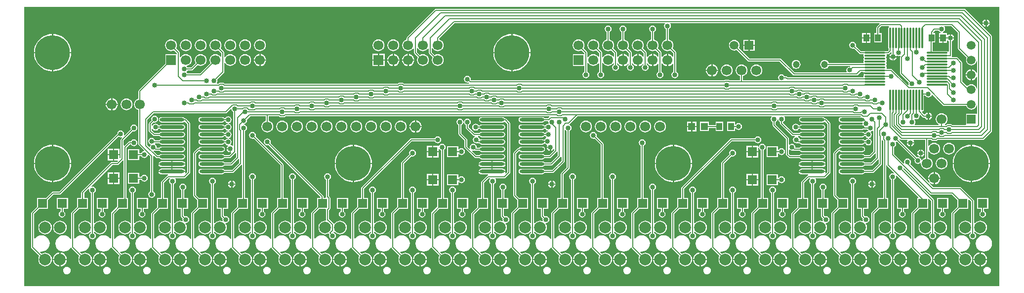
<source format=gtl>
G04 Layer_Physical_Order=1*
G04 Layer_Color=255*
%FSLAX25Y25*%
%MOIN*%
G70*
G01*
G75*
%ADD10R,0.06299X0.06299*%
%ADD11R,0.03937X0.05118*%
%ADD12O,0.16535X0.02362*%
%ADD13O,0.14370X0.01181*%
%ADD14O,0.01181X0.14370*%
%ADD15R,0.04724X0.05118*%
%ADD16C,0.00787*%
%ADD17C,0.05905*%
%ADD18R,0.05905X0.05905*%
%ADD19C,0.06693*%
%ADD20R,0.06693X0.06693*%
%ADD21R,0.05905X0.05905*%
%ADD22C,0.04724*%
%ADD23C,0.07874*%
%ADD24C,0.23622*%
%ADD25C,0.03347*%
G36*
X659000Y2000D02*
X1000D01*
Y191000D01*
X659000Y191000D01*
Y2000D01*
D02*
G37*
%LPC*%
G36*
X646394Y24713D02*
Y20394D01*
X650713D01*
X650603Y21233D01*
X650127Y22383D01*
X649369Y23370D01*
X648383Y24127D01*
X647233Y24603D01*
X646394Y24713D01*
D02*
G37*
G36*
X619394D02*
Y20394D01*
X623713D01*
X623603Y21233D01*
X623127Y22383D01*
X622369Y23370D01*
X621383Y24127D01*
X620233Y24603D01*
X619394Y24713D01*
D02*
G37*
G36*
X648480Y36386D02*
X647041Y36197D01*
X645701Y35641D01*
X644549Y34758D01*
X643666Y33606D01*
X643110Y32266D01*
X642921Y30827D01*
X643110Y29388D01*
X643666Y28047D01*
X644549Y26896D01*
X645701Y26012D01*
X647041Y25457D01*
X648480Y25267D01*
X649919Y25457D01*
X651260Y26012D01*
X652411Y26896D01*
X653295Y28047D01*
X653850Y29388D01*
X654040Y30827D01*
X653850Y32266D01*
X653295Y33606D01*
X652411Y34758D01*
X651260Y35641D01*
X649919Y36197D01*
X648480Y36386D01*
D02*
G37*
G36*
X385000Y106308D02*
X384117Y106132D01*
X383368Y105632D01*
X382868Y104883D01*
X382692Y104000D01*
X382868Y103117D01*
X383368Y102368D01*
X384117Y101868D01*
X385000Y101692D01*
X385741Y101839D01*
X389997Y97584D01*
Y61740D01*
X387567D01*
Y55679D01*
X383905Y52017D01*
X383687Y51691D01*
X383611Y51307D01*
Y34016D01*
X383111Y33847D01*
X382411Y34758D01*
X381260Y35641D01*
X379919Y36197D01*
X378480Y36386D01*
X377041Y36197D01*
X375701Y35641D01*
X374549Y34758D01*
X373666Y33606D01*
X373110Y32266D01*
X372921Y30827D01*
X373110Y29388D01*
X373666Y28047D01*
X374549Y26896D01*
X375701Y26012D01*
X377041Y25457D01*
X378480Y25267D01*
X379919Y25457D01*
X381260Y26012D01*
X382411Y26896D01*
X383193Y27915D01*
X383373Y27945D01*
X383631Y27927D01*
X383766Y27878D01*
X383905Y27671D01*
X389153Y22423D01*
X389045Y22283D01*
X388589Y21182D01*
X388433Y20000D01*
X388589Y18818D01*
X389045Y17717D01*
X389771Y16771D01*
X390717Y16045D01*
X391818Y15589D01*
X393000Y15433D01*
X394182Y15589D01*
X395283Y16045D01*
X396229Y16771D01*
X396955Y17717D01*
X397411Y18818D01*
X397567Y20000D01*
X397411Y21182D01*
X396955Y22283D01*
X396229Y23229D01*
X395283Y23955D01*
X394182Y24411D01*
X393000Y24567D01*
X391818Y24411D01*
X390717Y23955D01*
X390571Y23843D01*
X389519Y24895D01*
X389753Y25368D01*
X390520Y25267D01*
X391959Y25457D01*
X393299Y26012D01*
X394451Y26896D01*
X395334Y28047D01*
X395890Y29388D01*
X396079Y30827D01*
X395890Y32266D01*
X395334Y33606D01*
X394451Y34758D01*
X393299Y35641D01*
X391959Y36197D01*
X390520Y36386D01*
X389081Y36197D01*
X387740Y35641D01*
X386589Y34758D01*
X386118Y34144D01*
X385618Y34314D01*
Y50891D01*
X388986Y54260D01*
X395047D01*
Y61740D01*
X392003D01*
Y98000D01*
X391927Y98384D01*
X391710Y98710D01*
X387161Y103259D01*
X387308Y104000D01*
X387132Y104883D01*
X386632Y105632D01*
X385883Y106132D01*
X385000Y106308D01*
D02*
G37*
G36*
X155000D02*
X154117Y106132D01*
X153368Y105632D01*
X152868Y104883D01*
X152692Y104000D01*
X152868Y103117D01*
X153368Y102368D01*
X154117Y101868D01*
X155000Y101692D01*
X155741Y101839D01*
X173996Y83584D01*
Y61740D01*
X171567D01*
Y55679D01*
X167905Y52017D01*
X167687Y51691D01*
X167611Y51307D01*
Y34016D01*
X167111Y33847D01*
X166411Y34758D01*
X165260Y35641D01*
X163919Y36197D01*
X162480Y36386D01*
X161041Y36197D01*
X159701Y35641D01*
X158549Y34758D01*
X157666Y33606D01*
X157110Y32266D01*
X156921Y30827D01*
X157110Y29388D01*
X157666Y28047D01*
X158549Y26896D01*
X159701Y26012D01*
X161041Y25457D01*
X162480Y25267D01*
X163919Y25457D01*
X165260Y26012D01*
X166411Y26896D01*
X167193Y27915D01*
X167373Y27945D01*
X167631Y27927D01*
X167766Y27878D01*
X167905Y27671D01*
X173152Y22423D01*
X173045Y22283D01*
X172589Y21182D01*
X172433Y20000D01*
X172589Y18818D01*
X173045Y17717D01*
X173771Y16771D01*
X174717Y16045D01*
X175818Y15589D01*
X177000Y15433D01*
X178182Y15589D01*
X179283Y16045D01*
X180229Y16771D01*
X180955Y17717D01*
X181411Y18818D01*
X181567Y20000D01*
X181411Y21182D01*
X180955Y22283D01*
X180229Y23229D01*
X179283Y23955D01*
X178182Y24411D01*
X177000Y24567D01*
X175818Y24411D01*
X174717Y23955D01*
X174571Y23843D01*
X173519Y24895D01*
X173753Y25368D01*
X174520Y25267D01*
X175959Y25457D01*
X177299Y26012D01*
X178451Y26896D01*
X179334Y28047D01*
X179890Y29388D01*
X180079Y30827D01*
X179890Y32266D01*
X179334Y33606D01*
X178451Y34758D01*
X177299Y35641D01*
X175959Y36197D01*
X174520Y36386D01*
X173081Y36197D01*
X171740Y35641D01*
X170589Y34758D01*
X170118Y34144D01*
X169618Y34314D01*
Y50892D01*
X172986Y54260D01*
X179047D01*
Y61740D01*
X176004D01*
Y84000D01*
X175927Y84384D01*
X175710Y84710D01*
X157161Y103259D01*
X157308Y104000D01*
X157132Y104883D01*
X156632Y105632D01*
X155883Y106132D01*
X155000Y106308D01*
D02*
G37*
G36*
X592394Y24713D02*
Y20394D01*
X596713D01*
X596603Y21233D01*
X596127Y22383D01*
X595369Y23370D01*
X594383Y24127D01*
X593233Y24603D01*
X592394Y24713D01*
D02*
G37*
G36*
X484394D02*
Y20394D01*
X488713D01*
X488603Y21233D01*
X488127Y22383D01*
X487369Y23370D01*
X486383Y24127D01*
X485233Y24603D01*
X484394Y24713D01*
D02*
G37*
G36*
X457394D02*
Y20394D01*
X461713D01*
X461603Y21233D01*
X461127Y22383D01*
X460369Y23370D01*
X459383Y24127D01*
X458233Y24603D01*
X457394Y24713D01*
D02*
G37*
G36*
X511394D02*
Y20394D01*
X515713D01*
X515603Y21233D01*
X515127Y22383D01*
X514369Y23370D01*
X513383Y24127D01*
X512233Y24603D01*
X511394Y24713D01*
D02*
G37*
G36*
X565394D02*
Y20394D01*
X569713D01*
X569603Y21233D01*
X569127Y22383D01*
X568369Y23370D01*
X567383Y24127D01*
X566233Y24603D01*
X565394Y24713D01*
D02*
G37*
G36*
X538394D02*
Y20394D01*
X542713D01*
X542603Y21233D01*
X542127Y22383D01*
X541369Y23370D01*
X540383Y24127D01*
X539233Y24603D01*
X538394Y24713D01*
D02*
G37*
G36*
X182000Y78308D02*
X181117Y78132D01*
X180368Y77632D01*
X179868Y76883D01*
X179692Y76000D01*
X179868Y75117D01*
X180368Y74368D01*
X180997Y73948D01*
Y44704D01*
X180497Y44534D01*
X180229Y44883D01*
X179283Y45608D01*
X178182Y46065D01*
X177000Y46220D01*
X175818Y46065D01*
X174717Y45608D01*
X173771Y44883D01*
X173045Y43937D01*
X172589Y42836D01*
X172433Y41653D01*
X172589Y40472D01*
X173045Y39370D01*
X173771Y38424D01*
X174717Y37699D01*
X175818Y37242D01*
X177000Y37087D01*
X178182Y37242D01*
X179283Y37699D01*
X180229Y38424D01*
X180497Y38773D01*
X180997Y38603D01*
Y38052D01*
X180368Y37632D01*
X179868Y36883D01*
X179692Y36000D01*
X179868Y35117D01*
X180368Y34368D01*
X181117Y33868D01*
X182000Y33692D01*
X182883Y33868D01*
X183632Y34368D01*
X184132Y35117D01*
X184308Y36000D01*
X184132Y36883D01*
X183632Y37632D01*
X183003Y38052D01*
Y38603D01*
X183503Y38773D01*
X183771Y38424D01*
X184717Y37699D01*
X185818Y37242D01*
X187000Y37087D01*
X188182Y37242D01*
X189283Y37699D01*
X190229Y38424D01*
X190955Y39370D01*
X191411Y40472D01*
X191567Y41653D01*
X191411Y42836D01*
X190955Y43937D01*
X190229Y44883D01*
X189283Y45608D01*
X188182Y46065D01*
X187000Y46220D01*
X185818Y46065D01*
X184717Y45608D01*
X183771Y44883D01*
X183503Y44534D01*
X183003Y44704D01*
Y73948D01*
X183632Y74368D01*
X184132Y75117D01*
X184308Y76000D01*
X184132Y76883D01*
X183632Y77632D01*
X182883Y78132D01*
X182000Y78308D01*
D02*
G37*
G36*
X155000D02*
X154117Y78132D01*
X153368Y77632D01*
X152868Y76883D01*
X152692Y76000D01*
X152868Y75117D01*
X153368Y74368D01*
X153997Y73948D01*
Y44704D01*
X153497Y44534D01*
X153229Y44883D01*
X152283Y45608D01*
X151182Y46065D01*
X150000Y46220D01*
X148818Y46065D01*
X147717Y45608D01*
X146771Y44883D01*
X146045Y43937D01*
X145589Y42836D01*
X145433Y41653D01*
X145589Y40472D01*
X146045Y39370D01*
X146771Y38424D01*
X147717Y37699D01*
X148818Y37242D01*
X150000Y37087D01*
X151182Y37242D01*
X152283Y37699D01*
X153229Y38424D01*
X153497Y38773D01*
X153997Y38603D01*
Y38052D01*
X153368Y37632D01*
X152868Y36883D01*
X152692Y36000D01*
X152868Y35117D01*
X153368Y34368D01*
X154117Y33868D01*
X155000Y33692D01*
X155883Y33868D01*
X156632Y34368D01*
X157132Y35117D01*
X157308Y36000D01*
X157132Y36883D01*
X156632Y37632D01*
X156003Y38052D01*
Y38603D01*
X156503Y38773D01*
X156771Y38424D01*
X157717Y37699D01*
X158818Y37242D01*
X160000Y37087D01*
X161182Y37242D01*
X162283Y37699D01*
X163229Y38424D01*
X163955Y39370D01*
X164411Y40472D01*
X164567Y41653D01*
X164411Y42836D01*
X163955Y43937D01*
X163229Y44883D01*
X162283Y45608D01*
X161182Y46065D01*
X160000Y46220D01*
X158818Y46065D01*
X157717Y45608D01*
X156771Y44883D01*
X156503Y44534D01*
X156003Y44704D01*
Y73948D01*
X156632Y74368D01*
X157132Y75117D01*
X157308Y76000D01*
X157132Y76883D01*
X156632Y77632D01*
X155883Y78132D01*
X155000Y78308D01*
D02*
G37*
G36*
X236000Y69308D02*
X235117Y69132D01*
X234368Y68632D01*
X233868Y67883D01*
X233692Y67000D01*
X233868Y66117D01*
X234368Y65368D01*
X234997Y64948D01*
Y44704D01*
X234496Y44534D01*
X234229Y44883D01*
X233283Y45608D01*
X232182Y46065D01*
X231000Y46220D01*
X229818Y46065D01*
X228717Y45608D01*
X227771Y44883D01*
X227045Y43937D01*
X226589Y42836D01*
X226433Y41653D01*
X226589Y40472D01*
X227045Y39370D01*
X227771Y38424D01*
X228717Y37699D01*
X229818Y37242D01*
X231000Y37087D01*
X232182Y37242D01*
X233283Y37699D01*
X234229Y38424D01*
X234496Y38773D01*
X234997Y38603D01*
Y38052D01*
X234368Y37632D01*
X233868Y36883D01*
X233692Y36000D01*
X233868Y35117D01*
X234368Y34368D01*
X235117Y33868D01*
X236000Y33692D01*
X236883Y33868D01*
X237632Y34368D01*
X238132Y35117D01*
X238308Y36000D01*
X238132Y36883D01*
X237632Y37632D01*
X237003Y38052D01*
Y38603D01*
X237504Y38773D01*
X237771Y38424D01*
X238717Y37699D01*
X239818Y37242D01*
X241000Y37087D01*
X242182Y37242D01*
X243283Y37699D01*
X244229Y38424D01*
X244955Y39370D01*
X245411Y40472D01*
X245567Y41653D01*
X245411Y42836D01*
X244955Y43937D01*
X244229Y44883D01*
X243283Y45608D01*
X242182Y46065D01*
X241000Y46220D01*
X239818Y46065D01*
X238717Y45608D01*
X237771Y44883D01*
X237504Y44534D01*
X237003Y44704D01*
Y64948D01*
X237632Y65368D01*
X238132Y66117D01*
X238308Y67000D01*
X238132Y67883D01*
X237632Y68632D01*
X236883Y69132D01*
X236000Y69308D01*
D02*
G37*
G36*
X290000D02*
X289117Y69132D01*
X288368Y68632D01*
X287868Y67883D01*
X287692Y67000D01*
X287868Y66117D01*
X288368Y65368D01*
X288997Y64948D01*
Y44704D01*
X288496Y44534D01*
X288229Y44883D01*
X287283Y45608D01*
X286182Y46065D01*
X285000Y46220D01*
X283818Y46065D01*
X282717Y45608D01*
X281771Y44883D01*
X281045Y43937D01*
X280589Y42836D01*
X280433Y41653D01*
X280589Y40472D01*
X281045Y39370D01*
X281771Y38424D01*
X282717Y37699D01*
X283818Y37242D01*
X285000Y37087D01*
X286182Y37242D01*
X287283Y37699D01*
X288229Y38424D01*
X288496Y38773D01*
X288997Y38603D01*
Y38052D01*
X288368Y37632D01*
X287868Y36883D01*
X287692Y36000D01*
X287868Y35117D01*
X288368Y34368D01*
X289117Y33868D01*
X290000Y33692D01*
X290883Y33868D01*
X291632Y34368D01*
X292132Y35117D01*
X292308Y36000D01*
X292132Y36883D01*
X291632Y37632D01*
X291003Y38052D01*
Y38603D01*
X291504Y38773D01*
X291771Y38424D01*
X292717Y37699D01*
X293818Y37242D01*
X295000Y37087D01*
X296182Y37242D01*
X297283Y37699D01*
X298229Y38424D01*
X298955Y39370D01*
X299411Y40472D01*
X299567Y41653D01*
X299411Y42836D01*
X298955Y43937D01*
X298229Y44883D01*
X297283Y45608D01*
X296182Y46065D01*
X295000Y46220D01*
X293818Y46065D01*
X292717Y45608D01*
X291771Y44883D01*
X291504Y44534D01*
X291003Y44704D01*
Y64948D01*
X291632Y65368D01*
X292132Y66117D01*
X292308Y67000D01*
X292132Y67883D01*
X291632Y68632D01*
X290883Y69132D01*
X290000Y69308D01*
D02*
G37*
G36*
X263000D02*
X262117Y69132D01*
X261368Y68632D01*
X260868Y67883D01*
X260692Y67000D01*
X260868Y66117D01*
X261368Y65368D01*
X261997Y64948D01*
Y44704D01*
X261496Y44534D01*
X261229Y44883D01*
X260283Y45608D01*
X259182Y46065D01*
X258000Y46220D01*
X256818Y46065D01*
X255717Y45608D01*
X254771Y44883D01*
X254045Y43937D01*
X253589Y42836D01*
X253433Y41653D01*
X253589Y40472D01*
X254045Y39370D01*
X254771Y38424D01*
X255717Y37699D01*
X256818Y37242D01*
X258000Y37087D01*
X259182Y37242D01*
X260283Y37699D01*
X261229Y38424D01*
X261496Y38773D01*
X261997Y38603D01*
Y38052D01*
X261368Y37632D01*
X260868Y36883D01*
X260692Y36000D01*
X260868Y35117D01*
X261368Y34368D01*
X262117Y33868D01*
X263000Y33692D01*
X263883Y33868D01*
X264632Y34368D01*
X265132Y35117D01*
X265308Y36000D01*
X265132Y36883D01*
X264632Y37632D01*
X264003Y38052D01*
Y38603D01*
X264504Y38773D01*
X264771Y38424D01*
X265717Y37699D01*
X266818Y37242D01*
X268000Y37087D01*
X269182Y37242D01*
X270283Y37699D01*
X271229Y38424D01*
X271955Y39370D01*
X272411Y40472D01*
X272567Y41653D01*
X272411Y42836D01*
X271955Y43937D01*
X271229Y44883D01*
X270283Y45608D01*
X269182Y46065D01*
X268000Y46220D01*
X266818Y46065D01*
X265717Y45608D01*
X264771Y44883D01*
X264504Y44534D01*
X264003Y44704D01*
Y64948D01*
X264632Y65368D01*
X265132Y66117D01*
X265308Y67000D01*
X265132Y67883D01*
X264632Y68632D01*
X263883Y69132D01*
X263000Y69308D01*
D02*
G37*
G36*
X128000Y75308D02*
X127117Y75132D01*
X126368Y74632D01*
X125868Y73883D01*
X125692Y73000D01*
X125868Y72117D01*
X126368Y71368D01*
X126997Y70948D01*
Y44704D01*
X126497Y44534D01*
X126229Y44883D01*
X125283Y45608D01*
X124182Y46065D01*
X123000Y46220D01*
X121818Y46065D01*
X120717Y45608D01*
X119771Y44883D01*
X119045Y43937D01*
X118589Y42836D01*
X118433Y41653D01*
X118589Y40472D01*
X119045Y39370D01*
X119771Y38424D01*
X120717Y37699D01*
X121818Y37242D01*
X123000Y37087D01*
X124182Y37242D01*
X125283Y37699D01*
X126229Y38424D01*
X126497Y38773D01*
X126997Y38603D01*
Y38052D01*
X126368Y37632D01*
X125868Y36883D01*
X125692Y36000D01*
X125868Y35117D01*
X126368Y34368D01*
X127117Y33868D01*
X128000Y33692D01*
X128883Y33868D01*
X129632Y34368D01*
X130132Y35117D01*
X130308Y36000D01*
X130132Y36883D01*
X129632Y37632D01*
X129004Y38052D01*
Y38603D01*
X129504Y38773D01*
X129771Y38424D01*
X130717Y37699D01*
X131818Y37242D01*
X133000Y37087D01*
X134182Y37242D01*
X135283Y37699D01*
X136229Y38424D01*
X136955Y39370D01*
X137411Y40472D01*
X137567Y41653D01*
X137411Y42836D01*
X136955Y43937D01*
X136695Y44275D01*
X136959Y44700D01*
X137000Y44692D01*
X137883Y44868D01*
X138632Y45368D01*
X139132Y46117D01*
X139308Y47000D01*
X139132Y47883D01*
X138632Y48632D01*
X137883Y49132D01*
X137000Y49308D01*
X136258Y49161D01*
X135696Y49723D01*
Y54260D01*
X138433D01*
Y61740D01*
X130953D01*
Y54260D01*
X133689D01*
Y49307D01*
X133766Y48923D01*
X133983Y48598D01*
X134839Y47741D01*
X134692Y47000D01*
X134823Y46340D01*
X134410Y45970D01*
X134182Y46065D01*
X133000Y46220D01*
X131818Y46065D01*
X130717Y45608D01*
X129771Y44883D01*
X129504Y44534D01*
X129004Y44704D01*
Y70948D01*
X129632Y71368D01*
X130132Y72117D01*
X130308Y73000D01*
X130132Y73883D01*
X129632Y74632D01*
X128883Y75132D01*
X128000Y75308D01*
D02*
G37*
G36*
X283000Y98308D02*
X282117Y98132D01*
X281368Y97632D01*
X280995Y97074D01*
X280551Y96937D01*
X280368Y96937D01*
X277008D01*
Y93394D01*
X280551D01*
Y94690D01*
X281051Y94842D01*
X281368Y94368D01*
X282117Y93868D01*
X282303Y93830D01*
Y61740D01*
X279567D01*
Y55679D01*
X275676Y51789D01*
X275459Y51463D01*
X275382Y51079D01*
Y34314D01*
X274882Y34144D01*
X274411Y34758D01*
X273260Y35641D01*
X271919Y36197D01*
X270480Y36386D01*
X269041Y36197D01*
X267701Y35641D01*
X266549Y34758D01*
X265666Y33606D01*
X265110Y32266D01*
X264921Y30827D01*
X265110Y29388D01*
X265666Y28047D01*
X266549Y26896D01*
X267701Y26012D01*
X269041Y25457D01*
X270480Y25267D01*
X271919Y25457D01*
X273260Y26012D01*
X274411Y26896D01*
X275125Y27825D01*
X275477Y27872D01*
X275699Y27856D01*
X275738Y27837D01*
X281153Y22423D01*
X281045Y22283D01*
X280589Y21182D01*
X280433Y20000D01*
X280589Y18818D01*
X281045Y17717D01*
X281771Y16771D01*
X282717Y16045D01*
X283818Y15589D01*
X285000Y15433D01*
X286182Y15589D01*
X287283Y16045D01*
X288229Y16771D01*
X288955Y17717D01*
X289411Y18818D01*
X289567Y20000D01*
X289411Y21182D01*
X288955Y22283D01*
X288229Y23229D01*
X287283Y23955D01*
X286182Y24411D01*
X285000Y24567D01*
X283818Y24411D01*
X282717Y23955D01*
X282571Y23843D01*
X281519Y24895D01*
X281753Y25368D01*
X282520Y25267D01*
X283959Y25457D01*
X285299Y26012D01*
X286451Y26896D01*
X287334Y28047D01*
X287890Y29388D01*
X288079Y30827D01*
X287890Y32266D01*
X287334Y33606D01*
X286451Y34758D01*
X285299Y35641D01*
X283959Y36197D01*
X282520Y36386D01*
X281081Y36197D01*
X279740Y35641D01*
X278589Y34758D01*
X277889Y33847D01*
X277389Y34016D01*
Y50663D01*
X280986Y54260D01*
X287047D01*
Y61740D01*
X284311D01*
Y94153D01*
X284632Y94368D01*
X285132Y95117D01*
X285308Y96000D01*
X285132Y96883D01*
X284632Y97632D01*
X283883Y98132D01*
X283000Y98308D01*
D02*
G37*
G36*
X418000Y101308D02*
X417117Y101132D01*
X416368Y100632D01*
X415868Y99883D01*
X415692Y99000D01*
X415868Y98117D01*
X416368Y97368D01*
X416996Y96948D01*
Y61740D01*
X414567D01*
Y55679D01*
X410905Y52017D01*
X410687Y51691D01*
X410611Y51307D01*
Y34016D01*
X410111Y33847D01*
X409411Y34758D01*
X408260Y35641D01*
X406919Y36197D01*
X405480Y36386D01*
X404041Y36197D01*
X402701Y35641D01*
X401549Y34758D01*
X400666Y33606D01*
X400110Y32266D01*
X399921Y30827D01*
X400110Y29388D01*
X400666Y28047D01*
X401549Y26896D01*
X402701Y26012D01*
X404041Y25457D01*
X405480Y25267D01*
X406919Y25457D01*
X408260Y26012D01*
X409411Y26896D01*
X410193Y27915D01*
X410373Y27945D01*
X410631Y27927D01*
X410766Y27878D01*
X410905Y27671D01*
X416152Y22423D01*
X416045Y22283D01*
X415589Y21182D01*
X415433Y20000D01*
X415589Y18818D01*
X416045Y17717D01*
X416771Y16771D01*
X417717Y16045D01*
X418818Y15589D01*
X420000Y15433D01*
X421182Y15589D01*
X422283Y16045D01*
X423229Y16771D01*
X423955Y17717D01*
X424411Y18818D01*
X424567Y20000D01*
X424411Y21182D01*
X423955Y22283D01*
X423229Y23229D01*
X422283Y23955D01*
X421182Y24411D01*
X420000Y24567D01*
X418818Y24411D01*
X417717Y23955D01*
X417571Y23843D01*
X416519Y24895D01*
X416753Y25368D01*
X417520Y25267D01*
X418959Y25457D01*
X420299Y26012D01*
X421451Y26896D01*
X422334Y28047D01*
X422890Y29388D01*
X423079Y30827D01*
X422890Y32266D01*
X422334Y33606D01*
X421451Y34758D01*
X420299Y35641D01*
X418959Y36197D01*
X417520Y36386D01*
X416081Y36197D01*
X414740Y35641D01*
X413589Y34758D01*
X413118Y34144D01*
X412618Y34314D01*
Y50891D01*
X415986Y54260D01*
X422047D01*
Y61740D01*
X419003D01*
Y96948D01*
X419632Y97368D01*
X420132Y98117D01*
X420308Y99000D01*
X420132Y99883D01*
X419632Y100632D01*
X418883Y101132D01*
X418000Y101308D01*
D02*
G37*
G36*
X15000Y46220D02*
X13818Y46065D01*
X12717Y45608D01*
X11771Y44883D01*
X11045Y43937D01*
X10589Y42836D01*
X10433Y41653D01*
X10589Y40472D01*
X11045Y39370D01*
X11771Y38424D01*
X12717Y37699D01*
X13818Y37242D01*
X15000Y37087D01*
X16182Y37242D01*
X17283Y37699D01*
X18229Y38424D01*
X18955Y39370D01*
X19411Y40472D01*
X19567Y41653D01*
X19411Y42836D01*
X18955Y43937D01*
X18229Y44883D01*
X17283Y45608D01*
X16182Y46065D01*
X15000Y46220D01*
D02*
G37*
G36*
X74000Y69308D02*
X73117Y69132D01*
X72368Y68632D01*
X71868Y67883D01*
X71692Y67000D01*
X71868Y66117D01*
X72368Y65368D01*
X72996Y64948D01*
Y44704D01*
X72496Y44534D01*
X72229Y44883D01*
X71283Y45608D01*
X70182Y46065D01*
X69000Y46220D01*
X67818Y46065D01*
X66717Y45608D01*
X65771Y44883D01*
X65045Y43937D01*
X64589Y42836D01*
X64433Y41653D01*
X64589Y40472D01*
X65045Y39370D01*
X65771Y38424D01*
X66717Y37699D01*
X67818Y37242D01*
X69000Y37087D01*
X70182Y37242D01*
X71283Y37699D01*
X72229Y38424D01*
X72496Y38773D01*
X72996Y38603D01*
Y38052D01*
X72368Y37632D01*
X71868Y36883D01*
X71692Y36000D01*
X71868Y35117D01*
X72368Y34368D01*
X73117Y33868D01*
X74000Y33692D01*
X74883Y33868D01*
X75632Y34368D01*
X76132Y35117D01*
X76308Y36000D01*
X76132Y36883D01*
X75632Y37632D01*
X75003Y38052D01*
Y38603D01*
X75503Y38773D01*
X75771Y38424D01*
X76717Y37699D01*
X77818Y37242D01*
X79000Y37087D01*
X80182Y37242D01*
X81283Y37699D01*
X82229Y38424D01*
X82955Y39370D01*
X83411Y40472D01*
X83567Y41653D01*
X83411Y42836D01*
X82955Y43937D01*
X82229Y44883D01*
X81283Y45608D01*
X80182Y46065D01*
X79000Y46220D01*
X77818Y46065D01*
X76717Y45608D01*
X75771Y44883D01*
X75503Y44534D01*
X75003Y44704D01*
Y64948D01*
X75632Y65368D01*
X76132Y66117D01*
X76308Y67000D01*
X76132Y67883D01*
X75632Y68632D01*
X74883Y69132D01*
X74000Y69308D01*
D02*
G37*
G36*
X25000Y46220D02*
X23818Y46065D01*
X22717Y45608D01*
X21771Y44883D01*
X21045Y43937D01*
X20589Y42836D01*
X20433Y41653D01*
X20589Y40472D01*
X21045Y39370D01*
X21771Y38424D01*
X22717Y37699D01*
X23818Y37242D01*
X25000Y37087D01*
X26182Y37242D01*
X27283Y37699D01*
X28229Y38424D01*
X28955Y39370D01*
X29411Y40472D01*
X29567Y41653D01*
X29411Y42836D01*
X28955Y43937D01*
X28229Y44883D01*
X27283Y45608D01*
X26182Y46065D01*
X25000Y46220D01*
D02*
G37*
G36*
X52394Y24713D02*
Y20394D01*
X56713D01*
X56603Y21233D01*
X56127Y22383D01*
X55370Y23370D01*
X54383Y24127D01*
X53233Y24603D01*
X52394Y24713D01*
D02*
G37*
G36*
X25394D02*
Y20394D01*
X29713D01*
X29603Y21233D01*
X29127Y22383D01*
X28370Y23370D01*
X27383Y24127D01*
X26233Y24603D01*
X25394Y24713D01*
D02*
G37*
G36*
X79394D02*
Y20394D01*
X83713D01*
X83603Y21233D01*
X83127Y22383D01*
X82370Y23370D01*
X81383Y24127D01*
X80233Y24603D01*
X79394Y24713D01*
D02*
G37*
G36*
X133394D02*
Y20394D01*
X137713D01*
X137603Y21233D01*
X137127Y22383D01*
X136370Y23370D01*
X135383Y24127D01*
X134233Y24603D01*
X133394Y24713D01*
D02*
G37*
G36*
X106394D02*
Y20394D01*
X110713D01*
X110603Y21233D01*
X110127Y22383D01*
X109370Y23370D01*
X108383Y24127D01*
X107233Y24603D01*
X106394Y24713D01*
D02*
G37*
G36*
X645606Y24713D02*
X644767Y24603D01*
X643617Y24127D01*
X642630Y23370D01*
X641873Y22383D01*
X641397Y21233D01*
X641287Y20394D01*
X645606D01*
Y24713D01*
D02*
G37*
G36*
X537606D02*
X536767Y24603D01*
X535617Y24127D01*
X534630Y23370D01*
X533873Y22383D01*
X533397Y21233D01*
X533287Y20394D01*
X537606D01*
Y24713D01*
D02*
G37*
G36*
X510606D02*
X509767Y24603D01*
X508617Y24127D01*
X507630Y23370D01*
X506873Y22383D01*
X506397Y21233D01*
X506287Y20394D01*
X510606D01*
Y24713D01*
D02*
G37*
G36*
X564606D02*
X563767Y24603D01*
X562617Y24127D01*
X561630Y23370D01*
X560873Y22383D01*
X560397Y21233D01*
X560287Y20394D01*
X564606D01*
Y24713D01*
D02*
G37*
G36*
X618606D02*
X617767Y24603D01*
X616617Y24127D01*
X615630Y23370D01*
X614873Y22383D01*
X614397Y21233D01*
X614287Y20394D01*
X618606D01*
Y24713D01*
D02*
G37*
G36*
X591606D02*
X590767Y24603D01*
X589617Y24127D01*
X588630Y23370D01*
X587873Y22383D01*
X587397Y21233D01*
X587287Y20394D01*
X591606D01*
Y24713D01*
D02*
G37*
G36*
X349394Y24713D02*
Y20394D01*
X353713D01*
X353603Y21233D01*
X353127Y22383D01*
X352369Y23370D01*
X351383Y24127D01*
X350233Y24603D01*
X349394Y24713D01*
D02*
G37*
G36*
X322394D02*
Y20394D01*
X326713D01*
X326603Y21233D01*
X326127Y22383D01*
X325370Y23370D01*
X324383Y24127D01*
X323233Y24603D01*
X322394Y24713D01*
D02*
G37*
G36*
X376394D02*
Y20394D01*
X380713D01*
X380603Y21233D01*
X380127Y22383D01*
X379369Y23370D01*
X378383Y24127D01*
X377233Y24603D01*
X376394Y24713D01*
D02*
G37*
G36*
X430394D02*
Y20394D01*
X434713D01*
X434603Y21233D01*
X434127Y22383D01*
X433369Y23370D01*
X432383Y24127D01*
X431233Y24603D01*
X430394Y24713D01*
D02*
G37*
G36*
X403394D02*
Y20394D01*
X407713D01*
X407603Y21233D01*
X407127Y22383D01*
X406369Y23370D01*
X405383Y24127D01*
X404233Y24603D01*
X403394Y24713D01*
D02*
G37*
G36*
X295394D02*
Y20394D01*
X299713D01*
X299603Y21233D01*
X299127Y22383D01*
X298370Y23370D01*
X297383Y24127D01*
X296233Y24603D01*
X295394Y24713D01*
D02*
G37*
G36*
X187394D02*
Y20394D01*
X191713D01*
X191603Y21233D01*
X191127Y22383D01*
X190369Y23370D01*
X189383Y24127D01*
X188233Y24603D01*
X187394Y24713D01*
D02*
G37*
G36*
X160394D02*
Y20394D01*
X164713D01*
X164603Y21233D01*
X164127Y22383D01*
X163370Y23370D01*
X162383Y24127D01*
X161233Y24603D01*
X160394Y24713D01*
D02*
G37*
G36*
X214394D02*
Y20394D01*
X218713D01*
X218603Y21233D01*
X218127Y22383D01*
X217370Y23370D01*
X216383Y24127D01*
X215233Y24603D01*
X214394Y24713D01*
D02*
G37*
G36*
X268394D02*
Y20394D01*
X272713D01*
X272603Y21233D01*
X272127Y22383D01*
X271370Y23370D01*
X270383Y24127D01*
X269233Y24603D01*
X268394Y24713D01*
D02*
G37*
G36*
X241394D02*
Y20394D01*
X245713D01*
X245603Y21233D01*
X245127Y22383D01*
X244370Y23370D01*
X243383Y24127D01*
X242233Y24603D01*
X241394Y24713D01*
D02*
G37*
G36*
X344000Y75308D02*
X343117Y75132D01*
X342368Y74632D01*
X341868Y73883D01*
X341692Y73000D01*
X341868Y72117D01*
X342368Y71368D01*
X342997Y70948D01*
Y44704D01*
X342496Y44534D01*
X342229Y44883D01*
X341283Y45608D01*
X340182Y46065D01*
X339000Y46220D01*
X337818Y46065D01*
X336717Y45608D01*
X335771Y44883D01*
X335045Y43937D01*
X334589Y42836D01*
X334433Y41653D01*
X334589Y40472D01*
X335045Y39370D01*
X335771Y38424D01*
X336717Y37699D01*
X337818Y37242D01*
X339000Y37087D01*
X340182Y37242D01*
X341283Y37699D01*
X342229Y38424D01*
X342496Y38773D01*
X342997Y38603D01*
Y38052D01*
X342368Y37632D01*
X341868Y36883D01*
X341692Y36000D01*
X341868Y35117D01*
X342368Y34368D01*
X343117Y33868D01*
X344000Y33692D01*
X344883Y33868D01*
X345632Y34368D01*
X346132Y35117D01*
X346308Y36000D01*
X346132Y36883D01*
X345632Y37632D01*
X345004Y38052D01*
Y38603D01*
X345503Y38773D01*
X345771Y38424D01*
X346717Y37699D01*
X347818Y37242D01*
X349000Y37087D01*
X350182Y37242D01*
X351283Y37699D01*
X352229Y38424D01*
X352955Y39370D01*
X353411Y40472D01*
X353567Y41653D01*
X353411Y42836D01*
X352955Y43937D01*
X352695Y44275D01*
X352959Y44700D01*
X353000Y44692D01*
X353883Y44868D01*
X354632Y45368D01*
X355132Y46117D01*
X355308Y47000D01*
X355132Y47883D01*
X354632Y48632D01*
X353883Y49132D01*
X353000Y49308D01*
X352258Y49161D01*
X351696Y49723D01*
Y54260D01*
X354433D01*
Y61740D01*
X346953D01*
Y54260D01*
X349689D01*
Y49307D01*
X349766Y48923D01*
X349983Y48598D01*
X350839Y47741D01*
X350692Y47000D01*
X350823Y46340D01*
X350410Y45970D01*
X350182Y46065D01*
X349000Y46220D01*
X347818Y46065D01*
X346717Y45608D01*
X345771Y44883D01*
X345503Y44534D01*
X345004Y44704D01*
Y70948D01*
X345632Y71368D01*
X346132Y72117D01*
X346308Y73000D01*
X346132Y73883D01*
X345632Y74632D01*
X344883Y75132D01*
X344000Y75308D01*
D02*
G37*
G36*
X359431Y70606D02*
X357394D01*
Y68569D01*
X357960Y68682D01*
X358774Y69226D01*
X359318Y70040D01*
X359431Y70606D01*
D02*
G37*
G36*
X356606D02*
X354570D01*
X354682Y70040D01*
X355226Y69226D01*
X356040Y68682D01*
X356606Y68569D01*
Y70606D01*
D02*
G37*
G36*
X572606D02*
X570570D01*
X570682Y70040D01*
X571226Y69226D01*
X572040Y68682D01*
X572606Y68569D01*
Y70606D01*
D02*
G37*
G36*
X276220Y73606D02*
X272677D01*
Y70063D01*
X276220D01*
Y73606D01*
D02*
G37*
G36*
X575430Y70606D02*
X573394D01*
Y68569D01*
X573960Y68682D01*
X574774Y69226D01*
X575318Y70040D01*
X575430Y70606D01*
D02*
G37*
G36*
X143430D02*
X141394D01*
Y68569D01*
X141960Y68682D01*
X142774Y69226D01*
X143318Y70040D01*
X143430Y70606D01*
D02*
G37*
G36*
X597433Y61740D02*
X589953D01*
Y54260D01*
X592382D01*
Y52745D01*
X591753Y52325D01*
X591253Y51576D01*
X591077Y50693D01*
X591253Y49809D01*
X591753Y49061D01*
X592502Y48560D01*
X593385Y48384D01*
X594269Y48560D01*
X595017Y49061D01*
X595518Y49809D01*
X595693Y50693D01*
X595518Y51576D01*
X595017Y52325D01*
X594389Y52745D01*
Y54260D01*
X597433D01*
Y61740D01*
D02*
G37*
G36*
X516433D02*
X508953D01*
Y54260D01*
X511382D01*
Y52745D01*
X510753Y52325D01*
X510253Y51576D01*
X510077Y50693D01*
X510253Y49809D01*
X510753Y49061D01*
X511502Y48560D01*
X512385Y48384D01*
X513269Y48560D01*
X514017Y49061D01*
X514518Y49809D01*
X514693Y50693D01*
X514518Y51576D01*
X514017Y52325D01*
X513389Y52745D01*
Y54260D01*
X516433D01*
Y61740D01*
D02*
G37*
G36*
X624433D02*
X616953D01*
Y54260D01*
X619382D01*
Y52745D01*
X618753Y52325D01*
X618253Y51576D01*
X618077Y50693D01*
X618253Y49809D01*
X618753Y49061D01*
X619502Y48560D01*
X620385Y48384D01*
X621269Y48560D01*
X622017Y49061D01*
X622518Y49809D01*
X622693Y50693D01*
X622518Y51576D01*
X622017Y52325D01*
X621389Y52745D01*
Y54260D01*
X624433D01*
Y61740D01*
D02*
G37*
G36*
X140606Y70606D02*
X138569D01*
X138682Y70040D01*
X139226Y69226D01*
X140040Y68682D01*
X140606Y68569D01*
Y70606D01*
D02*
G37*
G36*
X651433Y61740D02*
X643953D01*
Y54260D01*
X646689D01*
Y52745D01*
X646061Y52325D01*
X645560Y51576D01*
X645385Y50693D01*
X645560Y49809D01*
X646061Y49061D01*
X646809Y48560D01*
X647693Y48384D01*
X648576Y48560D01*
X649325Y49061D01*
X649825Y49809D01*
X650001Y50693D01*
X649825Y51576D01*
X649325Y52325D01*
X648696Y52745D01*
Y54260D01*
X651433D01*
Y61740D01*
D02*
G37*
G36*
X141394Y73431D02*
Y71394D01*
X143430D01*
X143318Y71960D01*
X142774Y72774D01*
X141960Y73318D01*
X141394Y73431D01*
D02*
G37*
G36*
X140606D02*
X140040Y73318D01*
X139226Y72774D01*
X138682Y71960D01*
X138569Y71394D01*
X140606D01*
Y73431D01*
D02*
G37*
G36*
X356606D02*
X356040Y73318D01*
X355226Y72774D01*
X354682Y71960D01*
X354570Y71394D01*
X356606D01*
Y73431D01*
D02*
G37*
G36*
X572606D02*
X572040Y73318D01*
X571226Y72774D01*
X570682Y71960D01*
X570570Y71394D01*
X572606D01*
Y73431D01*
D02*
G37*
G36*
X357394D02*
Y71394D01*
X359431D01*
X359318Y71960D01*
X358774Y72774D01*
X357960Y73318D01*
X357394Y73431D01*
D02*
G37*
G36*
X65244Y74606D02*
X61701D01*
Y71063D01*
X65244D01*
Y74606D01*
D02*
G37*
G36*
X491913Y73606D02*
X488370D01*
Y70063D01*
X491913D01*
Y73606D01*
D02*
G37*
G36*
X280551Y73606D02*
X277008D01*
Y70063D01*
X280551D01*
Y73606D01*
D02*
G37*
G36*
X496244Y73606D02*
X492701D01*
Y70063D01*
X496244D01*
Y73606D01*
D02*
G37*
G36*
X60913Y74606D02*
X57370D01*
Y71063D01*
X60913D01*
Y74606D01*
D02*
G37*
G36*
X619118Y74606D02*
X615394D01*
Y70882D01*
X616079Y70973D01*
X617085Y71389D01*
X617948Y72052D01*
X618611Y72915D01*
X619028Y73921D01*
X619118Y74606D01*
D02*
G37*
G36*
X165000Y101808D02*
X164117Y101632D01*
X163368Y101132D01*
X162868Y100383D01*
X162692Y99500D01*
X162868Y98617D01*
X163368Y97868D01*
X164117Y97368D01*
X165000Y97192D01*
X165741Y97339D01*
X200841Y62240D01*
X200634Y61740D01*
X198567D01*
Y55679D01*
X194905Y52017D01*
X194687Y51691D01*
X194611Y51307D01*
Y34016D01*
X194111Y33847D01*
X193411Y34758D01*
X192260Y35641D01*
X190919Y36197D01*
X189480Y36386D01*
X188041Y36197D01*
X186701Y35641D01*
X185549Y34758D01*
X184666Y33606D01*
X184110Y32266D01*
X183921Y30827D01*
X184110Y29388D01*
X184666Y28047D01*
X185549Y26896D01*
X186701Y26012D01*
X188041Y25457D01*
X189480Y25267D01*
X190919Y25457D01*
X192260Y26012D01*
X193411Y26896D01*
X194193Y27915D01*
X194373Y27945D01*
X194631Y27927D01*
X194766Y27878D01*
X194905Y27671D01*
X200152Y22423D01*
X200045Y22283D01*
X199589Y21182D01*
X199433Y20000D01*
X199589Y18818D01*
X200045Y17717D01*
X200771Y16771D01*
X201717Y16045D01*
X202818Y15589D01*
X204000Y15433D01*
X205182Y15589D01*
X206283Y16045D01*
X207229Y16771D01*
X207955Y17717D01*
X208411Y18818D01*
X208567Y20000D01*
X208411Y21182D01*
X207955Y22283D01*
X207229Y23229D01*
X206283Y23955D01*
X205182Y24411D01*
X204000Y24567D01*
X202818Y24411D01*
X201717Y23955D01*
X201571Y23843D01*
X200519Y24895D01*
X200753Y25368D01*
X201520Y25267D01*
X202959Y25457D01*
X204299Y26012D01*
X205451Y26896D01*
X206334Y28047D01*
X206890Y29388D01*
X207079Y30827D01*
X206890Y32266D01*
X206334Y33606D01*
X205451Y34758D01*
X204299Y35641D01*
X202959Y36197D01*
X201520Y36386D01*
X200081Y36197D01*
X198740Y35641D01*
X197589Y34758D01*
X197118Y34144D01*
X196618Y34314D01*
Y50892D01*
X199986Y54260D01*
X204222D01*
X204654Y53866D01*
Y46638D01*
X204608Y46534D01*
X204221Y46191D01*
X204000Y46220D01*
X202818Y46065D01*
X201717Y45608D01*
X200771Y44883D01*
X200045Y43937D01*
X199589Y42836D01*
X199433Y41653D01*
X199589Y40472D01*
X200045Y39370D01*
X200771Y38424D01*
X201717Y37699D01*
X202818Y37242D01*
X204000Y37087D01*
X205182Y37242D01*
X206002Y37582D01*
X206226Y37463D01*
X206444Y37137D01*
X206444Y37137D01*
X206839Y36741D01*
X206692Y36000D01*
X206868Y35117D01*
X207368Y34368D01*
X208117Y33868D01*
X209000Y33692D01*
X209883Y33868D01*
X210632Y34368D01*
X211132Y35117D01*
X211308Y36000D01*
X211132Y36883D01*
X210632Y37632D01*
X209883Y38132D01*
X209651Y38179D01*
X209480Y38657D01*
X209728Y39010D01*
X210098Y39082D01*
X210279Y39059D01*
X210287Y39055D01*
X210771Y38424D01*
X211717Y37699D01*
X212818Y37242D01*
X214000Y37087D01*
X215182Y37242D01*
X216283Y37699D01*
X217229Y38424D01*
X217955Y39370D01*
X218411Y40472D01*
X218567Y41653D01*
X218411Y42836D01*
X217955Y43937D01*
X217229Y44883D01*
X216283Y45608D01*
X215182Y46065D01*
X214000Y46220D01*
X212818Y46065D01*
X211717Y45608D01*
X210771Y44883D01*
X210287Y44252D01*
X210282Y44250D01*
X209696Y44304D01*
X209631Y44402D01*
X206748Y47284D01*
X206661Y47343D01*
Y53244D01*
X207150Y53733D01*
X207368Y54059D01*
X207444Y54443D01*
Y61557D01*
X207368Y61941D01*
X207150Y62267D01*
X206661Y62756D01*
Y73948D01*
X207290Y74368D01*
X207790Y75117D01*
X207966Y76000D01*
X207790Y76883D01*
X207290Y77632D01*
X206541Y78132D01*
X205658Y78308D01*
X204774Y78132D01*
X204025Y77632D01*
X203525Y76883D01*
X203349Y76000D01*
X203525Y75117D01*
X204025Y74368D01*
X204654Y73948D01*
Y62134D01*
X204222Y61740D01*
X203004D01*
Y62500D01*
X202927Y62884D01*
X202710Y63210D01*
X167161Y98759D01*
X167308Y99500D01*
X167132Y100383D01*
X166632Y101132D01*
X165883Y101632D01*
X165000Y101808D01*
D02*
G37*
G36*
X560000Y75308D02*
X559117Y75132D01*
X558368Y74632D01*
X557868Y73883D01*
X557692Y73000D01*
X557868Y72117D01*
X558368Y71368D01*
X558996Y70948D01*
Y44704D01*
X558497Y44534D01*
X558229Y44883D01*
X557283Y45608D01*
X556182Y46065D01*
X555000Y46220D01*
X553818Y46065D01*
X552717Y45608D01*
X551771Y44883D01*
X551045Y43937D01*
X550589Y42836D01*
X550433Y41653D01*
X550589Y40472D01*
X551045Y39370D01*
X551771Y38424D01*
X552717Y37699D01*
X553818Y37242D01*
X555000Y37087D01*
X556182Y37242D01*
X557283Y37699D01*
X558229Y38424D01*
X558497Y38773D01*
X558996Y38603D01*
Y38052D01*
X558368Y37632D01*
X557868Y36883D01*
X557692Y36000D01*
X557868Y35117D01*
X558368Y34368D01*
X559117Y33868D01*
X560000Y33692D01*
X560883Y33868D01*
X561632Y34368D01*
X562132Y35117D01*
X562308Y36000D01*
X562132Y36883D01*
X561632Y37632D01*
X561003Y38052D01*
Y38603D01*
X561504Y38773D01*
X561771Y38424D01*
X562717Y37699D01*
X563818Y37242D01*
X565000Y37087D01*
X566182Y37242D01*
X567283Y37699D01*
X568229Y38424D01*
X568955Y39370D01*
X569411Y40472D01*
X569567Y41653D01*
X569411Y42836D01*
X568955Y43937D01*
X568695Y44275D01*
X568959Y44700D01*
X569000Y44692D01*
X569883Y44868D01*
X570632Y45368D01*
X571132Y46117D01*
X571308Y47000D01*
X571132Y47883D01*
X570632Y48632D01*
X569883Y49132D01*
X569000Y49308D01*
X568258Y49161D01*
X567696Y49723D01*
Y54260D01*
X570433D01*
Y61740D01*
X562953D01*
Y54260D01*
X565689D01*
Y49307D01*
X565765Y48923D01*
X565983Y48598D01*
X566839Y47741D01*
X566692Y47000D01*
X566823Y46340D01*
X566410Y45970D01*
X566182Y46065D01*
X565000Y46220D01*
X563818Y46065D01*
X562717Y45608D01*
X561771Y44883D01*
X561504Y44534D01*
X561003Y44704D01*
Y70948D01*
X561632Y71368D01*
X562132Y72117D01*
X562308Y73000D01*
X562132Y73883D01*
X561632Y74632D01*
X560883Y75132D01*
X560000Y75308D01*
D02*
G37*
G36*
X30433Y61740D02*
X22953D01*
Y54260D01*
X25382D01*
Y52745D01*
X24753Y52325D01*
X24253Y51576D01*
X24077Y50693D01*
X24253Y49809D01*
X24753Y49061D01*
X25502Y48560D01*
X26386Y48384D01*
X27269Y48560D01*
X28018Y49061D01*
X28518Y49809D01*
X28694Y50693D01*
X28518Y51576D01*
X28018Y52325D01*
X27389Y52745D01*
Y54260D01*
X30433D01*
Y61740D01*
D02*
G37*
G36*
X84433D02*
X76953D01*
Y54260D01*
X79382D01*
Y52745D01*
X78753Y52325D01*
X78253Y51576D01*
X78077Y50693D01*
X78253Y49809D01*
X78753Y49061D01*
X79502Y48560D01*
X80386Y48384D01*
X81269Y48560D01*
X82018Y49061D01*
X82518Y49809D01*
X82694Y50693D01*
X82518Y51576D01*
X82018Y52325D01*
X81389Y52745D01*
Y54260D01*
X84433D01*
Y61740D01*
D02*
G37*
G36*
X57433D02*
X49953D01*
Y54260D01*
X52382D01*
Y52745D01*
X51753Y52325D01*
X51253Y51576D01*
X51077Y50693D01*
X51253Y49809D01*
X51753Y49061D01*
X52502Y48560D01*
X53386Y48384D01*
X54269Y48560D01*
X55018Y49061D01*
X55518Y49809D01*
X55694Y50693D01*
X55518Y51576D01*
X55018Y52325D01*
X54389Y52745D01*
Y54260D01*
X57433D01*
Y61740D01*
D02*
G37*
G36*
X506000Y69308D02*
X505117Y69132D01*
X504368Y68632D01*
X503868Y67883D01*
X503692Y67000D01*
X503868Y66117D01*
X504368Y65368D01*
X504996Y64948D01*
Y44704D01*
X504496Y44534D01*
X504229Y44883D01*
X503283Y45608D01*
X502182Y46065D01*
X501000Y46220D01*
X499818Y46065D01*
X498717Y45608D01*
X497771Y44883D01*
X497045Y43937D01*
X496589Y42836D01*
X496433Y41653D01*
X496589Y40472D01*
X497045Y39370D01*
X497771Y38424D01*
X498717Y37699D01*
X499818Y37242D01*
X501000Y37087D01*
X502182Y37242D01*
X503283Y37699D01*
X504229Y38424D01*
X504496Y38773D01*
X504996Y38603D01*
Y38052D01*
X504368Y37632D01*
X503868Y36883D01*
X503692Y36000D01*
X503868Y35117D01*
X504368Y34368D01*
X505117Y33868D01*
X506000Y33692D01*
X506883Y33868D01*
X507632Y34368D01*
X508132Y35117D01*
X508308Y36000D01*
X508132Y36883D01*
X507632Y37632D01*
X507003Y38052D01*
Y38603D01*
X507504Y38773D01*
X507771Y38424D01*
X508717Y37699D01*
X509818Y37242D01*
X511000Y37087D01*
X512182Y37242D01*
X513283Y37699D01*
X514229Y38424D01*
X514955Y39370D01*
X515411Y40472D01*
X515567Y41653D01*
X515411Y42836D01*
X514955Y43937D01*
X514229Y44883D01*
X513283Y45608D01*
X512182Y46065D01*
X511000Y46220D01*
X509818Y46065D01*
X508717Y45608D01*
X507771Y44883D01*
X507504Y44534D01*
X507003Y44704D01*
Y64948D01*
X507632Y65368D01*
X508132Y66117D01*
X508308Y67000D01*
X508132Y67883D01*
X507632Y68632D01*
X506883Y69132D01*
X506000Y69308D01*
D02*
G37*
G36*
X398000Y78308D02*
X397117Y78132D01*
X396368Y77632D01*
X395868Y76883D01*
X395692Y76000D01*
X395868Y75117D01*
X396368Y74368D01*
X396996Y73948D01*
Y44704D01*
X396497Y44534D01*
X396229Y44883D01*
X395283Y45608D01*
X394182Y46065D01*
X393000Y46220D01*
X391818Y46065D01*
X390717Y45608D01*
X389771Y44883D01*
X389045Y43937D01*
X388589Y42836D01*
X388433Y41653D01*
X388589Y40472D01*
X389045Y39370D01*
X389771Y38424D01*
X390717Y37699D01*
X391818Y37242D01*
X393000Y37087D01*
X394182Y37242D01*
X395283Y37699D01*
X396229Y38424D01*
X396497Y38773D01*
X396996Y38603D01*
Y38052D01*
X396368Y37632D01*
X395868Y36883D01*
X395692Y36000D01*
X395868Y35117D01*
X396368Y34368D01*
X397117Y33868D01*
X398000Y33692D01*
X398883Y33868D01*
X399632Y34368D01*
X400132Y35117D01*
X400308Y36000D01*
X400132Y36883D01*
X399632Y37632D01*
X399004Y38052D01*
Y38603D01*
X399503Y38773D01*
X399771Y38424D01*
X400717Y37699D01*
X401818Y37242D01*
X403000Y37087D01*
X404182Y37242D01*
X405283Y37699D01*
X406229Y38424D01*
X406955Y39370D01*
X407411Y40472D01*
X407567Y41653D01*
X407411Y42836D01*
X406955Y43937D01*
X406229Y44883D01*
X405283Y45608D01*
X404182Y46065D01*
X403000Y46220D01*
X401818Y46065D01*
X400717Y45608D01*
X399771Y44883D01*
X399503Y44534D01*
X399004Y44704D01*
Y73948D01*
X399632Y74368D01*
X400132Y75117D01*
X400308Y76000D01*
X400132Y76883D01*
X399632Y77632D01*
X398883Y78132D01*
X398000Y78308D01*
D02*
G37*
G36*
X371000D02*
X370117Y78132D01*
X369368Y77632D01*
X368868Y76883D01*
X368692Y76000D01*
X368868Y75117D01*
X369368Y74368D01*
X369997Y73948D01*
Y44704D01*
X369496Y44534D01*
X369229Y44883D01*
X368283Y45608D01*
X367182Y46065D01*
X366000Y46220D01*
X364818Y46065D01*
X363717Y45608D01*
X362771Y44883D01*
X362045Y43937D01*
X361589Y42836D01*
X361433Y41653D01*
X361589Y40472D01*
X362045Y39370D01*
X362771Y38424D01*
X363717Y37699D01*
X364818Y37242D01*
X366000Y37087D01*
X367182Y37242D01*
X368283Y37699D01*
X369229Y38424D01*
X369496Y38773D01*
X369997Y38603D01*
Y38052D01*
X369368Y37632D01*
X368868Y36883D01*
X368692Y36000D01*
X368868Y35117D01*
X369368Y34368D01*
X370117Y33868D01*
X371000Y33692D01*
X371883Y33868D01*
X372632Y34368D01*
X373132Y35117D01*
X373308Y36000D01*
X373132Y36883D01*
X372632Y37632D01*
X372004Y38052D01*
Y38603D01*
X372503Y38773D01*
X372771Y38424D01*
X373717Y37699D01*
X374818Y37242D01*
X376000Y37087D01*
X377182Y37242D01*
X378283Y37699D01*
X379229Y38424D01*
X379955Y39370D01*
X380411Y40472D01*
X380567Y41653D01*
X380411Y42836D01*
X379955Y43937D01*
X379229Y44883D01*
X378283Y45608D01*
X377182Y46065D01*
X376000Y46220D01*
X374818Y46065D01*
X373717Y45608D01*
X372771Y44883D01*
X372503Y44534D01*
X372004Y44704D01*
Y73948D01*
X372632Y74368D01*
X373132Y75117D01*
X373308Y76000D01*
X373132Y76883D01*
X372632Y77632D01*
X371883Y78132D01*
X371000Y78308D01*
D02*
G37*
G36*
X425000Y71308D02*
X424117Y71132D01*
X423368Y70632D01*
X422868Y69883D01*
X422692Y69000D01*
X422868Y68117D01*
X423368Y67368D01*
X423996Y66948D01*
Y44704D01*
X423496Y44534D01*
X423229Y44883D01*
X422283Y45608D01*
X421182Y46065D01*
X420000Y46220D01*
X418818Y46065D01*
X417717Y45608D01*
X416771Y44883D01*
X416045Y43937D01*
X415589Y42836D01*
X415433Y41653D01*
X415589Y40472D01*
X416045Y39370D01*
X416771Y38424D01*
X417717Y37699D01*
X418818Y37242D01*
X420000Y37087D01*
X421182Y37242D01*
X422283Y37699D01*
X423229Y38424D01*
X423496Y38773D01*
X423996Y38603D01*
Y38052D01*
X423368Y37632D01*
X422868Y36883D01*
X422692Y36000D01*
X422868Y35117D01*
X423368Y34368D01*
X424117Y33868D01*
X425000Y33692D01*
X425883Y33868D01*
X426632Y34368D01*
X427132Y35117D01*
X427308Y36000D01*
X427132Y36883D01*
X426632Y37632D01*
X426004Y38052D01*
Y38603D01*
X426504Y38773D01*
X426771Y38424D01*
X427717Y37699D01*
X428818Y37242D01*
X430000Y37087D01*
X431182Y37242D01*
X432283Y37699D01*
X433229Y38424D01*
X433955Y39370D01*
X434411Y40472D01*
X434567Y41653D01*
X434411Y42836D01*
X433955Y43937D01*
X433229Y44883D01*
X432283Y45608D01*
X431182Y46065D01*
X430000Y46220D01*
X428818Y46065D01*
X427717Y45608D01*
X426771Y44883D01*
X426504Y44534D01*
X426004Y44704D01*
Y66948D01*
X426632Y67368D01*
X427132Y68117D01*
X427308Y69000D01*
X427132Y69883D01*
X426632Y70632D01*
X425883Y71132D01*
X425000Y71308D01*
D02*
G37*
G36*
X479000Y69308D02*
X478117Y69132D01*
X477368Y68632D01*
X476868Y67883D01*
X476692Y67000D01*
X476868Y66117D01*
X477368Y65368D01*
X477996Y64948D01*
Y44704D01*
X477496Y44534D01*
X477229Y44883D01*
X476283Y45608D01*
X475182Y46065D01*
X474000Y46220D01*
X472818Y46065D01*
X471717Y45608D01*
X470771Y44883D01*
X470045Y43937D01*
X469589Y42836D01*
X469433Y41653D01*
X469589Y40472D01*
X470045Y39370D01*
X470771Y38424D01*
X471717Y37699D01*
X472818Y37242D01*
X474000Y37087D01*
X475182Y37242D01*
X476283Y37699D01*
X477229Y38424D01*
X477496Y38773D01*
X477996Y38603D01*
Y38052D01*
X477368Y37632D01*
X476868Y36883D01*
X476692Y36000D01*
X476868Y35117D01*
X477368Y34368D01*
X478117Y33868D01*
X479000Y33692D01*
X479883Y33868D01*
X480632Y34368D01*
X481132Y35117D01*
X481308Y36000D01*
X481132Y36883D01*
X480632Y37632D01*
X480003Y38052D01*
Y38603D01*
X480504Y38773D01*
X480771Y38424D01*
X481717Y37699D01*
X482818Y37242D01*
X484000Y37087D01*
X485182Y37242D01*
X486283Y37699D01*
X487229Y38424D01*
X487955Y39370D01*
X488411Y40472D01*
X488567Y41653D01*
X488411Y42836D01*
X487955Y43937D01*
X487229Y44883D01*
X486283Y45608D01*
X485182Y46065D01*
X484000Y46220D01*
X482818Y46065D01*
X481717Y45608D01*
X480771Y44883D01*
X480504Y44534D01*
X480003Y44704D01*
Y64948D01*
X480632Y65368D01*
X481132Y66117D01*
X481308Y67000D01*
X481132Y67883D01*
X480632Y68632D01*
X479883Y69132D01*
X479000Y69308D01*
D02*
G37*
G36*
X452000D02*
X451117Y69132D01*
X450368Y68632D01*
X449868Y67883D01*
X449692Y67000D01*
X449868Y66117D01*
X450368Y65368D01*
X450996Y64948D01*
Y44704D01*
X450496Y44534D01*
X450229Y44883D01*
X449283Y45608D01*
X448182Y46065D01*
X447000Y46220D01*
X445818Y46065D01*
X444717Y45608D01*
X443771Y44883D01*
X443045Y43937D01*
X442589Y42836D01*
X442433Y41653D01*
X442589Y40472D01*
X443045Y39370D01*
X443771Y38424D01*
X444717Y37699D01*
X445818Y37242D01*
X447000Y37087D01*
X448182Y37242D01*
X449283Y37699D01*
X450229Y38424D01*
X450496Y38773D01*
X450996Y38603D01*
Y38052D01*
X450368Y37632D01*
X449868Y36883D01*
X449692Y36000D01*
X449868Y35117D01*
X450368Y34368D01*
X451117Y33868D01*
X452000Y33692D01*
X452883Y33868D01*
X453632Y34368D01*
X454132Y35117D01*
X454308Y36000D01*
X454132Y36883D01*
X453632Y37632D01*
X453004Y38052D01*
Y38603D01*
X453504Y38773D01*
X453771Y38424D01*
X454717Y37699D01*
X455818Y37242D01*
X457000Y37087D01*
X458182Y37242D01*
X459283Y37699D01*
X460229Y38424D01*
X460955Y39370D01*
X461411Y40472D01*
X461567Y41653D01*
X461411Y42836D01*
X460955Y43937D01*
X460229Y44883D01*
X459283Y45608D01*
X458182Y46065D01*
X457000Y46220D01*
X455818Y46065D01*
X454717Y45608D01*
X453771Y44883D01*
X453504Y44534D01*
X453004Y44704D01*
Y64948D01*
X453632Y65368D01*
X454132Y66117D01*
X454308Y67000D01*
X454132Y67883D01*
X453632Y68632D01*
X452883Y69132D01*
X452000Y69308D01*
D02*
G37*
G36*
X408433Y61740D02*
X400953D01*
Y54260D01*
X403382D01*
Y52745D01*
X402753Y52325D01*
X402253Y51576D01*
X402077Y50693D01*
X402253Y49809D01*
X402753Y49061D01*
X403502Y48560D01*
X404385Y48384D01*
X405269Y48560D01*
X406017Y49061D01*
X406518Y49809D01*
X406694Y50693D01*
X406518Y51576D01*
X406017Y52325D01*
X405389Y52745D01*
Y54260D01*
X408433D01*
Y61740D01*
D02*
G37*
G36*
X381433D02*
X373953D01*
Y54260D01*
X376382D01*
Y52745D01*
X375753Y52325D01*
X375253Y51576D01*
X375077Y50693D01*
X375253Y49809D01*
X375753Y49061D01*
X376502Y48560D01*
X377385Y48384D01*
X378269Y48560D01*
X379017Y49061D01*
X379518Y49809D01*
X379694Y50693D01*
X379518Y51576D01*
X379017Y52325D01*
X378389Y52745D01*
Y54260D01*
X381433D01*
Y61740D01*
D02*
G37*
G36*
X435433D02*
X427953D01*
Y54260D01*
X430382D01*
Y52745D01*
X429753Y52325D01*
X429253Y51576D01*
X429077Y50693D01*
X429253Y49809D01*
X429753Y49061D01*
X430502Y48560D01*
X431385Y48384D01*
X432269Y48560D01*
X433017Y49061D01*
X433518Y49809D01*
X433694Y50693D01*
X433518Y51576D01*
X433017Y52325D01*
X432389Y52745D01*
Y54260D01*
X435433D01*
Y61740D01*
D02*
G37*
G36*
X489433D02*
X481952D01*
Y54260D01*
X484382D01*
Y52745D01*
X483753Y52325D01*
X483253Y51576D01*
X483077Y50693D01*
X483253Y49809D01*
X483753Y49061D01*
X484502Y48560D01*
X485385Y48384D01*
X486269Y48560D01*
X487017Y49061D01*
X487518Y49809D01*
X487694Y50693D01*
X487518Y51576D01*
X487017Y52325D01*
X486389Y52745D01*
Y54260D01*
X489433D01*
Y61740D01*
D02*
G37*
G36*
X462433D02*
X454953D01*
Y54260D01*
X457382D01*
Y52745D01*
X456753Y52325D01*
X456253Y51576D01*
X456077Y50693D01*
X456253Y49809D01*
X456753Y49061D01*
X457502Y48560D01*
X458385Y48384D01*
X459269Y48560D01*
X460017Y49061D01*
X460518Y49809D01*
X460694Y50693D01*
X460518Y51576D01*
X460017Y52325D01*
X459389Y52745D01*
Y54260D01*
X462433D01*
Y61740D01*
D02*
G37*
G36*
X300433D02*
X292953D01*
Y54260D01*
X295382D01*
Y52745D01*
X294753Y52325D01*
X294253Y51576D01*
X294077Y50693D01*
X294253Y49809D01*
X294753Y49061D01*
X295502Y48560D01*
X296385Y48384D01*
X297269Y48560D01*
X298018Y49061D01*
X298518Y49809D01*
X298694Y50693D01*
X298518Y51576D01*
X298018Y52325D01*
X297389Y52745D01*
Y54260D01*
X300433D01*
Y61740D01*
D02*
G37*
G36*
X192433D02*
X184953D01*
Y54260D01*
X187382D01*
Y52745D01*
X186753Y52325D01*
X186253Y51576D01*
X186077Y50693D01*
X186253Y49809D01*
X186753Y49061D01*
X187502Y48560D01*
X188385Y48384D01*
X189269Y48560D01*
X190018Y49061D01*
X190518Y49809D01*
X190694Y50693D01*
X190518Y51576D01*
X190018Y52325D01*
X189389Y52745D01*
Y54260D01*
X192433D01*
Y61740D01*
D02*
G37*
G36*
X165433D02*
X157953D01*
Y54260D01*
X160382D01*
Y52745D01*
X159753Y52325D01*
X159253Y51576D01*
X159077Y50693D01*
X159253Y49809D01*
X159753Y49061D01*
X160502Y48560D01*
X161386Y48384D01*
X162269Y48560D01*
X163018Y49061D01*
X163518Y49809D01*
X163694Y50693D01*
X163518Y51576D01*
X163018Y52325D01*
X162389Y52745D01*
Y54260D01*
X165433D01*
Y61740D01*
D02*
G37*
G36*
X219433D02*
X211953D01*
Y54260D01*
X214382D01*
Y52745D01*
X213753Y52325D01*
X213253Y51576D01*
X213077Y50693D01*
X213253Y49809D01*
X213753Y49061D01*
X214502Y48560D01*
X215385Y48384D01*
X216269Y48560D01*
X217018Y49061D01*
X217518Y49809D01*
X217694Y50693D01*
X217518Y51576D01*
X217018Y52325D01*
X216389Y52745D01*
Y54260D01*
X219433D01*
Y61740D01*
D02*
G37*
G36*
X273433D02*
X265953D01*
Y54260D01*
X268382D01*
Y52745D01*
X267753Y52325D01*
X267253Y51576D01*
X267077Y50693D01*
X267253Y49809D01*
X267753Y49061D01*
X268502Y48560D01*
X269385Y48384D01*
X270269Y48560D01*
X271018Y49061D01*
X271518Y49809D01*
X271694Y50693D01*
X271518Y51576D01*
X271018Y52325D01*
X270389Y52745D01*
Y54260D01*
X273433D01*
Y61740D01*
D02*
G37*
G36*
X246433D02*
X238953D01*
Y54260D01*
X241382D01*
Y52745D01*
X240753Y52325D01*
X240253Y51576D01*
X240077Y50693D01*
X240253Y49809D01*
X240753Y49061D01*
X241502Y48560D01*
X242385Y48384D01*
X243269Y48560D01*
X244018Y49061D01*
X244518Y49809D01*
X244694Y50693D01*
X244518Y51576D01*
X244018Y52325D01*
X243389Y52745D01*
Y54260D01*
X246433D01*
Y61740D01*
D02*
G37*
G36*
X483606Y24713D02*
X482767Y24603D01*
X481617Y24127D01*
X480630Y23370D01*
X479873Y22383D01*
X479397Y21233D01*
X479287Y20394D01*
X483606D01*
Y24713D01*
D02*
G37*
G36*
X132606Y19606D02*
X128287D01*
X128397Y18767D01*
X128873Y17617D01*
X129630Y16631D01*
X130617Y15873D01*
X131767Y15397D01*
X132606Y15287D01*
Y19606D01*
D02*
G37*
G36*
X105606D02*
X101287D01*
X101397Y18767D01*
X101873Y17617D01*
X102630Y16631D01*
X103617Y15873D01*
X104767Y15397D01*
X105606Y15287D01*
Y19606D01*
D02*
G37*
G36*
X159606D02*
X155287D01*
X155397Y18767D01*
X155873Y17617D01*
X156631Y16631D01*
X157617Y15873D01*
X158767Y15397D01*
X159606Y15287D01*
Y19606D01*
D02*
G37*
G36*
X213606D02*
X209287D01*
X209397Y18767D01*
X209873Y17617D01*
X210630Y16631D01*
X211617Y15873D01*
X212767Y15397D01*
X213606Y15287D01*
Y19606D01*
D02*
G37*
G36*
X186606D02*
X182287D01*
X182397Y18767D01*
X182873Y17617D01*
X183631Y16631D01*
X184617Y15873D01*
X185767Y15397D01*
X186606Y15287D01*
Y19606D01*
D02*
G37*
G36*
X78606D02*
X74287D01*
X74397Y18767D01*
X74873Y17617D01*
X75630Y16631D01*
X76617Y15873D01*
X77767Y15397D01*
X78606Y15287D01*
Y19606D01*
D02*
G37*
G36*
X650646Y15101D02*
X649978Y15013D01*
X649355Y14755D01*
X648820Y14345D01*
X648410Y13810D01*
X648152Y13188D01*
X648065Y12520D01*
X648152Y11852D01*
X648410Y11229D01*
X648820Y10695D01*
X649355Y10284D01*
X649978Y10026D01*
X650646Y9939D01*
X651314Y10026D01*
X651936Y10284D01*
X652471Y10695D01*
X652881Y11229D01*
X653139Y11852D01*
X653227Y12520D01*
X653139Y13188D01*
X652881Y13810D01*
X652471Y14345D01*
X651936Y14755D01*
X651314Y15013D01*
X650646Y15101D01*
D02*
G37*
G36*
X623646D02*
X622978Y15013D01*
X622355Y14755D01*
X621820Y14345D01*
X621410Y13810D01*
X621152Y13188D01*
X621065Y12520D01*
X621152Y11852D01*
X621410Y11229D01*
X621820Y10695D01*
X622355Y10284D01*
X622978Y10026D01*
X623646Y9939D01*
X624314Y10026D01*
X624936Y10284D01*
X625471Y10695D01*
X625881Y11229D01*
X626139Y11852D01*
X626227Y12520D01*
X626139Y13188D01*
X625881Y13810D01*
X625471Y14345D01*
X624936Y14755D01*
X624314Y15013D01*
X623646Y15101D01*
D02*
G37*
G36*
X618606Y19606D02*
X614287D01*
X614397Y18767D01*
X614873Y17617D01*
X615630Y16631D01*
X616617Y15873D01*
X617767Y15397D01*
X618606Y15287D01*
Y19606D01*
D02*
G37*
G36*
X51606D02*
X47287D01*
X47397Y18767D01*
X47873Y17617D01*
X48630Y16631D01*
X49617Y15873D01*
X50767Y15397D01*
X51606Y15287D01*
Y19606D01*
D02*
G37*
G36*
X24606D02*
X20287D01*
X20397Y18767D01*
X20873Y17617D01*
X21631Y16631D01*
X22617Y15873D01*
X23767Y15397D01*
X24606Y15287D01*
Y19606D01*
D02*
G37*
G36*
X429606D02*
X425287D01*
X425397Y18767D01*
X425873Y17617D01*
X426630Y16631D01*
X427617Y15873D01*
X428767Y15397D01*
X429606Y15287D01*
Y19606D01*
D02*
G37*
G36*
X402606D02*
X398287D01*
X398397Y18767D01*
X398873Y17617D01*
X399630Y16631D01*
X400617Y15873D01*
X401767Y15397D01*
X402606Y15287D01*
Y19606D01*
D02*
G37*
G36*
X456606D02*
X452287D01*
X452397Y18767D01*
X452873Y17617D01*
X453630Y16631D01*
X454617Y15873D01*
X455767Y15397D01*
X456606Y15287D01*
Y19606D01*
D02*
G37*
G36*
X510606D02*
X506287D01*
X506397Y18767D01*
X506873Y17617D01*
X507630Y16631D01*
X508617Y15873D01*
X509767Y15397D01*
X510606Y15287D01*
Y19606D01*
D02*
G37*
G36*
X483606D02*
X479287D01*
X479397Y18767D01*
X479873Y17617D01*
X480630Y16631D01*
X481617Y15873D01*
X482767Y15397D01*
X483606Y15287D01*
Y19606D01*
D02*
G37*
G36*
X375606D02*
X371287D01*
X371397Y18767D01*
X371873Y17617D01*
X372631Y16631D01*
X373617Y15873D01*
X374767Y15397D01*
X375606Y15287D01*
Y19606D01*
D02*
G37*
G36*
X267606D02*
X263287D01*
X263397Y18767D01*
X263873Y17617D01*
X264631Y16631D01*
X265617Y15873D01*
X266767Y15397D01*
X267606Y15287D01*
Y19606D01*
D02*
G37*
G36*
X240606D02*
X236287D01*
X236397Y18767D01*
X236873Y17617D01*
X237631Y16631D01*
X238617Y15873D01*
X239767Y15397D01*
X240606Y15287D01*
Y19606D01*
D02*
G37*
G36*
X294606D02*
X290287D01*
X290397Y18767D01*
X290873Y17617D01*
X291631Y16631D01*
X292617Y15873D01*
X293767Y15397D01*
X294606Y15287D01*
Y19606D01*
D02*
G37*
G36*
X348606D02*
X344287D01*
X344397Y18767D01*
X344873Y17617D01*
X345631Y16631D01*
X346617Y15873D01*
X347767Y15397D01*
X348606Y15287D01*
Y19606D01*
D02*
G37*
G36*
X321606D02*
X317287D01*
X317397Y18767D01*
X317873Y17617D01*
X318631Y16631D01*
X319617Y15873D01*
X320767Y15397D01*
X321606Y15287D01*
Y19606D01*
D02*
G37*
G36*
X218646Y15101D02*
X217978Y15013D01*
X217355Y14755D01*
X216821Y14345D01*
X216410Y13810D01*
X216153Y13188D01*
X216065Y12520D01*
X216153Y11852D01*
X216410Y11229D01*
X216821Y10695D01*
X217355Y10284D01*
X217978Y10026D01*
X218646Y9939D01*
X219314Y10026D01*
X219936Y10284D01*
X220471Y10695D01*
X220881Y11229D01*
X221139Y11852D01*
X221227Y12520D01*
X221139Y13188D01*
X220881Y13810D01*
X220471Y14345D01*
X219936Y14755D01*
X219314Y15013D01*
X218646Y15101D01*
D02*
G37*
G36*
X191646D02*
X190978Y15013D01*
X190355Y14755D01*
X189821Y14345D01*
X189410Y13810D01*
X189153Y13188D01*
X189065Y12520D01*
X189153Y11852D01*
X189410Y11229D01*
X189821Y10695D01*
X190355Y10284D01*
X190978Y10026D01*
X191646Y9939D01*
X192314Y10026D01*
X192936Y10284D01*
X193471Y10695D01*
X193881Y11229D01*
X194139Y11852D01*
X194227Y12520D01*
X194139Y13188D01*
X193881Y13810D01*
X193471Y14345D01*
X192936Y14755D01*
X192314Y15013D01*
X191646Y15101D01*
D02*
G37*
G36*
X245646D02*
X244978Y15013D01*
X244355Y14755D01*
X243821Y14345D01*
X243410Y13810D01*
X243152Y13188D01*
X243064Y12520D01*
X243152Y11852D01*
X243410Y11229D01*
X243821Y10695D01*
X244355Y10284D01*
X244978Y10026D01*
X245646Y9939D01*
X246314Y10026D01*
X246936Y10284D01*
X247471Y10695D01*
X247881Y11229D01*
X248139Y11852D01*
X248227Y12520D01*
X248139Y13188D01*
X247881Y13810D01*
X247471Y14345D01*
X246936Y14755D01*
X246314Y15013D01*
X245646Y15101D01*
D02*
G37*
G36*
X299646D02*
X298978Y15013D01*
X298355Y14755D01*
X297820Y14345D01*
X297410Y13810D01*
X297152Y13188D01*
X297064Y12520D01*
X297152Y11852D01*
X297410Y11229D01*
X297820Y10695D01*
X298355Y10284D01*
X298978Y10026D01*
X299646Y9939D01*
X300314Y10026D01*
X300936Y10284D01*
X301471Y10695D01*
X301881Y11229D01*
X302139Y11852D01*
X302227Y12520D01*
X302139Y13188D01*
X301881Y13810D01*
X301471Y14345D01*
X300936Y14755D01*
X300314Y15013D01*
X299646Y15101D01*
D02*
G37*
G36*
X272646D02*
X271978Y15013D01*
X271355Y14755D01*
X270820Y14345D01*
X270410Y13810D01*
X270152Y13188D01*
X270064Y12520D01*
X270152Y11852D01*
X270410Y11229D01*
X270820Y10695D01*
X271355Y10284D01*
X271978Y10026D01*
X272646Y9939D01*
X273314Y10026D01*
X273936Y10284D01*
X274471Y10695D01*
X274881Y11229D01*
X275139Y11852D01*
X275227Y12520D01*
X275139Y13188D01*
X274881Y13810D01*
X274471Y14345D01*
X273936Y14755D01*
X273314Y15013D01*
X272646Y15101D01*
D02*
G37*
G36*
X164646D02*
X163978Y15013D01*
X163355Y14755D01*
X162820Y14345D01*
X162410Y13810D01*
X162153Y13188D01*
X162065Y12520D01*
X162153Y11852D01*
X162410Y11229D01*
X162820Y10695D01*
X163355Y10284D01*
X163978Y10026D01*
X164646Y9939D01*
X165314Y10026D01*
X165936Y10284D01*
X166471Y10695D01*
X166881Y11229D01*
X167139Y11852D01*
X167227Y12520D01*
X167139Y13188D01*
X166881Y13810D01*
X166471Y14345D01*
X165936Y14755D01*
X165314Y15013D01*
X164646Y15101D01*
D02*
G37*
G36*
X56646D02*
X55978Y15013D01*
X55355Y14755D01*
X54821Y14345D01*
X54410Y13810D01*
X54153Y13188D01*
X54065Y12520D01*
X54153Y11852D01*
X54410Y11229D01*
X54821Y10695D01*
X55355Y10284D01*
X55978Y10026D01*
X56646Y9939D01*
X57314Y10026D01*
X57936Y10284D01*
X58471Y10695D01*
X58881Y11229D01*
X59139Y11852D01*
X59227Y12520D01*
X59139Y13188D01*
X58881Y13810D01*
X58471Y14345D01*
X57936Y14755D01*
X57314Y15013D01*
X56646Y15101D01*
D02*
G37*
G36*
X29646D02*
X28978Y15013D01*
X28355Y14755D01*
X27821Y14345D01*
X27410Y13810D01*
X27152Y13188D01*
X27064Y12520D01*
X27152Y11852D01*
X27410Y11229D01*
X27821Y10695D01*
X28355Y10284D01*
X28978Y10026D01*
X29646Y9939D01*
X30314Y10026D01*
X30936Y10284D01*
X31471Y10695D01*
X31881Y11229D01*
X32139Y11852D01*
X32227Y12520D01*
X32139Y13188D01*
X31881Y13810D01*
X31471Y14345D01*
X30936Y14755D01*
X30314Y15013D01*
X29646Y15101D01*
D02*
G37*
G36*
X83646D02*
X82978Y15013D01*
X82355Y14755D01*
X81820Y14345D01*
X81410Y13810D01*
X81152Y13188D01*
X81064Y12520D01*
X81152Y11852D01*
X81410Y11229D01*
X81820Y10695D01*
X82355Y10284D01*
X82978Y10026D01*
X83646Y9939D01*
X84314Y10026D01*
X84936Y10284D01*
X85471Y10695D01*
X85881Y11229D01*
X86139Y11852D01*
X86227Y12520D01*
X86139Y13188D01*
X85881Y13810D01*
X85471Y14345D01*
X84936Y14755D01*
X84314Y15013D01*
X83646Y15101D01*
D02*
G37*
G36*
X137646D02*
X136978Y15013D01*
X136355Y14755D01*
X135820Y14345D01*
X135410Y13810D01*
X135152Y13188D01*
X135064Y12520D01*
X135152Y11852D01*
X135410Y11229D01*
X135820Y10695D01*
X136355Y10284D01*
X136978Y10026D01*
X137646Y9939D01*
X138314Y10026D01*
X138936Y10284D01*
X139471Y10695D01*
X139881Y11229D01*
X140139Y11852D01*
X140227Y12520D01*
X140139Y13188D01*
X139881Y13810D01*
X139471Y14345D01*
X138936Y14755D01*
X138314Y15013D01*
X137646Y15101D01*
D02*
G37*
G36*
X110646D02*
X109978Y15013D01*
X109355Y14755D01*
X108820Y14345D01*
X108410Y13810D01*
X108152Y13188D01*
X108064Y12520D01*
X108152Y11852D01*
X108410Y11229D01*
X108820Y10695D01*
X109355Y10284D01*
X109978Y10026D01*
X110646Y9939D01*
X111314Y10026D01*
X111936Y10284D01*
X112471Y10695D01*
X112881Y11229D01*
X113139Y11852D01*
X113227Y12520D01*
X113139Y13188D01*
X112881Y13810D01*
X112471Y14345D01*
X111936Y14755D01*
X111314Y15013D01*
X110646Y15101D01*
D02*
G37*
G36*
X515646D02*
X514978Y15013D01*
X514355Y14755D01*
X513821Y14345D01*
X513410Y13810D01*
X513153Y13188D01*
X513064Y12520D01*
X513153Y11852D01*
X513410Y11229D01*
X513821Y10695D01*
X514355Y10284D01*
X514978Y10026D01*
X515646Y9939D01*
X516314Y10026D01*
X516936Y10284D01*
X517471Y10695D01*
X517881Y11229D01*
X518139Y11852D01*
X518227Y12520D01*
X518139Y13188D01*
X517881Y13810D01*
X517471Y14345D01*
X516936Y14755D01*
X516314Y15013D01*
X515646Y15101D01*
D02*
G37*
G36*
X488646D02*
X487978Y15013D01*
X487355Y14755D01*
X486821Y14345D01*
X486410Y13810D01*
X486153Y13188D01*
X486064Y12520D01*
X486153Y11852D01*
X486410Y11229D01*
X486821Y10695D01*
X487355Y10284D01*
X487978Y10026D01*
X488646Y9939D01*
X489314Y10026D01*
X489936Y10284D01*
X490471Y10695D01*
X490881Y11229D01*
X491139Y11852D01*
X491227Y12520D01*
X491139Y13188D01*
X490881Y13810D01*
X490471Y14345D01*
X489936Y14755D01*
X489314Y15013D01*
X488646Y15101D01*
D02*
G37*
G36*
X542646D02*
X541978Y15013D01*
X541355Y14755D01*
X540821Y14345D01*
X540410Y13810D01*
X540153Y13188D01*
X540064Y12520D01*
X540153Y11852D01*
X540410Y11229D01*
X540821Y10695D01*
X541355Y10284D01*
X541978Y10026D01*
X542646Y9939D01*
X543314Y10026D01*
X543936Y10284D01*
X544471Y10695D01*
X544881Y11229D01*
X545139Y11852D01*
X545227Y12520D01*
X545139Y13188D01*
X544881Y13810D01*
X544471Y14345D01*
X543936Y14755D01*
X543314Y15013D01*
X542646Y15101D01*
D02*
G37*
G36*
X596646D02*
X595978Y15013D01*
X595355Y14755D01*
X594820Y14345D01*
X594410Y13810D01*
X594152Y13188D01*
X594065Y12520D01*
X594152Y11852D01*
X594410Y11229D01*
X594820Y10695D01*
X595355Y10284D01*
X595978Y10026D01*
X596646Y9939D01*
X597314Y10026D01*
X597936Y10284D01*
X598471Y10695D01*
X598881Y11229D01*
X599139Y11852D01*
X599227Y12520D01*
X599139Y13188D01*
X598881Y13810D01*
X598471Y14345D01*
X597936Y14755D01*
X597314Y15013D01*
X596646Y15101D01*
D02*
G37*
G36*
X569646D02*
X568978Y15013D01*
X568355Y14755D01*
X567821Y14345D01*
X567410Y13810D01*
X567153Y13188D01*
X567065Y12520D01*
X567153Y11852D01*
X567410Y11229D01*
X567821Y10695D01*
X568355Y10284D01*
X568978Y10026D01*
X569646Y9939D01*
X570314Y10026D01*
X570936Y10284D01*
X571471Y10695D01*
X571881Y11229D01*
X572139Y11852D01*
X572227Y12520D01*
X572139Y13188D01*
X571881Y13810D01*
X571471Y14345D01*
X570936Y14755D01*
X570314Y15013D01*
X569646Y15101D01*
D02*
G37*
G36*
X461646D02*
X460978Y15013D01*
X460355Y14755D01*
X459821Y14345D01*
X459410Y13810D01*
X459153Y13188D01*
X459064Y12520D01*
X459153Y11852D01*
X459410Y11229D01*
X459821Y10695D01*
X460355Y10284D01*
X460978Y10026D01*
X461646Y9939D01*
X462314Y10026D01*
X462936Y10284D01*
X463471Y10695D01*
X463881Y11229D01*
X464139Y11852D01*
X464227Y12520D01*
X464139Y13188D01*
X463881Y13810D01*
X463471Y14345D01*
X462936Y14755D01*
X462314Y15013D01*
X461646Y15101D01*
D02*
G37*
G36*
X353646D02*
X352978Y15013D01*
X352355Y14755D01*
X351820Y14345D01*
X351410Y13810D01*
X351152Y13188D01*
X351064Y12520D01*
X351152Y11852D01*
X351410Y11229D01*
X351820Y10695D01*
X352355Y10284D01*
X352978Y10026D01*
X353646Y9939D01*
X354314Y10026D01*
X354936Y10284D01*
X355471Y10695D01*
X355881Y11229D01*
X356139Y11852D01*
X356227Y12520D01*
X356139Y13188D01*
X355881Y13810D01*
X355471Y14345D01*
X354936Y14755D01*
X354314Y15013D01*
X353646Y15101D01*
D02*
G37*
G36*
X326646D02*
X325978Y15013D01*
X325355Y14755D01*
X324820Y14345D01*
X324410Y13810D01*
X324152Y13188D01*
X324064Y12520D01*
X324152Y11852D01*
X324410Y11229D01*
X324820Y10695D01*
X325355Y10284D01*
X325978Y10026D01*
X326646Y9939D01*
X327314Y10026D01*
X327936Y10284D01*
X328471Y10695D01*
X328881Y11229D01*
X329139Y11852D01*
X329227Y12520D01*
X329139Y13188D01*
X328881Y13810D01*
X328471Y14345D01*
X327936Y14755D01*
X327314Y15013D01*
X326646Y15101D01*
D02*
G37*
G36*
X380646D02*
X379978Y15013D01*
X379355Y14755D01*
X378820Y14345D01*
X378410Y13810D01*
X378152Y13188D01*
X378064Y12520D01*
X378152Y11852D01*
X378410Y11229D01*
X378820Y10695D01*
X379355Y10284D01*
X379978Y10026D01*
X380646Y9939D01*
X381314Y10026D01*
X381936Y10284D01*
X382471Y10695D01*
X382881Y11229D01*
X383139Y11852D01*
X383227Y12520D01*
X383139Y13188D01*
X382881Y13810D01*
X382471Y14345D01*
X381936Y14755D01*
X381314Y15013D01*
X380646Y15101D01*
D02*
G37*
G36*
X434646D02*
X433978Y15013D01*
X433355Y14755D01*
X432821Y14345D01*
X432410Y13810D01*
X432153Y13188D01*
X432064Y12520D01*
X432153Y11852D01*
X432410Y11229D01*
X432821Y10695D01*
X433355Y10284D01*
X433978Y10026D01*
X434646Y9939D01*
X435314Y10026D01*
X435936Y10284D01*
X436471Y10695D01*
X436881Y11229D01*
X437139Y11852D01*
X437227Y12520D01*
X437139Y13188D01*
X436881Y13810D01*
X436471Y14345D01*
X435936Y14755D01*
X435314Y15013D01*
X434646Y15101D01*
D02*
G37*
G36*
X407646D02*
X406978Y15013D01*
X406355Y14755D01*
X405821Y14345D01*
X405410Y13810D01*
X405153Y13188D01*
X405064Y12520D01*
X405153Y11852D01*
X405410Y11229D01*
X405821Y10695D01*
X406355Y10284D01*
X406978Y10026D01*
X407646Y9939D01*
X408314Y10026D01*
X408936Y10284D01*
X409471Y10695D01*
X409881Y11229D01*
X410139Y11852D01*
X410227Y12520D01*
X410139Y13188D01*
X409881Y13810D01*
X409471Y14345D01*
X408936Y14755D01*
X408314Y15013D01*
X407646Y15101D01*
D02*
G37*
G36*
X537606Y19606D02*
X533287D01*
X533397Y18767D01*
X533873Y17617D01*
X534630Y16631D01*
X535617Y15873D01*
X536767Y15397D01*
X537606Y15287D01*
Y19606D01*
D02*
G37*
G36*
X78606Y24713D02*
X77767Y24603D01*
X76617Y24127D01*
X75630Y23370D01*
X74873Y22383D01*
X74397Y21233D01*
X74287Y20394D01*
X78606D01*
Y24713D01*
D02*
G37*
G36*
X51606D02*
X50767Y24603D01*
X49617Y24127D01*
X48630Y23370D01*
X47873Y22383D01*
X47397Y21233D01*
X47287Y20394D01*
X51606D01*
Y24713D01*
D02*
G37*
G36*
X105606D02*
X104767Y24603D01*
X103617Y24127D01*
X102630Y23370D01*
X101873Y22383D01*
X101397Y21233D01*
X101287Y20394D01*
X105606D01*
Y24713D01*
D02*
G37*
G36*
X159606D02*
X158767Y24603D01*
X157617Y24127D01*
X156631Y23370D01*
X155873Y22383D01*
X155397Y21233D01*
X155287Y20394D01*
X159606D01*
Y24713D01*
D02*
G37*
G36*
X132606D02*
X131767Y24603D01*
X130617Y24127D01*
X129630Y23370D01*
X128873Y22383D01*
X128397Y21233D01*
X128287Y20394D01*
X132606D01*
Y24713D01*
D02*
G37*
G36*
X24606D02*
X23767Y24603D01*
X22617Y24127D01*
X21631Y23370D01*
X20873Y22383D01*
X20397Y21233D01*
X20287Y20394D01*
X24606D01*
Y24713D01*
D02*
G37*
G36*
X569713Y19606D02*
X565394D01*
Y15287D01*
X566233Y15397D01*
X567383Y15873D01*
X568369Y16631D01*
X569127Y17617D01*
X569603Y18767D01*
X569713Y19606D01*
D02*
G37*
G36*
X542713D02*
X538394D01*
Y15287D01*
X539233Y15397D01*
X540383Y15873D01*
X541369Y16631D01*
X542127Y17617D01*
X542603Y18767D01*
X542713Y19606D01*
D02*
G37*
G36*
X596713D02*
X592394D01*
Y15287D01*
X593233Y15397D01*
X594383Y15873D01*
X595369Y16631D01*
X596127Y17617D01*
X596603Y18767D01*
X596713Y19606D01*
D02*
G37*
G36*
X623713D02*
X619394D01*
Y15287D01*
X620233Y15397D01*
X621383Y15873D01*
X622369Y16631D01*
X623127Y17617D01*
X623603Y18767D01*
X623713Y19606D01*
D02*
G37*
G36*
X650713D02*
X646394D01*
Y15287D01*
X647233Y15397D01*
X648383Y15873D01*
X649369Y16631D01*
X650127Y17617D01*
X650603Y18767D01*
X650713Y19606D01*
D02*
G37*
G36*
X375606Y24713D02*
X374767Y24603D01*
X373617Y24127D01*
X372631Y23370D01*
X371873Y22383D01*
X371397Y21233D01*
X371287Y20394D01*
X375606D01*
Y24713D01*
D02*
G37*
G36*
X348606D02*
X347767Y24603D01*
X346617Y24127D01*
X345631Y23370D01*
X344873Y22383D01*
X344397Y21233D01*
X344287Y20394D01*
X348606D01*
Y24713D01*
D02*
G37*
G36*
X402606D02*
X401767Y24603D01*
X400617Y24127D01*
X399630Y23370D01*
X398873Y22383D01*
X398397Y21233D01*
X398287Y20394D01*
X402606D01*
Y24713D01*
D02*
G37*
G36*
X456606D02*
X455767Y24603D01*
X454617Y24127D01*
X453630Y23370D01*
X452873Y22383D01*
X452397Y21233D01*
X452287Y20394D01*
X456606D01*
Y24713D01*
D02*
G37*
G36*
X429606D02*
X428767Y24603D01*
X427617Y24127D01*
X426630Y23370D01*
X425873Y22383D01*
X425397Y21233D01*
X425287Y20394D01*
X429606D01*
Y24713D01*
D02*
G37*
G36*
X321606D02*
X320767Y24603D01*
X319617Y24127D01*
X318631Y23370D01*
X317873Y22383D01*
X317397Y21233D01*
X317287Y20394D01*
X321606D01*
Y24713D01*
D02*
G37*
G36*
X213606D02*
X212767Y24603D01*
X211617Y24127D01*
X210630Y23370D01*
X209873Y22383D01*
X209397Y21233D01*
X209287Y20394D01*
X213606D01*
Y24713D01*
D02*
G37*
G36*
X186606D02*
X185767Y24603D01*
X184617Y24127D01*
X183631Y23370D01*
X182873Y22383D01*
X182397Y21233D01*
X182287Y20394D01*
X186606D01*
Y24713D01*
D02*
G37*
G36*
X240606D02*
X239767Y24603D01*
X238617Y24127D01*
X237631Y23370D01*
X236873Y22383D01*
X236397Y21233D01*
X236287Y20394D01*
X240606D01*
Y24713D01*
D02*
G37*
G36*
X294606D02*
X293767Y24603D01*
X292617Y24127D01*
X291631Y23370D01*
X290873Y22383D01*
X290397Y21233D01*
X290287Y20394D01*
X294606D01*
Y24713D01*
D02*
G37*
G36*
X267606D02*
X266767Y24603D01*
X265617Y24127D01*
X264631Y23370D01*
X263873Y22383D01*
X263397Y21233D01*
X263287Y20394D01*
X267606D01*
Y24713D01*
D02*
G37*
G36*
X137713Y19606D02*
X133394D01*
Y15287D01*
X134233Y15397D01*
X135383Y15873D01*
X136370Y16631D01*
X137127Y17617D01*
X137603Y18767D01*
X137713Y19606D01*
D02*
G37*
G36*
X110713D02*
X106394D01*
Y15287D01*
X107233Y15397D01*
X108383Y15873D01*
X109370Y16631D01*
X110127Y17617D01*
X110603Y18767D01*
X110713Y19606D01*
D02*
G37*
G36*
X164713D02*
X160394D01*
Y15287D01*
X161233Y15397D01*
X162383Y15873D01*
X163370Y16631D01*
X164127Y17617D01*
X164603Y18767D01*
X164713Y19606D01*
D02*
G37*
G36*
X218713D02*
X214394D01*
Y15287D01*
X215233Y15397D01*
X216383Y15873D01*
X217370Y16631D01*
X218127Y17617D01*
X218603Y18767D01*
X218713Y19606D01*
D02*
G37*
G36*
X191713D02*
X187394D01*
Y15287D01*
X188233Y15397D01*
X189383Y15873D01*
X190369Y16631D01*
X191127Y17617D01*
X191603Y18767D01*
X191713Y19606D01*
D02*
G37*
G36*
X83713D02*
X79394D01*
Y15287D01*
X80233Y15397D01*
X81383Y15873D01*
X82370Y16631D01*
X83127Y17617D01*
X83603Y18767D01*
X83713Y19606D01*
D02*
G37*
G36*
X591606D02*
X587287D01*
X587397Y18767D01*
X587873Y17617D01*
X588630Y16631D01*
X589617Y15873D01*
X590767Y15397D01*
X591606Y15287D01*
Y19606D01*
D02*
G37*
G36*
X564606D02*
X560287D01*
X560397Y18767D01*
X560873Y17617D01*
X561630Y16631D01*
X562617Y15873D01*
X563767Y15397D01*
X564606Y15287D01*
Y19606D01*
D02*
G37*
G36*
X645606D02*
X641287D01*
X641397Y18767D01*
X641873Y17617D01*
X642630Y16631D01*
X643617Y15873D01*
X644767Y15397D01*
X645606Y15287D01*
Y19606D01*
D02*
G37*
G36*
X56713D02*
X52394D01*
Y15287D01*
X53233Y15397D01*
X54383Y15873D01*
X55370Y16631D01*
X56127Y17617D01*
X56603Y18767D01*
X56713Y19606D01*
D02*
G37*
G36*
X29713D02*
X25394D01*
Y15287D01*
X26233Y15397D01*
X27383Y15873D01*
X28370Y16631D01*
X29127Y17617D01*
X29603Y18767D01*
X29713Y19606D01*
D02*
G37*
G36*
X434713D02*
X430394D01*
Y15287D01*
X431233Y15397D01*
X432383Y15873D01*
X433369Y16631D01*
X434127Y17617D01*
X434603Y18767D01*
X434713Y19606D01*
D02*
G37*
G36*
X407713D02*
X403394D01*
Y15287D01*
X404233Y15397D01*
X405383Y15873D01*
X406369Y16631D01*
X407127Y17617D01*
X407603Y18767D01*
X407713Y19606D01*
D02*
G37*
G36*
X461713D02*
X457394D01*
Y15287D01*
X458233Y15397D01*
X459383Y15873D01*
X460369Y16631D01*
X461127Y17617D01*
X461603Y18767D01*
X461713Y19606D01*
D02*
G37*
G36*
X515713D02*
X511394D01*
Y15287D01*
X512233Y15397D01*
X513383Y15873D01*
X514369Y16631D01*
X515127Y17617D01*
X515603Y18767D01*
X515713Y19606D01*
D02*
G37*
G36*
X488713D02*
X484394D01*
Y15287D01*
X485233Y15397D01*
X486383Y15873D01*
X487369Y16631D01*
X488127Y17617D01*
X488603Y18767D01*
X488713Y19606D01*
D02*
G37*
G36*
X380713D02*
X376394D01*
Y15287D01*
X377233Y15397D01*
X378383Y15873D01*
X379369Y16631D01*
X380127Y17617D01*
X380603Y18767D01*
X380713Y19606D01*
D02*
G37*
G36*
X272713D02*
X268394D01*
Y15287D01*
X269233Y15397D01*
X270383Y15873D01*
X271370Y16631D01*
X272127Y17617D01*
X272603Y18767D01*
X272713Y19606D01*
D02*
G37*
G36*
X245713D02*
X241394D01*
Y15287D01*
X242233Y15397D01*
X243383Y15873D01*
X244370Y16631D01*
X245127Y17617D01*
X245603Y18767D01*
X245713Y19606D01*
D02*
G37*
G36*
X299713D02*
X295394D01*
Y15287D01*
X296233Y15397D01*
X297383Y15873D01*
X298370Y16631D01*
X299127Y17617D01*
X299603Y18767D01*
X299713Y19606D01*
D02*
G37*
G36*
X353713D02*
X349394D01*
Y15287D01*
X350233Y15397D01*
X351383Y15873D01*
X352369Y16631D01*
X353127Y17617D01*
X353603Y18767D01*
X353713Y19606D01*
D02*
G37*
G36*
X326713D02*
X322394D01*
Y15287D01*
X323233Y15397D01*
X324383Y15873D01*
X325370Y16631D01*
X326127Y17617D01*
X326603Y18767D01*
X326713Y19606D01*
D02*
G37*
G36*
X573394Y73431D02*
Y71394D01*
X575430D01*
X575318Y71960D01*
X574774Y72774D01*
X573960Y73318D01*
X573394Y73431D01*
D02*
G37*
G36*
X60394Y129118D02*
Y125394D01*
X64118D01*
X64027Y126079D01*
X63611Y127085D01*
X62948Y127948D01*
X62085Y128611D01*
X61079Y129027D01*
X60394Y129118D01*
D02*
G37*
G36*
X59606D02*
X58921Y129027D01*
X57915Y128611D01*
X57052Y127948D01*
X56389Y127085D01*
X55973Y126079D01*
X55882Y125394D01*
X59606D01*
Y129118D01*
D02*
G37*
G36*
X464606Y147606D02*
X460882D01*
X460972Y146921D01*
X461389Y145915D01*
X462052Y145052D01*
X462915Y144389D01*
X463921Y143973D01*
X464606Y143882D01*
Y147606D01*
D02*
G37*
G36*
X475000Y151971D02*
X473972Y151836D01*
X473014Y151439D01*
X472192Y150808D01*
X471561Y149986D01*
X471164Y149028D01*
X471029Y148000D01*
X471164Y146972D01*
X471561Y146014D01*
X472192Y145192D01*
X473014Y144561D01*
X473972Y144164D01*
X475000Y144029D01*
X476028Y144164D01*
X476986Y144561D01*
X477808Y145192D01*
X478439Y146014D01*
X478836Y146972D01*
X478971Y148000D01*
X478836Y149028D01*
X478439Y149986D01*
X477808Y150808D01*
X476986Y151439D01*
X476028Y151836D01*
X475000Y151971D01*
D02*
G37*
G36*
X469118Y147606D02*
X465394D01*
Y143882D01*
X466079Y143973D01*
X467085Y144389D01*
X467948Y145052D01*
X468611Y145915D01*
X469028Y146921D01*
X469118Y147606D01*
D02*
G37*
G36*
X300000Y115308D02*
X299117Y115132D01*
X298368Y114632D01*
X297868Y113883D01*
X297755Y113317D01*
X297245D01*
X297132Y113883D01*
X296632Y114632D01*
X295883Y115132D01*
X295000Y115308D01*
X294117Y115132D01*
X293368Y114632D01*
X292868Y113883D01*
X292692Y113000D01*
X292868Y112117D01*
X293368Y111368D01*
X293997Y110948D01*
Y105000D01*
X294073Y104616D01*
X294290Y104290D01*
X297981Y100600D01*
Y96016D01*
X298057Y95632D01*
X298275Y95306D01*
X304790Y88790D01*
X305116Y88573D01*
X305500Y88497D01*
X308067D01*
X308250Y88223D01*
X308836Y87831D01*
X309528Y87694D01*
X323701D01*
X324392Y87831D01*
X324978Y88223D01*
X325370Y88809D01*
X325507Y89500D01*
X325370Y90191D01*
X324978Y90777D01*
X324392Y91169D01*
X323701Y91306D01*
X309528D01*
X308836Y91169D01*
X308250Y90777D01*
X308067Y90504D01*
X305916D01*
X303048Y93371D01*
X303294Y93832D01*
X304000Y93692D01*
X304741Y93839D01*
X304790Y93790D01*
X305116Y93573D01*
X305500Y93497D01*
X308067D01*
X308250Y93223D01*
X308836Y92831D01*
X309528Y92694D01*
X323701D01*
X324392Y92831D01*
X324978Y93223D01*
X325370Y93809D01*
X325507Y94500D01*
X325370Y95191D01*
X324978Y95777D01*
X324392Y96169D01*
X323701Y96306D01*
X309528D01*
X308836Y96169D01*
X308250Y95777D01*
X308067Y95503D01*
X306604D01*
X306286Y95890D01*
X306308Y96000D01*
X306132Y96883D01*
X305632Y97632D01*
X304883Y98132D01*
X304000Y98308D01*
X303117Y98132D01*
X302368Y97632D01*
X301868Y96883D01*
X301692Y96000D01*
X301832Y95294D01*
X301372Y95048D01*
X299988Y96431D01*
Y101016D01*
X299911Y101400D01*
X299694Y101725D01*
X296004Y105416D01*
Y110948D01*
X296632Y111368D01*
X297132Y112117D01*
X297245Y112683D01*
X297755D01*
X297868Y112117D01*
X298368Y111368D01*
X298996Y110948D01*
Y109000D01*
X299073Y108616D01*
X299290Y108290D01*
X303790Y103790D01*
X304116Y103573D01*
X304500Y103497D01*
X304762D01*
X304913Y102997D01*
X304368Y102632D01*
X303868Y101883D01*
X303692Y101000D01*
X303868Y100117D01*
X304368Y99368D01*
X305117Y98868D01*
X306000Y98692D01*
X306741Y98839D01*
X306790Y98790D01*
X307116Y98573D01*
X307500Y98497D01*
X308067D01*
X308250Y98223D01*
X308836Y97831D01*
X309528Y97694D01*
X323701D01*
X324392Y97831D01*
X324978Y98223D01*
X325370Y98809D01*
X325507Y99500D01*
X325370Y100191D01*
X324978Y100777D01*
X324392Y101169D01*
X323701Y101306D01*
X309528D01*
X308836Y101169D01*
X308790Y101138D01*
X308235Y101368D01*
X308132Y101883D01*
X307632Y102632D01*
X307087Y102997D01*
X307238Y103497D01*
X308067D01*
X308250Y103223D01*
X308836Y102831D01*
X309528Y102694D01*
X323701D01*
X324392Y102831D01*
X324978Y103223D01*
X325370Y103809D01*
X325507Y104500D01*
X325370Y105191D01*
X324978Y105777D01*
X324392Y106169D01*
X323701Y106306D01*
X309528D01*
X308836Y106169D01*
X308250Y105777D01*
X308067Y105503D01*
X304916D01*
X301004Y109416D01*
Y110948D01*
X301632Y111368D01*
X302132Y112117D01*
X302308Y113000D01*
X302132Y113883D01*
X301632Y114632D01*
X300883Y115132D01*
X300000Y115308D01*
D02*
G37*
G36*
X89000Y117308D02*
X88117Y117132D01*
X87368Y116632D01*
X86868Y115883D01*
X86692Y115000D01*
X86839Y114259D01*
X85290Y112710D01*
X85073Y112384D01*
X84996Y112000D01*
Y107000D01*
X85073Y106616D01*
X85290Y106290D01*
X87790Y103790D01*
X88116Y103573D01*
X88500Y103497D01*
X92067D01*
X92250Y103223D01*
X92836Y102831D01*
X93528Y102694D01*
X107701D01*
X108392Y102831D01*
X108978Y103223D01*
X109370Y103809D01*
X109507Y104500D01*
X109370Y105191D01*
X108978Y105777D01*
X108392Y106169D01*
X107701Y106306D01*
X93528D01*
X92836Y106169D01*
X92250Y105777D01*
X92067Y105503D01*
X88916D01*
X87003Y107416D01*
Y108262D01*
X87503Y108413D01*
X87868Y107868D01*
X88617Y107368D01*
X89500Y107192D01*
X90383Y107368D01*
X91132Y107868D01*
X91552Y108496D01*
X92067D01*
X92250Y108223D01*
X92836Y107831D01*
X93528Y107694D01*
X107701D01*
X108392Y107831D01*
X108978Y108223D01*
X109370Y108809D01*
X109507Y109500D01*
X109370Y110191D01*
X108978Y110777D01*
X108392Y111169D01*
X107701Y111306D01*
X93528D01*
X92836Y111169D01*
X92250Y110777D01*
X92067Y110503D01*
X91552D01*
X91132Y111132D01*
X90383Y111632D01*
X89500Y111808D01*
X88617Y111632D01*
X87868Y111132D01*
X87503Y110587D01*
X87003Y110738D01*
Y111584D01*
X88259Y112839D01*
X89000Y112692D01*
X89883Y112868D01*
X90632Y113368D01*
X91132Y114117D01*
X91308Y115000D01*
X91132Y115883D01*
X90632Y116632D01*
X89883Y117132D01*
X89000Y117308D01*
D02*
G37*
G36*
X59606Y124606D02*
X55882D01*
X55973Y123921D01*
X56389Y122915D01*
X57052Y122052D01*
X57915Y121389D01*
X58921Y120973D01*
X59606Y120882D01*
Y124606D01*
D02*
G37*
G36*
X70000Y128971D02*
X68972Y128836D01*
X68015Y128439D01*
X67192Y127808D01*
X66561Y126986D01*
X66164Y126028D01*
X66029Y125000D01*
X66164Y123972D01*
X66561Y123014D01*
X67192Y122192D01*
X68015Y121561D01*
X68972Y121164D01*
X70000Y121029D01*
X71028Y121164D01*
X71986Y121561D01*
X72808Y122192D01*
X73439Y123014D01*
X73836Y123972D01*
X73971Y125000D01*
X73836Y126028D01*
X73439Y126986D01*
X72808Y127808D01*
X71986Y128439D01*
X71028Y128836D01*
X70000Y128971D01*
D02*
G37*
G36*
X64118Y124606D02*
X60394D01*
Y120882D01*
X61079Y120973D01*
X62085Y121389D01*
X62948Y122052D01*
X63611Y122915D01*
X64027Y123921D01*
X64118Y124606D01*
D02*
G37*
G36*
X495000Y151971D02*
X493972Y151836D01*
X493014Y151439D01*
X492192Y150808D01*
X491561Y149986D01*
X491164Y149028D01*
X491029Y148000D01*
X491164Y146972D01*
X491561Y146014D01*
X492192Y145192D01*
X493014Y144561D01*
X493972Y144164D01*
X495000Y144029D01*
X496028Y144164D01*
X496985Y144561D01*
X497808Y145192D01*
X498439Y146014D01*
X498836Y146972D01*
X498971Y148000D01*
X498836Y149028D01*
X498439Y149986D01*
X497808Y150808D01*
X496985Y151439D01*
X496028Y151836D01*
X495000Y151971D01*
D02*
G37*
G36*
X521787Y154978D02*
X521017Y154877D01*
X520298Y154579D01*
X519682Y154106D01*
X519208Y153489D01*
X518911Y152771D01*
X518809Y152000D01*
X518911Y151229D01*
X519208Y150511D01*
X519682Y149894D01*
X520298Y149421D01*
X521017Y149123D01*
X521787Y149022D01*
X522558Y149123D01*
X523277Y149421D01*
X523893Y149894D01*
X524367Y150511D01*
X524664Y151229D01*
X524766Y152000D01*
X524664Y152771D01*
X524367Y153489D01*
X523893Y154106D01*
X523277Y154579D01*
X522558Y154877D01*
X521787Y154978D01*
D02*
G37*
G36*
X465394Y152118D02*
Y148394D01*
X469118D01*
X469028Y149079D01*
X468611Y150085D01*
X467948Y150948D01*
X467085Y151611D01*
X466079Y152027D01*
X465394Y152118D01*
D02*
G37*
G36*
X239606Y154606D02*
X235866D01*
Y150866D01*
X239606D01*
Y154606D01*
D02*
G37*
G36*
X159606D02*
X155882D01*
X155973Y153921D01*
X156389Y152915D01*
X157052Y152052D01*
X157915Y151389D01*
X158921Y150973D01*
X159606Y150882D01*
Y154606D01*
D02*
G37*
G36*
X244134D02*
X240394D01*
Y150866D01*
X244134D01*
Y154606D01*
D02*
G37*
G36*
X32606Y159606D02*
X20394D01*
Y147394D01*
X21977Y147518D01*
X23905Y147981D01*
X25737Y148740D01*
X27428Y149776D01*
X28936Y151064D01*
X30224Y152572D01*
X31260Y154263D01*
X32019Y156095D01*
X32482Y158023D01*
X32606Y159606D01*
D02*
G37*
G36*
X19606D02*
X7394D01*
X7518Y158023D01*
X7981Y156095D01*
X8740Y154263D01*
X9776Y152572D01*
X11064Y151064D01*
X12572Y149776D01*
X14263Y148740D01*
X16095Y147981D01*
X18023Y147518D01*
X19606Y147394D01*
Y159606D01*
D02*
G37*
G36*
X329606D02*
X317394D01*
X317518Y158023D01*
X317981Y156095D01*
X318740Y154263D01*
X319776Y152572D01*
X321064Y151064D01*
X322572Y149776D01*
X324263Y148740D01*
X326095Y147981D01*
X328023Y147518D01*
X329606Y147394D01*
Y159606D01*
D02*
G37*
G36*
X464606Y152118D02*
X463921Y152027D01*
X462915Y151611D01*
X462052Y150948D01*
X461389Y150085D01*
X460972Y149079D01*
X460882Y148394D01*
X464606D01*
Y152118D01*
D02*
G37*
G36*
X342606Y159606D02*
X330394D01*
Y147394D01*
X331977Y147518D01*
X333905Y147981D01*
X335737Y148740D01*
X337428Y149776D01*
X338936Y151064D01*
X340224Y152572D01*
X341260Y154263D01*
X342019Y156095D01*
X342482Y158023D01*
X342606Y159606D01*
D02*
G37*
G36*
X390000Y113971D02*
X388972Y113836D01*
X388015Y113439D01*
X387192Y112808D01*
X386561Y111986D01*
X386164Y111028D01*
X386029Y110000D01*
X386164Y108972D01*
X386561Y108015D01*
X387192Y107192D01*
X388015Y106561D01*
X388972Y106164D01*
X390000Y106029D01*
X391028Y106164D01*
X391986Y106561D01*
X392808Y107192D01*
X393439Y108015D01*
X393836Y108972D01*
X393971Y110000D01*
X393836Y111028D01*
X393439Y111986D01*
X392808Y112808D01*
X391986Y113439D01*
X391028Y113836D01*
X390000Y113971D01*
D02*
G37*
G36*
X380000D02*
X378972Y113836D01*
X378014Y113439D01*
X377192Y112808D01*
X376561Y111986D01*
X376164Y111028D01*
X376029Y110000D01*
X376164Y108972D01*
X376561Y108015D01*
X377192Y107192D01*
X378014Y106561D01*
X378972Y106164D01*
X380000Y106029D01*
X381028Y106164D01*
X381985Y106561D01*
X382808Y107192D01*
X383439Y108015D01*
X383836Y108972D01*
X383971Y110000D01*
X383836Y111028D01*
X383439Y111986D01*
X382808Y112808D01*
X381985Y113439D01*
X381028Y113836D01*
X380000Y113971D01*
D02*
G37*
G36*
X400000D02*
X398972Y113836D01*
X398014Y113439D01*
X397192Y112808D01*
X396561Y111986D01*
X396164Y111028D01*
X396029Y110000D01*
X396164Y108972D01*
X396561Y108015D01*
X397192Y107192D01*
X398014Y106561D01*
X398972Y106164D01*
X400000Y106029D01*
X401028Y106164D01*
X401986Y106561D01*
X402808Y107192D01*
X403439Y108015D01*
X403836Y108972D01*
X403971Y110000D01*
X403836Y111028D01*
X403439Y111986D01*
X402808Y112808D01*
X401986Y113439D01*
X401028Y113836D01*
X400000Y113971D01*
D02*
G37*
G36*
X420000D02*
X418972Y113836D01*
X418014Y113439D01*
X417192Y112808D01*
X416561Y111986D01*
X416164Y111028D01*
X416029Y110000D01*
X416164Y108972D01*
X416561Y108015D01*
X417192Y107192D01*
X418014Y106561D01*
X418972Y106164D01*
X420000Y106029D01*
X421028Y106164D01*
X421985Y106561D01*
X422808Y107192D01*
X423439Y108015D01*
X423836Y108972D01*
X423971Y110000D01*
X423836Y111028D01*
X423439Y111986D01*
X422808Y112808D01*
X421985Y113439D01*
X421028Y113836D01*
X420000Y113971D01*
D02*
G37*
G36*
X410000D02*
X408972Y113836D01*
X408014Y113439D01*
X407192Y112808D01*
X406561Y111986D01*
X406164Y111028D01*
X406029Y110000D01*
X406164Y108972D01*
X406561Y108015D01*
X407192Y107192D01*
X408014Y106561D01*
X408972Y106164D01*
X410000Y106029D01*
X411028Y106164D01*
X411985Y106561D01*
X412808Y107192D01*
X413439Y108015D01*
X413836Y108972D01*
X413971Y110000D01*
X413836Y111028D01*
X413439Y111986D01*
X412808Y112808D01*
X411985Y113439D01*
X411028Y113836D01*
X410000Y113971D01*
D02*
G37*
G36*
X225000D02*
X223972Y113836D01*
X223014Y113439D01*
X222192Y112808D01*
X221561Y111986D01*
X221164Y111028D01*
X221029Y110000D01*
X221164Y108972D01*
X221561Y108015D01*
X222192Y107192D01*
X223014Y106561D01*
X223972Y106164D01*
X225000Y106029D01*
X226028Y106164D01*
X226986Y106561D01*
X227808Y107192D01*
X228439Y108015D01*
X228836Y108972D01*
X228971Y110000D01*
X228836Y111028D01*
X228439Y111986D01*
X227808Y112808D01*
X226986Y113439D01*
X226028Y113836D01*
X225000Y113971D01*
D02*
G37*
G36*
X215000D02*
X213972Y113836D01*
X213015Y113439D01*
X212192Y112808D01*
X211561Y111986D01*
X211164Y111028D01*
X211029Y110000D01*
X211164Y108972D01*
X211561Y108015D01*
X212192Y107192D01*
X213015Y106561D01*
X213972Y106164D01*
X215000Y106029D01*
X216028Y106164D01*
X216986Y106561D01*
X217808Y107192D01*
X218439Y108015D01*
X218836Y108972D01*
X218971Y110000D01*
X218836Y111028D01*
X218439Y111986D01*
X217808Y112808D01*
X216986Y113439D01*
X216028Y113836D01*
X215000Y113971D01*
D02*
G37*
G36*
X235000D02*
X233972Y113836D01*
X233014Y113439D01*
X232192Y112808D01*
X231561Y111986D01*
X231164Y111028D01*
X231029Y110000D01*
X231164Y108972D01*
X231561Y108015D01*
X232192Y107192D01*
X233014Y106561D01*
X233972Y106164D01*
X235000Y106029D01*
X236028Y106164D01*
X236985Y106561D01*
X237808Y107192D01*
X238439Y108015D01*
X238836Y108972D01*
X238971Y110000D01*
X238836Y111028D01*
X238439Y111986D01*
X237808Y112808D01*
X236985Y113439D01*
X236028Y113836D01*
X235000Y113971D01*
D02*
G37*
G36*
X255000D02*
X253972Y113836D01*
X253014Y113439D01*
X252192Y112808D01*
X251561Y111986D01*
X251164Y111028D01*
X251029Y110000D01*
X251164Y108972D01*
X251561Y108015D01*
X252192Y107192D01*
X253014Y106561D01*
X253972Y106164D01*
X255000Y106029D01*
X256028Y106164D01*
X256985Y106561D01*
X257808Y107192D01*
X258439Y108015D01*
X258836Y108972D01*
X258971Y110000D01*
X258836Y111028D01*
X258439Y111986D01*
X257808Y112808D01*
X256985Y113439D01*
X256028Y113836D01*
X255000Y113971D01*
D02*
G37*
G36*
X245000D02*
X243972Y113836D01*
X243015Y113439D01*
X242192Y112808D01*
X241561Y111986D01*
X241164Y111028D01*
X241029Y110000D01*
X241164Y108972D01*
X241561Y108015D01*
X242192Y107192D01*
X243015Y106561D01*
X243972Y106164D01*
X245000Y106029D01*
X246028Y106164D01*
X246986Y106561D01*
X247808Y107192D01*
X248439Y108015D01*
X248836Y108972D01*
X248971Y110000D01*
X248836Y111028D01*
X248439Y111986D01*
X247808Y112808D01*
X246986Y113439D01*
X246028Y113836D01*
X245000Y113971D01*
D02*
G37*
G36*
X430000D02*
X428972Y113836D01*
X428015Y113439D01*
X427192Y112808D01*
X426561Y111986D01*
X426164Y111028D01*
X426029Y110000D01*
X426164Y108972D01*
X426561Y108015D01*
X427192Y107192D01*
X428015Y106561D01*
X428972Y106164D01*
X430000Y106029D01*
X431028Y106164D01*
X431986Y106561D01*
X432808Y107192D01*
X433439Y108015D01*
X433836Y108972D01*
X433971Y110000D01*
X433836Y111028D01*
X433439Y111986D01*
X432808Y112808D01*
X431986Y113439D01*
X431028Y113836D01*
X430000Y113971D01*
D02*
G37*
G36*
X265394Y114118D02*
Y110394D01*
X269118D01*
X269027Y111079D01*
X268611Y112085D01*
X267948Y112948D01*
X267085Y113611D01*
X266079Y114027D01*
X265394Y114118D01*
D02*
G37*
G36*
X264606D02*
X263921Y114027D01*
X262915Y113611D01*
X262052Y112948D01*
X261389Y112085D01*
X260973Y111079D01*
X260882Y110394D01*
X264606D01*
Y114118D01*
D02*
G37*
G36*
X450945Y113347D02*
X448189D01*
Y110394D01*
X450945D01*
Y113347D01*
D02*
G37*
G36*
X472559Y113150D02*
X467441D01*
Y111003D01*
X462953D01*
Y113150D01*
X457047D01*
Y106850D01*
X462953D01*
Y108996D01*
X467441D01*
Y106850D01*
X472559D01*
Y113150D01*
D02*
G37*
G36*
X454488Y113347D02*
X451732D01*
Y110394D01*
X454488D01*
Y113347D01*
D02*
G37*
G36*
Y109606D02*
X451732D01*
Y106653D01*
X454488D01*
Y109606D01*
D02*
G37*
G36*
X450945D02*
X448189D01*
Y106653D01*
X450945D01*
Y109606D01*
D02*
G37*
G36*
X480433Y113150D02*
X475315D01*
Y106850D01*
X480433D01*
Y108996D01*
X480948D01*
X481368Y108368D01*
X482117Y107868D01*
X483000Y107692D01*
X483883Y107868D01*
X484632Y108368D01*
X485132Y109117D01*
X485308Y110000D01*
X485132Y110883D01*
X484632Y111632D01*
X483883Y112132D01*
X483000Y112308D01*
X482117Y112132D01*
X481368Y111632D01*
X480948Y111003D01*
X480433D01*
Y113150D01*
D02*
G37*
G36*
X521500Y111808D02*
X520617Y111632D01*
X519868Y111132D01*
X519368Y110383D01*
X519192Y109500D01*
X519368Y108617D01*
X519868Y107868D01*
X520617Y107368D01*
X521500Y107192D01*
X522383Y107368D01*
X523132Y107868D01*
X523552Y108496D01*
X524067D01*
X524250Y108223D01*
X524836Y107831D01*
X525528Y107694D01*
X539701D01*
X540392Y107831D01*
X540978Y108223D01*
X541370Y108809D01*
X541507Y109500D01*
X541370Y110191D01*
X540978Y110777D01*
X540392Y111169D01*
X539701Y111306D01*
X525528D01*
X524836Y111169D01*
X524250Y110777D01*
X524067Y110503D01*
X523552D01*
X523132Y111132D01*
X522383Y111632D01*
X521500Y111808D01*
D02*
G37*
G36*
X305500D02*
X304617Y111632D01*
X303868Y111132D01*
X303368Y110383D01*
X303192Y109500D01*
X303368Y108617D01*
X303868Y107868D01*
X304617Y107368D01*
X305500Y107192D01*
X306383Y107368D01*
X307132Y107868D01*
X307552Y108496D01*
X308067D01*
X308250Y108223D01*
X308836Y107831D01*
X309528Y107694D01*
X323701D01*
X324392Y107831D01*
X324978Y108223D01*
X325370Y108809D01*
X325507Y109500D01*
X325370Y110191D01*
X324978Y110777D01*
X324392Y111169D01*
X323701Y111306D01*
X309528D01*
X308836Y111169D01*
X308250Y110777D01*
X308067Y110503D01*
X307552D01*
X307132Y111132D01*
X306383Y111632D01*
X305500Y111808D01*
D02*
G37*
G36*
X160000Y168971D02*
X158972Y168836D01*
X158015Y168439D01*
X157192Y167808D01*
X156561Y166985D01*
X156164Y166028D01*
X156029Y165000D01*
X156164Y163972D01*
X156561Y163014D01*
X157192Y162192D01*
X158015Y161561D01*
X158972Y161164D01*
X160000Y161029D01*
X161028Y161164D01*
X161986Y161561D01*
X162808Y162192D01*
X163439Y163014D01*
X163836Y163972D01*
X163971Y165000D01*
X163836Y166028D01*
X163439Y166985D01*
X162808Y167808D01*
X161986Y168439D01*
X161028Y168836D01*
X160000Y168971D01*
D02*
G37*
G36*
X150000D02*
X148972Y168836D01*
X148014Y168439D01*
X147192Y167808D01*
X146561Y166985D01*
X146164Y166028D01*
X146029Y165000D01*
X146164Y163972D01*
X146561Y163014D01*
X147192Y162192D01*
X148014Y161561D01*
X148972Y161164D01*
X150000Y161029D01*
X151028Y161164D01*
X151986Y161561D01*
X152808Y162192D01*
X153439Y163014D01*
X153836Y163972D01*
X153971Y165000D01*
X153836Y166028D01*
X153439Y166985D01*
X152808Y167808D01*
X151986Y168439D01*
X151028Y168836D01*
X150000Y168971D01*
D02*
G37*
G36*
X240000D02*
X238972Y168836D01*
X238015Y168439D01*
X237192Y167808D01*
X236561Y166985D01*
X236164Y166028D01*
X236029Y165000D01*
X236164Y163972D01*
X236561Y163014D01*
X237192Y162192D01*
X238015Y161561D01*
X238972Y161164D01*
X240000Y161029D01*
X241028Y161164D01*
X241986Y161561D01*
X242808Y162192D01*
X243439Y163014D01*
X243836Y163972D01*
X243971Y165000D01*
X243836Y166028D01*
X243439Y166985D01*
X242808Y167808D01*
X241986Y168439D01*
X241028Y168836D01*
X240000Y168971D01*
D02*
G37*
G36*
X489606Y164606D02*
X486260D01*
Y161260D01*
X489606D01*
Y164606D01*
D02*
G37*
G36*
X250000Y168971D02*
X248972Y168836D01*
X248014Y168439D01*
X247192Y167808D01*
X246561Y166985D01*
X246164Y166028D01*
X246029Y165000D01*
X246164Y163972D01*
X246561Y163014D01*
X247192Y162192D01*
X248014Y161561D01*
X248972Y161164D01*
X250000Y161029D01*
X251028Y161164D01*
X251986Y161561D01*
X252808Y162192D01*
X253439Y163014D01*
X253836Y163972D01*
X253971Y165000D01*
X253836Y166028D01*
X253439Y166985D01*
X252808Y167808D01*
X251986Y168439D01*
X251028Y168836D01*
X250000Y168971D01*
D02*
G37*
G36*
X635378Y189626D02*
X278622D01*
X278238Y189549D01*
X277912Y189332D01*
X259290Y170710D01*
X259073Y170384D01*
X258997Y170000D01*
Y168839D01*
X258972Y168836D01*
X258014Y168439D01*
X257192Y167808D01*
X256561Y166985D01*
X256164Y166028D01*
X256029Y165000D01*
X256164Y163972D01*
X256561Y163014D01*
X257192Y162192D01*
X258014Y161561D01*
X258972Y161164D01*
X260000Y161029D01*
X261028Y161164D01*
X261985Y161561D01*
X262808Y162192D01*
X263439Y163014D01*
X263496Y163153D01*
X263997Y163054D01*
Y160000D01*
X264073Y159616D01*
X264290Y159290D01*
X266576Y157005D01*
X266561Y156985D01*
X266164Y156028D01*
X266029Y155000D01*
X266164Y153972D01*
X266561Y153015D01*
X267192Y152192D01*
X268015Y151561D01*
X268972Y151164D01*
X270000Y151029D01*
X271028Y151164D01*
X271986Y151561D01*
X272808Y152192D01*
X273439Y153015D01*
X273836Y153972D01*
X273971Y155000D01*
X273836Y156028D01*
X273439Y156985D01*
X272808Y157808D01*
X271986Y158439D01*
X271028Y158836D01*
X270000Y158971D01*
X268972Y158836D01*
X268015Y158439D01*
X267995Y158424D01*
X266003Y160416D01*
Y163054D01*
X266504Y163153D01*
X266561Y163014D01*
X267192Y162192D01*
X268015Y161561D01*
X268972Y161164D01*
X270000Y161029D01*
X271028Y161164D01*
X271986Y161561D01*
X272808Y162192D01*
X273439Y163014D01*
X273497Y163153D01*
X273996Y163054D01*
Y160000D01*
X274073Y159616D01*
X274290Y159290D01*
X276576Y157005D01*
X276561Y156985D01*
X276164Y156028D01*
X276029Y155000D01*
X276164Y153972D01*
X276561Y153015D01*
X277192Y152192D01*
X278014Y151561D01*
X278972Y151164D01*
X280000Y151029D01*
X281028Y151164D01*
X281985Y151561D01*
X282808Y152192D01*
X283439Y153015D01*
X283836Y153972D01*
X283971Y155000D01*
X283836Y156028D01*
X283439Y156985D01*
X282808Y157808D01*
X281985Y158439D01*
X281028Y158836D01*
X280000Y158971D01*
X278972Y158836D01*
X278014Y158439D01*
X277995Y158424D01*
X276004Y160416D01*
Y163054D01*
X276503Y163153D01*
X276561Y163014D01*
X277192Y162192D01*
X278014Y161561D01*
X278972Y161164D01*
X280000Y161029D01*
X281028Y161164D01*
X281985Y161561D01*
X282808Y162192D01*
X283439Y163014D01*
X283836Y163972D01*
X283971Y165000D01*
X283836Y166028D01*
X283439Y166985D01*
X282808Y167808D01*
X281985Y168439D01*
X281028Y168836D01*
X281003Y168839D01*
Y169584D01*
X291416Y179997D01*
X433082D01*
X433277Y179497D01*
X432868Y178883D01*
X432692Y178000D01*
X432868Y177117D01*
X433368Y176368D01*
X433996Y175948D01*
Y168839D01*
X433972Y168836D01*
X433014Y168439D01*
X432192Y167808D01*
X431561Y166985D01*
X431164Y166028D01*
X431029Y165000D01*
X431164Y163972D01*
X431561Y163014D01*
X432192Y162192D01*
X433014Y161561D01*
X433972Y161164D01*
X435000Y161029D01*
X436028Y161164D01*
X436985Y161561D01*
X437005Y161576D01*
X438997Y159584D01*
Y157404D01*
X438496Y157234D01*
X437948Y157948D01*
X437085Y158611D01*
X436079Y159027D01*
X435394Y159118D01*
Y155000D01*
Y150882D01*
X436079Y150973D01*
X437085Y151389D01*
X437948Y152052D01*
X438496Y152766D01*
X438997Y152596D01*
Y147052D01*
X438368Y146632D01*
X437868Y145883D01*
X437692Y145000D01*
X437868Y144117D01*
X438368Y143368D01*
X439117Y142868D01*
X440000Y142692D01*
X440883Y142868D01*
X441632Y143368D01*
X442132Y144117D01*
X442308Y145000D01*
X442132Y145883D01*
X441632Y146632D01*
X441004Y147052D01*
Y160000D01*
X440927Y160384D01*
X440710Y160710D01*
X438424Y162995D01*
X438439Y163014D01*
X438836Y163972D01*
X438971Y165000D01*
X438836Y166028D01*
X438439Y166985D01*
X437808Y167808D01*
X436985Y168439D01*
X436028Y168836D01*
X436003Y168839D01*
Y175948D01*
X436632Y176368D01*
X437132Y177117D01*
X437308Y178000D01*
X437132Y178883D01*
X436723Y179497D01*
X436918Y179997D01*
X577870D01*
X578077Y179497D01*
X576290Y177710D01*
X576073Y177384D01*
X575996Y177000D01*
Y173150D01*
X574441D01*
Y166850D01*
X579559D01*
Y173150D01*
X578004D01*
Y176584D01*
X579416Y177997D01*
X584299D01*
X584450Y177497D01*
X584322Y177411D01*
X584061Y177020D01*
X583969Y176559D01*
Y163370D01*
X584061Y162909D01*
X584170Y162746D01*
Y161589D01*
X583411Y160830D01*
X582254D01*
X582091Y160939D01*
X581630Y161031D01*
X568441D01*
X567980Y160939D01*
X567817Y160830D01*
X565589D01*
X562161Y164259D01*
X562308Y165000D01*
X562132Y165883D01*
X561632Y166632D01*
X560883Y167132D01*
X560000Y167308D01*
X559117Y167132D01*
X558368Y166632D01*
X557868Y165883D01*
X557692Y165000D01*
X557868Y164117D01*
X558368Y163368D01*
X559117Y162868D01*
X560000Y162692D01*
X560741Y162839D01*
X564464Y159117D01*
X564789Y158900D01*
X565173Y158823D01*
X567064D01*
X567331Y158323D01*
X567328Y158319D01*
X567237Y157858D01*
X567328Y157397D01*
X567434Y157239D01*
X567548Y156874D01*
X567434Y156509D01*
X567328Y156351D01*
X567237Y155890D01*
X567328Y155429D01*
X567589Y155038D01*
Y154773D01*
X567328Y154382D01*
X567237Y153921D01*
X567328Y153460D01*
X567331Y153456D01*
X567064Y152956D01*
X543800D01*
X543579Y153489D01*
X543106Y154106D01*
X542489Y154579D01*
X541771Y154877D01*
X541000Y154978D01*
X540229Y154877D01*
X539511Y154579D01*
X538894Y154106D01*
X538421Y153489D01*
X538123Y152771D01*
X538022Y152000D01*
X538123Y151229D01*
X538421Y150511D01*
X538894Y149894D01*
X539511Y149421D01*
X540229Y149123D01*
X541000Y149022D01*
X541771Y149123D01*
X542489Y149421D01*
X543106Y149894D01*
X543579Y150511D01*
X543761Y150949D01*
X558118D01*
X558354Y150449D01*
X558276Y150354D01*
X557874Y150434D01*
X556991Y150258D01*
X556242Y149758D01*
X555742Y149009D01*
X555566Y148126D01*
X555742Y147243D01*
X555922Y146972D01*
X555655Y146472D01*
X520947D01*
X511710Y155710D01*
X511384Y155927D01*
X511000Y156003D01*
X490416D01*
X483128Y163292D01*
X483452Y164075D01*
X483574Y165000D01*
X483452Y165925D01*
X483095Y166787D01*
X482527Y167527D01*
X481787Y168095D01*
X480925Y168452D01*
X480000Y168574D01*
X479075Y168452D01*
X478213Y168095D01*
X477473Y167527D01*
X476905Y166787D01*
X476548Y165925D01*
X476426Y165000D01*
X476548Y164075D01*
X476905Y163213D01*
X477473Y162473D01*
X478213Y161905D01*
X479075Y161548D01*
X480000Y161426D01*
X480925Y161548D01*
X481708Y161872D01*
X489290Y154290D01*
X489616Y154073D01*
X490000Y153997D01*
X510584D01*
X519822Y144759D01*
X520148Y144541D01*
X520532Y144465D01*
X562468D01*
X562852Y144541D01*
X563178Y144759D01*
X565431Y147012D01*
X566915D01*
X566953Y146941D01*
X567129Y146512D01*
X567114Y146441D01*
X575035D01*
Y145654D01*
X567114D01*
X567143Y145510D01*
X567448Y145054D01*
X567343Y144562D01*
X567328Y144540D01*
X567237Y144079D01*
X567328Y143618D01*
X567331Y143614D01*
X567064Y143114D01*
X516305D01*
X515710Y143710D01*
X515384Y143927D01*
X515000Y144003D01*
X514052D01*
X513632Y144632D01*
X512883Y145132D01*
X512000Y145308D01*
X511117Y145132D01*
X510368Y144632D01*
X509868Y143883D01*
X509692Y143000D01*
X509868Y142117D01*
X510183Y141645D01*
X509915Y141145D01*
X486003D01*
Y144161D01*
X486028Y144164D01*
X486985Y144561D01*
X487808Y145192D01*
X488439Y146014D01*
X488836Y146972D01*
X488971Y148000D01*
X488836Y149028D01*
X488439Y149986D01*
X487808Y150808D01*
X486985Y151439D01*
X486028Y151836D01*
X485000Y151971D01*
X483972Y151836D01*
X483014Y151439D01*
X482192Y150808D01*
X481561Y149986D01*
X481164Y149028D01*
X481029Y148000D01*
X481164Y146972D01*
X481561Y146014D01*
X482192Y145192D01*
X483014Y144561D01*
X483972Y144164D01*
X483996Y144161D01*
Y141145D01*
X477032D01*
X476810Y141367D01*
X476485Y141585D01*
X476101Y141661D01*
X473899D01*
X473515Y141585D01*
X473190Y141367D01*
X472968Y141145D01*
X302641D01*
X302234Y141629D01*
X302308Y142000D01*
X302132Y142883D01*
X301632Y143632D01*
X300883Y144132D01*
X300000Y144308D01*
X299117Y144132D01*
X298368Y143632D01*
X297868Y142883D01*
X297692Y142000D01*
X297868Y141117D01*
X298368Y140368D01*
X299117Y139868D01*
X300000Y139692D01*
X300741Y139839D01*
X301077Y139504D01*
X301020Y139218D01*
X300890Y139004D01*
X257174D01*
X256810Y139367D01*
X256485Y139585D01*
X256101Y139661D01*
X253899D01*
X253515Y139585D01*
X253190Y139367D01*
X252826Y139004D01*
X246850D01*
X246672Y139039D01*
X243328D01*
X243150Y139004D01*
X136174D01*
X135810Y139367D01*
X135485Y139585D01*
X135101Y139661D01*
X132899D01*
X132515Y139585D01*
X132190Y139367D01*
X131826Y139004D01*
X130918D01*
X130723Y139504D01*
X131132Y140117D01*
X131308Y141000D01*
X131161Y141741D01*
X135710Y146290D01*
X135927Y146616D01*
X136003Y147000D01*
Y153054D01*
X136504Y153153D01*
X136561Y153015D01*
X137192Y152192D01*
X138014Y151561D01*
X138972Y151164D01*
X140000Y151029D01*
X141028Y151164D01*
X141985Y151561D01*
X142808Y152192D01*
X143439Y153015D01*
X143836Y153972D01*
X143971Y155000D01*
X143836Y156028D01*
X143439Y156985D01*
X142808Y157808D01*
X141985Y158439D01*
X141028Y158836D01*
X140000Y158971D01*
X138972Y158836D01*
X138014Y158439D01*
X137192Y157808D01*
X136561Y156985D01*
X136504Y156847D01*
X136003Y156946D01*
Y160000D01*
X135927Y160384D01*
X135710Y160710D01*
X133424Y162995D01*
X133439Y163014D01*
X133836Y163972D01*
X133971Y165000D01*
X133836Y166028D01*
X133439Y166985D01*
X132808Y167808D01*
X131985Y168439D01*
X131028Y168836D01*
X130000Y168971D01*
X128972Y168836D01*
X128015Y168439D01*
X127192Y167808D01*
X126561Y166985D01*
X126164Y166028D01*
X126029Y165000D01*
X126164Y163972D01*
X126561Y163014D01*
X127192Y162192D01*
X128015Y161561D01*
X128972Y161164D01*
X130000Y161029D01*
X131028Y161164D01*
X131985Y161561D01*
X132005Y161576D01*
X133996Y159584D01*
Y156946D01*
X133496Y156847D01*
X133439Y156985D01*
X132808Y157808D01*
X131985Y158439D01*
X131028Y158836D01*
X130000Y158971D01*
X128972Y158836D01*
X128015Y158439D01*
X127192Y157808D01*
X126561Y156985D01*
X126164Y156028D01*
X126029Y155000D01*
X126164Y153972D01*
X126561Y153015D01*
X126576Y152995D01*
X119584Y146003D01*
X111052D01*
X110632Y146632D01*
X110456Y146750D01*
Y147250D01*
X110632Y147368D01*
X111052Y147996D01*
X114000D01*
X114384Y148073D01*
X114710Y148290D01*
X117995Y151576D01*
X118015Y151561D01*
X118972Y151164D01*
X120000Y151029D01*
X121028Y151164D01*
X121985Y151561D01*
X122808Y152192D01*
X123439Y153015D01*
X123836Y153972D01*
X123971Y155000D01*
X123836Y156028D01*
X123439Y156985D01*
X122808Y157808D01*
X121985Y158439D01*
X121028Y158836D01*
X120000Y158971D01*
X118972Y158836D01*
X118015Y158439D01*
X117192Y157808D01*
X116561Y156985D01*
X116164Y156028D01*
X116029Y155000D01*
X116164Y153972D01*
X116561Y153015D01*
X116576Y152995D01*
X113584Y150004D01*
X111052D01*
X110632Y150632D01*
X110622Y150639D01*
X110735Y151126D01*
X111028Y151164D01*
X111986Y151561D01*
X112808Y152192D01*
X113439Y153015D01*
X113836Y153972D01*
X113971Y155000D01*
X113836Y156028D01*
X113439Y156985D01*
X112808Y157808D01*
X111986Y158439D01*
X111028Y158836D01*
X110000Y158971D01*
X108972Y158836D01*
X108015Y158439D01*
X107192Y157808D01*
X106561Y156985D01*
X106503Y156847D01*
X106003Y156946D01*
Y160000D01*
X105927Y160384D01*
X105710Y160710D01*
X103424Y162995D01*
X103439Y163014D01*
X103836Y163972D01*
X103971Y165000D01*
X103836Y166028D01*
X103439Y166985D01*
X102808Y167808D01*
X101986Y168439D01*
X101028Y168836D01*
X100000Y168971D01*
X98972Y168836D01*
X98014Y168439D01*
X97192Y167808D01*
X96561Y166985D01*
X96164Y166028D01*
X96029Y165000D01*
X96164Y163972D01*
X96561Y163014D01*
X97192Y162192D01*
X98014Y161561D01*
X98972Y161164D01*
X100000Y161029D01*
X101028Y161164D01*
X101986Y161561D01*
X102005Y161576D01*
X103997Y159584D01*
Y159412D01*
X103937Y158937D01*
X103497Y158937D01*
X96063D01*
Y152482D01*
X78290Y134710D01*
X78073Y134384D01*
X77996Y134000D01*
Y128839D01*
X77972Y128836D01*
X77014Y128439D01*
X76192Y127808D01*
X75561Y126986D01*
X75164Y126028D01*
X75029Y125000D01*
X75164Y123972D01*
X75561Y123014D01*
X76192Y122192D01*
X77014Y121561D01*
X77972Y121164D01*
X77996Y121161D01*
Y98000D01*
X78073Y97616D01*
X78290Y97290D01*
X81802Y93779D01*
X81638Y93236D01*
X81117Y93132D01*
X80368Y92632D01*
X79948Y92004D01*
X78433D01*
Y94740D01*
X70953D01*
Y87260D01*
X78433D01*
Y89996D01*
X79948D01*
X80368Y89368D01*
X81117Y88868D01*
X82000Y88692D01*
X82883Y88868D01*
X83632Y89368D01*
X84132Y90117D01*
X84236Y90638D01*
X84779Y90802D01*
X85997Y89584D01*
Y66052D01*
X85368Y65632D01*
X84868Y64883D01*
X84692Y64000D01*
X84868Y63117D01*
X85368Y62368D01*
X86117Y61868D01*
X87000Y61692D01*
X87883Y61868D01*
X88632Y62368D01*
X89132Y63117D01*
X89308Y64000D01*
X89132Y64883D01*
X88632Y65632D01*
X88003Y66052D01*
Y89870D01*
X88323Y90058D01*
X88492Y90089D01*
X89790Y88790D01*
X90116Y88573D01*
X90500Y88497D01*
X92067D01*
X92250Y88223D01*
X92836Y87831D01*
X93528Y87694D01*
X107701D01*
X108392Y87831D01*
X108978Y88223D01*
X109370Y88809D01*
X109507Y89500D01*
X109370Y90191D01*
X108978Y90777D01*
X108392Y91169D01*
X107701Y91306D01*
X93528D01*
X92836Y91169D01*
X92250Y90777D01*
X92067Y90504D01*
X90916D01*
X88237Y93182D01*
X88365Y93652D01*
X88443Y93678D01*
X88826Y93766D01*
X89116Y93573D01*
X89500Y93497D01*
X92067D01*
X92250Y93223D01*
X92836Y92831D01*
X93528Y92694D01*
X107701D01*
X108392Y92831D01*
X108978Y93223D01*
X109370Y93809D01*
X109507Y94500D01*
X109370Y95191D01*
X108978Y95777D01*
X108392Y96169D01*
X107701Y96306D01*
X93528D01*
X92836Y96169D01*
X92250Y95777D01*
X92067Y95503D01*
X90604D01*
X90286Y95890D01*
X90308Y96000D01*
X90132Y96883D01*
X89632Y97632D01*
X89087Y97996D01*
X89238Y98497D01*
X92067D01*
X92250Y98223D01*
X92836Y97831D01*
X93528Y97694D01*
X107701D01*
X108392Y97831D01*
X108978Y98223D01*
X109370Y98809D01*
X109507Y99500D01*
X109370Y100191D01*
X108978Y100777D01*
X108392Y101169D01*
X107701Y101306D01*
X93528D01*
X92836Y101169D01*
X92250Y100777D01*
X92067Y100504D01*
X89208D01*
X89132Y100883D01*
X88632Y101632D01*
X87883Y102132D01*
X87000Y102308D01*
X86117Y102132D01*
X85368Y101632D01*
X84868Y100883D01*
X84692Y100000D01*
X84868Y99117D01*
X85368Y98368D01*
X86015Y97935D01*
X86119Y97846D01*
X86177Y97346D01*
X85868Y96883D01*
X85764Y96362D01*
X85221Y96198D01*
X84004Y97416D01*
Y114584D01*
X88416Y118997D01*
X137000D01*
X137384Y119073D01*
X137710Y119290D01*
X140221Y121802D01*
X140764Y121638D01*
X140868Y121117D01*
X141368Y120368D01*
X141997Y119948D01*
Y97056D01*
X141497Y96815D01*
X140874Y97231D01*
X140261Y97353D01*
X140132Y97868D01*
X140632Y98617D01*
X140808Y99500D01*
X140632Y100383D01*
X140132Y101132D01*
X139383Y101632D01*
X138817Y101745D01*
Y102255D01*
X139383Y102368D01*
X140132Y102868D01*
X140632Y103617D01*
X140808Y104500D01*
X140632Y105383D01*
X140132Y106132D01*
X139383Y106632D01*
X138817Y106745D01*
Y107255D01*
X139383Y107368D01*
X140132Y107868D01*
X140632Y108617D01*
X140808Y109500D01*
X140632Y110383D01*
X140132Y111132D01*
X139383Y111632D01*
X138817Y111745D01*
Y112255D01*
X139383Y112368D01*
X140132Y112868D01*
X140632Y113617D01*
X140808Y114500D01*
X140632Y115383D01*
X140132Y116132D01*
X139383Y116632D01*
X138500Y116808D01*
X137617Y116632D01*
X136868Y116132D01*
X136448Y115504D01*
X135933D01*
X135750Y115777D01*
X135164Y116169D01*
X134472Y116306D01*
X120299D01*
X119608Y116169D01*
X119022Y115777D01*
X118630Y115191D01*
X118493Y114500D01*
X118630Y113809D01*
X119022Y113223D01*
X119608Y112831D01*
X120299Y112694D01*
X134472D01*
X135164Y112831D01*
X135750Y113223D01*
X135933Y113496D01*
X136448D01*
X136868Y112868D01*
X137617Y112368D01*
X138183Y112255D01*
Y111745D01*
X137617Y111632D01*
X136868Y111132D01*
X136448Y110503D01*
X135933D01*
X135750Y110777D01*
X135164Y111169D01*
X134472Y111306D01*
X120299D01*
X119608Y111169D01*
X119022Y110777D01*
X118630Y110191D01*
X118493Y109500D01*
X118630Y108809D01*
X119022Y108223D01*
X119608Y107831D01*
X120299Y107694D01*
X134472D01*
X135164Y107831D01*
X135750Y108223D01*
X135933Y108496D01*
X136448D01*
X136868Y107868D01*
X137617Y107368D01*
X138183Y107255D01*
Y106745D01*
X137617Y106632D01*
X136868Y106132D01*
X136448Y105503D01*
X135933D01*
X135750Y105777D01*
X135164Y106169D01*
X134472Y106306D01*
X120299D01*
X119608Y106169D01*
X119022Y105777D01*
X118630Y105191D01*
X118493Y104500D01*
X118630Y103809D01*
X119022Y103223D01*
X119608Y102831D01*
X120299Y102694D01*
X134472D01*
X135164Y102831D01*
X135750Y103223D01*
X135933Y103497D01*
X136448D01*
X136868Y102868D01*
X137617Y102368D01*
X138183Y102255D01*
Y101745D01*
X137617Y101632D01*
X136868Y101132D01*
X136448Y100504D01*
X135933D01*
X135750Y100777D01*
X135164Y101169D01*
X134472Y101306D01*
X120299D01*
X119608Y101169D01*
X119022Y100777D01*
X118630Y100191D01*
X118493Y99500D01*
X118630Y98809D01*
X119022Y98223D01*
X119608Y97831D01*
X120299Y97694D01*
X134472D01*
X135164Y97831D01*
X135750Y98223D01*
X135933Y98497D01*
X136448D01*
X136868Y97868D01*
X137617Y97368D01*
X138110Y97269D01*
X138216Y96739D01*
X138139Y96687D01*
X137595Y95873D01*
X137483Y95307D01*
X139913D01*
Y94913D01*
X140307D01*
Y92483D01*
X140369Y92495D01*
X140615Y92034D01*
X139084Y90504D01*
X135933D01*
X135750Y90777D01*
X135164Y91169D01*
X134472Y91306D01*
X120299D01*
X119608Y91169D01*
X119022Y90777D01*
X118630Y90191D01*
X118493Y89500D01*
X118630Y88809D01*
X119022Y88223D01*
X119608Y87831D01*
X120299Y87694D01*
X134472D01*
X135164Y87831D01*
X135750Y88223D01*
X135933Y88497D01*
X139500D01*
X139884Y88573D01*
X140210Y88790D01*
X143497Y92077D01*
X143997Y91870D01*
Y89416D01*
X140084Y85504D01*
X135933D01*
X135750Y85777D01*
X135164Y86169D01*
X134472Y86306D01*
X120299D01*
X119608Y86169D01*
X119022Y85777D01*
X118630Y85191D01*
X118493Y84500D01*
X118630Y83809D01*
X119022Y83223D01*
X119608Y82831D01*
X120299Y82694D01*
X134472D01*
X135164Y82831D01*
X135750Y83223D01*
X135933Y83496D01*
X140500D01*
X140884Y83573D01*
X141210Y83790D01*
X145496Y88077D01*
X145996Y87870D01*
Y85416D01*
X141084Y80503D01*
X135933D01*
X135750Y80777D01*
X135164Y81169D01*
X134472Y81306D01*
X120299D01*
X119608Y81169D01*
X119022Y80777D01*
X118630Y80191D01*
X118493Y79500D01*
X118630Y78809D01*
X119022Y78223D01*
X119608Y77831D01*
X120299Y77694D01*
X134472D01*
X135164Y77831D01*
X135750Y78223D01*
X135933Y78496D01*
X141500D01*
X141884Y78573D01*
X142210Y78790D01*
X147496Y84077D01*
X147996Y83870D01*
Y61740D01*
X144567D01*
Y55679D01*
X140905Y52017D01*
X140687Y51691D01*
X140611Y51307D01*
Y34016D01*
X140111Y33847D01*
X139411Y34758D01*
X138260Y35641D01*
X136919Y36197D01*
X135480Y36386D01*
X134041Y36197D01*
X132701Y35641D01*
X131549Y34758D01*
X130666Y33606D01*
X130110Y32266D01*
X129921Y30827D01*
X130110Y29388D01*
X130666Y28047D01*
X131549Y26896D01*
X132701Y26012D01*
X134041Y25457D01*
X135480Y25267D01*
X136919Y25457D01*
X138260Y26012D01*
X139411Y26896D01*
X140193Y27915D01*
X140373Y27945D01*
X140631Y27927D01*
X140766Y27878D01*
X140905Y27671D01*
X146152Y22423D01*
X146045Y22283D01*
X145589Y21182D01*
X145433Y20000D01*
X145589Y18818D01*
X146045Y17717D01*
X146771Y16771D01*
X147717Y16045D01*
X148818Y15589D01*
X150000Y15433D01*
X151182Y15589D01*
X152283Y16045D01*
X153229Y16771D01*
X153955Y17717D01*
X154411Y18818D01*
X154567Y20000D01*
X154411Y21182D01*
X153955Y22283D01*
X153229Y23229D01*
X152283Y23955D01*
X151182Y24411D01*
X150000Y24567D01*
X148818Y24411D01*
X147717Y23955D01*
X147571Y23843D01*
X146519Y24895D01*
X146753Y25368D01*
X147520Y25267D01*
X148959Y25457D01*
X150299Y26012D01*
X151451Y26896D01*
X152334Y28047D01*
X152890Y29388D01*
X153079Y30827D01*
X152890Y32266D01*
X152334Y33606D01*
X151451Y34758D01*
X150299Y35641D01*
X148959Y36197D01*
X147520Y36386D01*
X146081Y36197D01*
X144740Y35641D01*
X143589Y34758D01*
X143118Y34144D01*
X142618Y34314D01*
Y50892D01*
X145986Y54260D01*
X152047D01*
Y61740D01*
X150004D01*
Y106948D01*
X150632Y107368D01*
X151132Y108117D01*
X151308Y109000D01*
X151132Y109883D01*
X150632Y110632D01*
X149883Y111132D01*
X149317Y111245D01*
Y111755D01*
X149883Y111868D01*
X150632Y112368D01*
X151132Y113117D01*
X151308Y114000D01*
X151161Y114741D01*
X153416Y116997D01*
X163997D01*
Y113839D01*
X163972Y113836D01*
X163014Y113439D01*
X162192Y112808D01*
X161561Y111986D01*
X161164Y111028D01*
X161029Y110000D01*
X161164Y108972D01*
X161561Y108015D01*
X162192Y107192D01*
X163014Y106561D01*
X163972Y106164D01*
X165000Y106029D01*
X166028Y106164D01*
X166985Y106561D01*
X167808Y107192D01*
X168439Y108015D01*
X168836Y108972D01*
X168971Y110000D01*
X168836Y111028D01*
X168439Y111986D01*
X167808Y112808D01*
X166985Y113439D01*
X166028Y113836D01*
X166004Y113839D01*
Y116997D01*
X172826D01*
X173190Y116633D01*
X173515Y116415D01*
X173899Y116339D01*
X176101D01*
X176485Y116415D01*
X176810Y116633D01*
X177174Y116997D01*
X183150D01*
X183328Y116961D01*
X186671D01*
X186850Y116997D01*
X353150D01*
X353328Y116961D01*
X355077D01*
X355284Y116461D01*
X354326Y115504D01*
X351933D01*
X351750Y115777D01*
X351164Y116169D01*
X350472Y116306D01*
X336299D01*
X335608Y116169D01*
X335022Y115777D01*
X334630Y115191D01*
X334493Y114500D01*
X334630Y113809D01*
X335022Y113223D01*
X335608Y112831D01*
X336299Y112694D01*
X350472D01*
X351164Y112831D01*
X351750Y113223D01*
X351933Y113496D01*
X354281D01*
X354692Y113000D01*
X354841Y112250D01*
X354521Y111804D01*
X354500Y111808D01*
X353617Y111632D01*
X352868Y111132D01*
X352448Y110503D01*
X351933D01*
X351750Y110777D01*
X351164Y111169D01*
X350472Y111306D01*
X336299D01*
X335608Y111169D01*
X335022Y110777D01*
X334630Y110191D01*
X334493Y109500D01*
X334630Y108809D01*
X335022Y108223D01*
X335608Y107831D01*
X336299Y107694D01*
X350472D01*
X351164Y107831D01*
X351750Y108223D01*
X351933Y108496D01*
X352448D01*
X352868Y107868D01*
X353617Y107368D01*
X354183Y107255D01*
Y106745D01*
X353617Y106632D01*
X352868Y106132D01*
X352448Y105503D01*
X351933D01*
X351750Y105777D01*
X351164Y106169D01*
X350472Y106306D01*
X336299D01*
X335608Y106169D01*
X335022Y105777D01*
X334630Y105191D01*
X334493Y104500D01*
X334630Y103809D01*
X335022Y103223D01*
X335608Y102831D01*
X336299Y102694D01*
X350472D01*
X351164Y102831D01*
X351750Y103223D01*
X351933Y103497D01*
X352448D01*
X352868Y102868D01*
X353185Y102656D01*
X353117Y102132D01*
X352368Y101632D01*
X351948Y101004D01*
X351411D01*
X351164Y101169D01*
X350472Y101306D01*
X336299D01*
X335608Y101169D01*
X335022Y100777D01*
X334630Y100191D01*
X334493Y99500D01*
X334630Y98809D01*
X335022Y98223D01*
X335608Y97831D01*
X336299Y97694D01*
X350472D01*
X351164Y97831D01*
X351750Y98223D01*
X351857Y98384D01*
X352238D01*
X352423Y98331D01*
X353117Y97868D01*
X353620Y97767D01*
X353850Y97212D01*
X353682Y96960D01*
X353570Y96394D01*
X356000D01*
Y96000D01*
X356394D01*
Y93569D01*
X356960Y93682D01*
X357774Y94226D01*
X358154Y94795D01*
X358654Y94643D01*
Y94073D01*
X355084Y90504D01*
X351933D01*
X351750Y90777D01*
X351164Y91169D01*
X350472Y91306D01*
X336299D01*
X335608Y91169D01*
X335022Y90777D01*
X334630Y90191D01*
X334493Y89500D01*
X334630Y88809D01*
X335022Y88223D01*
X335608Y87831D01*
X336299Y87694D01*
X350472D01*
X351164Y87831D01*
X351750Y88223D01*
X351933Y88497D01*
X355500D01*
X355884Y88573D01*
X356210Y88790D01*
X360367Y92948D01*
X360496Y93142D01*
X360551Y93151D01*
X360997Y92990D01*
Y90416D01*
X356084Y85504D01*
X351933D01*
X351750Y85777D01*
X351164Y86169D01*
X350472Y86306D01*
X336299D01*
X335608Y86169D01*
X335022Y85777D01*
X334630Y85191D01*
X334493Y84500D01*
X334630Y83809D01*
X335022Y83223D01*
X335608Y82831D01*
X336299Y82694D01*
X350472D01*
X351164Y82831D01*
X351750Y83223D01*
X351933Y83496D01*
X356500D01*
X356884Y83573D01*
X357210Y83790D01*
X362710Y89290D01*
X363312Y89294D01*
X363396Y89233D01*
Y86815D01*
X357084Y80503D01*
X351933D01*
X351750Y80777D01*
X351164Y81169D01*
X350472Y81306D01*
X336299D01*
X335608Y81169D01*
X335022Y80777D01*
X334630Y80191D01*
X334493Y79500D01*
X334630Y78809D01*
X335022Y78223D01*
X335608Y77831D01*
X336299Y77694D01*
X350472D01*
X351164Y77831D01*
X351750Y78223D01*
X351933Y78496D01*
X357500D01*
X357884Y78573D01*
X358210Y78790D01*
X365109Y85690D01*
X365326Y86015D01*
X365403Y86399D01*
Y107708D01*
X365493Y107777D01*
X366169Y107666D01*
X366368Y107368D01*
X366997Y106948D01*
Y82416D01*
X363290Y78710D01*
X363073Y78384D01*
X362997Y78000D01*
Y61740D01*
X360567D01*
Y55679D01*
X356905Y52017D01*
X356687Y51691D01*
X356611Y51307D01*
Y34016D01*
X356111Y33847D01*
X355411Y34758D01*
X354260Y35641D01*
X352919Y36197D01*
X351480Y36386D01*
X350041Y36197D01*
X348701Y35641D01*
X347549Y34758D01*
X346666Y33606D01*
X346110Y32266D01*
X345921Y30827D01*
X346110Y29388D01*
X346666Y28047D01*
X347549Y26896D01*
X348701Y26012D01*
X350041Y25457D01*
X351480Y25267D01*
X352919Y25457D01*
X354260Y26012D01*
X355411Y26896D01*
X356193Y27915D01*
X356373Y27945D01*
X356631Y27927D01*
X356766Y27878D01*
X356905Y27671D01*
X362153Y22423D01*
X362045Y22283D01*
X361589Y21182D01*
X361433Y20000D01*
X361589Y18818D01*
X362045Y17717D01*
X362771Y16771D01*
X363717Y16045D01*
X364818Y15589D01*
X366000Y15433D01*
X367182Y15589D01*
X368283Y16045D01*
X369229Y16771D01*
X369955Y17717D01*
X370411Y18818D01*
X370567Y20000D01*
X370411Y21182D01*
X369955Y22283D01*
X369229Y23229D01*
X368283Y23955D01*
X367182Y24411D01*
X366000Y24567D01*
X364818Y24411D01*
X363717Y23955D01*
X363571Y23843D01*
X362519Y24895D01*
X362753Y25368D01*
X363520Y25267D01*
X364959Y25457D01*
X366299Y26012D01*
X367451Y26896D01*
X368334Y28047D01*
X368890Y29388D01*
X369079Y30827D01*
X368890Y32266D01*
X368334Y33606D01*
X367451Y34758D01*
X366299Y35641D01*
X364959Y36197D01*
X363520Y36386D01*
X362081Y36197D01*
X360740Y35641D01*
X359589Y34758D01*
X359118Y34144D01*
X358618Y34314D01*
Y50891D01*
X361986Y54260D01*
X368047D01*
Y61740D01*
X365003D01*
Y77584D01*
X368710Y81290D01*
X368927Y81616D01*
X369004Y82000D01*
Y106948D01*
X369632Y107368D01*
X370132Y108117D01*
X370308Y109000D01*
X370132Y109883D01*
X369632Y110632D01*
X369089Y110995D01*
X369042Y111092D01*
X369003Y111546D01*
X369018Y111598D01*
X374416Y116997D01*
X505082D01*
X505277Y116497D01*
X504868Y115883D01*
X504692Y115000D01*
X504868Y114117D01*
X505368Y113368D01*
X505997Y112948D01*
Y111000D01*
X506073Y110616D01*
X506290Y110290D01*
X514996Y101584D01*
Y91000D01*
X515073Y90616D01*
X515290Y90290D01*
X516790Y88790D01*
X517116Y88573D01*
X517500Y88497D01*
X524067D01*
X524250Y88223D01*
X524836Y87831D01*
X525528Y87694D01*
X539701D01*
X540392Y87831D01*
X540978Y88223D01*
X541370Y88809D01*
X541507Y89500D01*
X541370Y90191D01*
X540978Y90777D01*
X540392Y91169D01*
X539701Y91306D01*
X525528D01*
X524836Y91169D01*
X524250Y90777D01*
X524067Y90504D01*
X517916D01*
X517003Y91416D01*
Y94082D01*
X517503Y94277D01*
X518117Y93868D01*
X519000Y93692D01*
X519741Y93839D01*
X519790Y93790D01*
X520116Y93573D01*
X520500Y93497D01*
X524067D01*
X524250Y93223D01*
X524836Y92831D01*
X525528Y92694D01*
X539701D01*
X540392Y92831D01*
X540978Y93223D01*
X541370Y93809D01*
X541507Y94500D01*
X541370Y95191D01*
X540978Y95777D01*
X540392Y96169D01*
X539701Y96306D01*
X525528D01*
X524836Y96169D01*
X524250Y95777D01*
X524067Y95503D01*
X521603D01*
X521286Y95890D01*
X521308Y96000D01*
X521132Y96883D01*
X520632Y97632D01*
X519883Y98132D01*
X519000Y98308D01*
X518117Y98132D01*
X517503Y97723D01*
X517003Y97918D01*
Y102000D01*
X516927Y102384D01*
X516710Y102710D01*
X508004Y111416D01*
Y112948D01*
X508632Y113368D01*
X509132Y114117D01*
X509245Y114683D01*
X509755D01*
X509868Y114117D01*
X510368Y113368D01*
X510996Y112948D01*
Y112000D01*
X511073Y111616D01*
X511290Y111290D01*
X518790Y103790D01*
X519116Y103573D01*
X519500Y103497D01*
X520762D01*
X520913Y102997D01*
X520368Y102632D01*
X519868Y101883D01*
X519692Y101000D01*
X519868Y100117D01*
X520368Y99368D01*
X521117Y98868D01*
X522000Y98692D01*
X522741Y98839D01*
X522790Y98790D01*
X523116Y98573D01*
X523500Y98497D01*
X524067D01*
X524250Y98223D01*
X524836Y97831D01*
X525528Y97694D01*
X539701D01*
X540392Y97831D01*
X540978Y98223D01*
X541370Y98809D01*
X541507Y99500D01*
X541370Y100191D01*
X540978Y100777D01*
X540392Y101169D01*
X539701Y101306D01*
X525528D01*
X524836Y101169D01*
X524790Y101138D01*
X524235Y101368D01*
X524132Y101883D01*
X523632Y102632D01*
X523087Y102997D01*
X523238Y103497D01*
X524067D01*
X524250Y103223D01*
X524836Y102831D01*
X525528Y102694D01*
X539701D01*
X540392Y102831D01*
X540978Y103223D01*
X541370Y103809D01*
X541507Y104500D01*
X541370Y105191D01*
X540978Y105777D01*
X540392Y106169D01*
X539701Y106306D01*
X525528D01*
X524836Y106169D01*
X524250Y105777D01*
X524067Y105503D01*
X519916D01*
X513003Y112416D01*
Y112948D01*
X513632Y113368D01*
X514132Y114117D01*
X514308Y115000D01*
X514132Y115883D01*
X513723Y116497D01*
X513918Y116997D01*
X560150D01*
X560328Y116961D01*
X565352D01*
X565467Y116806D01*
X565215Y116306D01*
X552299D01*
X551608Y116169D01*
X551022Y115777D01*
X550630Y115191D01*
X550493Y114500D01*
X550630Y113809D01*
X551022Y113223D01*
X551608Y112831D01*
X552299Y112694D01*
X566320D01*
X566753Y112310D01*
X566692Y112000D01*
X566753Y111690D01*
X566320Y111306D01*
X552299D01*
X551608Y111169D01*
X551022Y110777D01*
X550630Y110191D01*
X550493Y109500D01*
X550630Y108809D01*
X551022Y108223D01*
X551608Y107831D01*
X552299Y107694D01*
X566472D01*
X567164Y107831D01*
X567411Y107996D01*
X569948D01*
X570368Y107368D01*
X570501Y107279D01*
X570501Y107277D01*
X570350Y106778D01*
X569617Y106632D01*
X568868Y106132D01*
X568448Y105503D01*
X567933D01*
X567750Y105777D01*
X567164Y106169D01*
X566472Y106306D01*
X552299D01*
X551608Y106169D01*
X551022Y105777D01*
X550630Y105191D01*
X550493Y104500D01*
X550630Y103809D01*
X551022Y103223D01*
X551608Y102831D01*
X552299Y102694D01*
X566472D01*
X567164Y102831D01*
X567750Y103223D01*
X567933Y103497D01*
X568448D01*
X568868Y102868D01*
X569617Y102368D01*
X570183Y102255D01*
Y101745D01*
X569617Y101632D01*
X568868Y101132D01*
X568448Y100504D01*
X567933D01*
X567750Y100777D01*
X567164Y101169D01*
X566472Y101306D01*
X552299D01*
X551608Y101169D01*
X551022Y100777D01*
X550630Y100191D01*
X550493Y99500D01*
X550630Y98809D01*
X551022Y98223D01*
X551608Y97831D01*
X552299Y97694D01*
X566472D01*
X567164Y97831D01*
X567750Y98223D01*
X567933Y98497D01*
X568448D01*
X568868Y97868D01*
X569617Y97368D01*
X570500Y97192D01*
X571383Y97368D01*
X572132Y97868D01*
X572632Y98617D01*
X572808Y99500D01*
X572632Y100383D01*
X572132Y101132D01*
X571383Y101632D01*
X570817Y101745D01*
Y102255D01*
X571383Y102368D01*
X572132Y102868D01*
X572632Y103617D01*
X572808Y104500D01*
X572632Y105383D01*
X572132Y106132D01*
X571999Y106221D01*
X571999Y106223D01*
X572150Y106722D01*
X572883Y106868D01*
X573496Y107277D01*
X573996Y107082D01*
Y93416D01*
X571084Y90504D01*
X567933D01*
X567750Y90777D01*
X567164Y91169D01*
X566472Y91306D01*
X552299D01*
X551608Y91169D01*
X551022Y90777D01*
X550630Y90191D01*
X550493Y89500D01*
X550630Y88809D01*
X551022Y88223D01*
X551608Y87831D01*
X552299Y87694D01*
X566472D01*
X567164Y87831D01*
X567750Y88223D01*
X567933Y88497D01*
X571500D01*
X571884Y88573D01*
X572210Y88790D01*
X575157Y91737D01*
X575619Y91546D01*
Y89038D01*
X572084Y85504D01*
X567933D01*
X567750Y85777D01*
X567164Y86169D01*
X566472Y86306D01*
X552299D01*
X551608Y86169D01*
X551022Y85777D01*
X550630Y85191D01*
X550493Y84500D01*
X550630Y83809D01*
X551022Y83223D01*
X551608Y82831D01*
X552299Y82694D01*
X566472D01*
X567164Y82831D01*
X567750Y83223D01*
X567933Y83496D01*
X572500D01*
X572884Y83573D01*
X573210Y83790D01*
X577181Y87762D01*
X577681Y87555D01*
Y85101D01*
X573084Y80503D01*
X567933D01*
X567750Y80777D01*
X567164Y81169D01*
X566472Y81306D01*
X552299D01*
X551608Y81169D01*
X551022Y80777D01*
X550630Y80191D01*
X550493Y79500D01*
X550630Y78809D01*
X551022Y78223D01*
X551608Y77831D01*
X552299Y77694D01*
X566472D01*
X567164Y77831D01*
X567750Y78223D01*
X567933Y78496D01*
X573500D01*
X573884Y78573D01*
X574210Y78790D01*
X579395Y83975D01*
X579612Y84301D01*
X579689Y84685D01*
Y100533D01*
X580189Y100685D01*
X580290Y100532D01*
X580497Y100326D01*
Y61740D01*
X576567D01*
Y55679D01*
X572905Y52017D01*
X572687Y51691D01*
X572611Y51307D01*
Y34016D01*
X572111Y33847D01*
X571411Y34758D01*
X570260Y35641D01*
X568919Y36197D01*
X567480Y36386D01*
X566041Y36197D01*
X564701Y35641D01*
X563549Y34758D01*
X562666Y33606D01*
X562110Y32266D01*
X561921Y30827D01*
X562110Y29388D01*
X562666Y28047D01*
X563549Y26896D01*
X564701Y26012D01*
X566041Y25457D01*
X567480Y25267D01*
X568919Y25457D01*
X570260Y26012D01*
X571411Y26896D01*
X572193Y27915D01*
X572373Y27945D01*
X572631Y27927D01*
X572766Y27878D01*
X572905Y27671D01*
X578153Y22423D01*
X578045Y22283D01*
X577589Y21182D01*
X577433Y20000D01*
X577589Y18818D01*
X578045Y17717D01*
X578771Y16771D01*
X579717Y16045D01*
X580818Y15589D01*
X582000Y15433D01*
X583182Y15589D01*
X584283Y16045D01*
X585229Y16771D01*
X585955Y17717D01*
X586411Y18818D01*
X586567Y20000D01*
X586411Y21182D01*
X585955Y22283D01*
X585229Y23229D01*
X584283Y23955D01*
X583182Y24411D01*
X582000Y24567D01*
X580818Y24411D01*
X579717Y23955D01*
X579571Y23843D01*
X578519Y24895D01*
X578753Y25368D01*
X579520Y25267D01*
X580959Y25457D01*
X582299Y26012D01*
X583451Y26896D01*
X584334Y28047D01*
X584890Y29388D01*
X585079Y30827D01*
X584890Y32266D01*
X584334Y33606D01*
X583451Y34758D01*
X582299Y35641D01*
X580959Y36197D01*
X579520Y36386D01*
X578081Y36197D01*
X576740Y35641D01*
X575589Y34758D01*
X575118Y34144D01*
X574618Y34314D01*
Y50891D01*
X577986Y54260D01*
X584047D01*
Y61740D01*
X582504D01*
Y83983D01*
X582997Y84000D01*
X583073Y83616D01*
X583290Y83290D01*
X587952Y78628D01*
X587706Y78168D01*
X587000Y78308D01*
X586117Y78132D01*
X585368Y77632D01*
X584868Y76883D01*
X584692Y76000D01*
X584868Y75117D01*
X585368Y74368D01*
X585996Y73948D01*
Y44704D01*
X585497Y44534D01*
X585229Y44883D01*
X584283Y45608D01*
X583182Y46065D01*
X582000Y46220D01*
X580818Y46065D01*
X579717Y45608D01*
X578771Y44883D01*
X578045Y43937D01*
X577589Y42836D01*
X577433Y41653D01*
X577589Y40472D01*
X578045Y39370D01*
X578771Y38424D01*
X579717Y37699D01*
X580818Y37242D01*
X582000Y37087D01*
X583182Y37242D01*
X584283Y37699D01*
X585229Y38424D01*
X585497Y38773D01*
X585996Y38603D01*
Y38052D01*
X585368Y37632D01*
X584868Y36883D01*
X584692Y36000D01*
X584868Y35117D01*
X585368Y34368D01*
X586117Y33868D01*
X587000Y33692D01*
X587883Y33868D01*
X588632Y34368D01*
X589132Y35117D01*
X589308Y36000D01*
X589132Y36883D01*
X588632Y37632D01*
X588003Y38052D01*
Y38603D01*
X588504Y38773D01*
X588771Y38424D01*
X589717Y37699D01*
X590818Y37242D01*
X592000Y37087D01*
X593182Y37242D01*
X594283Y37699D01*
X595229Y38424D01*
X595955Y39370D01*
X596411Y40472D01*
X596567Y41653D01*
X596411Y42836D01*
X595955Y43937D01*
X595229Y44883D01*
X594283Y45608D01*
X593182Y46065D01*
X592000Y46220D01*
X590818Y46065D01*
X589717Y45608D01*
X588771Y44883D01*
X588504Y44534D01*
X588003Y44704D01*
Y73948D01*
X588632Y74368D01*
X589132Y75117D01*
X589308Y76000D01*
X589168Y76706D01*
X589629Y76952D01*
X604379Y62202D01*
X604187Y61740D01*
X603567D01*
Y55679D01*
X599905Y52017D01*
X599687Y51691D01*
X599611Y51307D01*
Y34016D01*
X599111Y33847D01*
X598411Y34758D01*
X597260Y35641D01*
X595919Y36197D01*
X594480Y36386D01*
X593041Y36197D01*
X591701Y35641D01*
X590549Y34758D01*
X589666Y33606D01*
X589110Y32266D01*
X588921Y30827D01*
X589110Y29388D01*
X589666Y28047D01*
X590549Y26896D01*
X591701Y26012D01*
X593041Y25457D01*
X594480Y25267D01*
X595919Y25457D01*
X597260Y26012D01*
X598411Y26896D01*
X599193Y27915D01*
X599373Y27945D01*
X599631Y27927D01*
X599766Y27878D01*
X599905Y27671D01*
X605153Y22423D01*
X605045Y22283D01*
X604589Y21182D01*
X604433Y20000D01*
X604589Y18818D01*
X605045Y17717D01*
X605771Y16771D01*
X606717Y16045D01*
X607818Y15589D01*
X609000Y15433D01*
X610182Y15589D01*
X611283Y16045D01*
X612229Y16771D01*
X612955Y17717D01*
X613411Y18818D01*
X613567Y20000D01*
X613411Y21182D01*
X612955Y22283D01*
X612229Y23229D01*
X611283Y23955D01*
X610182Y24411D01*
X609000Y24567D01*
X607818Y24411D01*
X606717Y23955D01*
X606571Y23843D01*
X605519Y24895D01*
X605753Y25368D01*
X606520Y25267D01*
X607959Y25457D01*
X609299Y26012D01*
X610451Y26896D01*
X611334Y28047D01*
X611890Y29388D01*
X612079Y30827D01*
X611890Y32266D01*
X611334Y33606D01*
X610451Y34758D01*
X609299Y35641D01*
X607959Y36197D01*
X606520Y36386D01*
X605081Y36197D01*
X603740Y35641D01*
X602589Y34758D01*
X602118Y34144D01*
X601618Y34314D01*
Y50891D01*
X604986Y54260D01*
X611047D01*
Y60881D01*
X611509Y61072D01*
X612996Y59584D01*
Y44704D01*
X612497Y44534D01*
X612229Y44883D01*
X611283Y45608D01*
X610182Y46065D01*
X609000Y46220D01*
X607818Y46065D01*
X606717Y45608D01*
X605771Y44883D01*
X605045Y43937D01*
X604589Y42836D01*
X604433Y41653D01*
X604589Y40472D01*
X605045Y39370D01*
X605771Y38424D01*
X606717Y37699D01*
X607818Y37242D01*
X609000Y37087D01*
X610182Y37242D01*
X611283Y37699D01*
X612229Y38424D01*
X612497Y38773D01*
X612996Y38603D01*
Y38052D01*
X612368Y37632D01*
X611868Y36883D01*
X611692Y36000D01*
X611868Y35117D01*
X612368Y34368D01*
X613117Y33868D01*
X614000Y33692D01*
X614883Y33868D01*
X615632Y34368D01*
X616132Y35117D01*
X616308Y36000D01*
X616132Y36883D01*
X615632Y37632D01*
X615003Y38052D01*
Y38603D01*
X615504Y38773D01*
X615771Y38424D01*
X616717Y37699D01*
X617818Y37242D01*
X619000Y37087D01*
X620182Y37242D01*
X621283Y37699D01*
X622229Y38424D01*
X622955Y39370D01*
X623411Y40472D01*
X623567Y41653D01*
X623411Y42836D01*
X622955Y43937D01*
X622229Y44883D01*
X621283Y45608D01*
X620182Y46065D01*
X619000Y46220D01*
X617818Y46065D01*
X616717Y45608D01*
X615771Y44883D01*
X615504Y44534D01*
X615003Y44704D01*
Y60000D01*
X614927Y60384D01*
X614710Y60710D01*
X594247Y81172D01*
X594350Y81629D01*
X594814Y81767D01*
X612290Y64290D01*
X612616Y64073D01*
X613000Y63996D01*
X626891D01*
X630567Y60321D01*
Y55679D01*
X626905Y52017D01*
X626687Y51691D01*
X626611Y51307D01*
Y34016D01*
X626111Y33847D01*
X625411Y34758D01*
X624260Y35641D01*
X622919Y36197D01*
X621480Y36386D01*
X620041Y36197D01*
X618701Y35641D01*
X617549Y34758D01*
X616666Y33606D01*
X616110Y32266D01*
X615921Y30827D01*
X616110Y29388D01*
X616666Y28047D01*
X617549Y26896D01*
X618701Y26012D01*
X620041Y25457D01*
X621480Y25267D01*
X622919Y25457D01*
X624260Y26012D01*
X625411Y26896D01*
X626194Y27915D01*
X626373Y27945D01*
X626631Y27927D01*
X626766Y27878D01*
X626905Y27671D01*
X632153Y22423D01*
X632045Y22283D01*
X631589Y21182D01*
X631433Y20000D01*
X631589Y18818D01*
X632045Y17717D01*
X632771Y16771D01*
X633717Y16045D01*
X634818Y15589D01*
X636000Y15433D01*
X637182Y15589D01*
X638283Y16045D01*
X639229Y16771D01*
X639955Y17717D01*
X640411Y18818D01*
X640567Y20000D01*
X640411Y21182D01*
X639955Y22283D01*
X639229Y23229D01*
X638283Y23955D01*
X637182Y24411D01*
X636000Y24567D01*
X634818Y24411D01*
X633717Y23955D01*
X633571Y23843D01*
X632519Y24895D01*
X632753Y25368D01*
X633520Y25267D01*
X634959Y25457D01*
X636299Y26012D01*
X637451Y26896D01*
X638334Y28047D01*
X638890Y29388D01*
X639079Y30827D01*
X638890Y32266D01*
X638334Y33606D01*
X637451Y34758D01*
X636299Y35641D01*
X634959Y36197D01*
X633520Y36386D01*
X632081Y36197D01*
X630740Y35641D01*
X629589Y34758D01*
X629118Y34144D01*
X628618Y34314D01*
Y50891D01*
X631986Y54260D01*
X638047D01*
Y60321D01*
X638509Y60513D01*
X639918Y59104D01*
Y44763D01*
X639444Y44602D01*
X639229Y44883D01*
X638283Y45608D01*
X637182Y46065D01*
X636000Y46220D01*
X634818Y46065D01*
X633717Y45608D01*
X632771Y44883D01*
X632045Y43937D01*
X631589Y42836D01*
X631433Y41653D01*
X631589Y40472D01*
X632045Y39370D01*
X632771Y38424D01*
X633717Y37699D01*
X634818Y37242D01*
X636000Y37087D01*
X637182Y37242D01*
X638283Y37699D01*
X639229Y38424D01*
X639444Y38705D01*
X639918Y38544D01*
Y37999D01*
X639368Y37632D01*
X638868Y36883D01*
X638692Y36000D01*
X638868Y35117D01*
X639368Y34368D01*
X640117Y33868D01*
X641000Y33692D01*
X641883Y33868D01*
X642632Y34368D01*
X643132Y35117D01*
X643308Y36000D01*
X643132Y36883D01*
X642632Y37632D01*
X641925Y38105D01*
Y38706D01*
X642425Y38875D01*
X642771Y38424D01*
X643717Y37699D01*
X644818Y37242D01*
X646000Y37087D01*
X647182Y37242D01*
X648283Y37699D01*
X649229Y38424D01*
X649955Y39370D01*
X650411Y40472D01*
X650567Y41653D01*
X650411Y42836D01*
X649955Y43937D01*
X649229Y44883D01*
X648283Y45608D01*
X647182Y46065D01*
X646000Y46220D01*
X644818Y46065D01*
X643717Y45608D01*
X642771Y44883D01*
X642425Y44432D01*
X641925Y44601D01*
Y59520D01*
X641848Y59904D01*
X641631Y60229D01*
X633150Y68710D01*
X632825Y68927D01*
X632441Y69003D01*
X614416D01*
X611820Y71599D01*
X612150Y71976D01*
X612335Y71834D01*
X612915Y71389D01*
X613921Y70973D01*
X614606Y70882D01*
Y74606D01*
X610882D01*
X610972Y73921D01*
X611389Y72915D01*
X611834Y72335D01*
X611976Y72150D01*
X611599Y71820D01*
X598800Y84619D01*
X599132Y85117D01*
X599308Y86000D01*
X599132Y86883D01*
X598632Y87632D01*
X597883Y88132D01*
X597000Y88308D01*
X596117Y88132D01*
X595368Y87632D01*
X594868Y86883D01*
X594692Y86000D01*
X594832Y85294D01*
X594372Y85048D01*
X588003Y91416D01*
Y95948D01*
X588632Y96368D01*
X589132Y97117D01*
X589308Y98000D01*
X589132Y98883D01*
X588918Y99204D01*
X588937Y99320D01*
X589171Y99726D01*
X589741Y99839D01*
X601839Y87741D01*
X601692Y87000D01*
X601868Y86117D01*
X602368Y85368D01*
X603117Y84868D01*
X604000Y84692D01*
X604883Y84868D01*
X605568Y85325D01*
X605814Y85242D01*
X606040Y85085D01*
X606029Y85000D01*
X606164Y83972D01*
X606561Y83015D01*
X607192Y82192D01*
X608014Y81561D01*
X608972Y81164D01*
X610000Y81029D01*
X611028Y81164D01*
X611985Y81561D01*
X612808Y82192D01*
X613439Y83015D01*
X613836Y83972D01*
X613971Y85000D01*
X613836Y86028D01*
X613439Y86985D01*
X612808Y87808D01*
X611985Y88439D01*
X611028Y88836D01*
X611003Y88839D01*
Y93054D01*
X611504Y93153D01*
X611561Y93015D01*
X612192Y92192D01*
X613015Y91561D01*
X613972Y91164D01*
X615000Y91029D01*
X616028Y91164D01*
X616986Y91561D01*
X617808Y92192D01*
X618439Y93015D01*
X618836Y93972D01*
X618971Y95000D01*
X618836Y96028D01*
X618439Y96986D01*
X617808Y97808D01*
X616986Y98439D01*
X616028Y98836D01*
X615000Y98971D01*
X613972Y98836D01*
X613015Y98439D01*
X612192Y97808D01*
X611561Y96986D01*
X611504Y96847D01*
X611003Y96946D01*
Y100996D01*
X612826D01*
X613190Y100633D01*
X613515Y100415D01*
X613899Y100339D01*
X616101D01*
X616485Y100415D01*
X616810Y100633D01*
X617174Y100996D01*
X618150D01*
X618329Y100961D01*
X647965D01*
X648349Y101037D01*
X648674Y101255D01*
X653710Y106290D01*
X653927Y106616D01*
X654003Y107000D01*
Y171000D01*
X653927Y171384D01*
X653710Y171710D01*
X636088Y189332D01*
X635762Y189549D01*
X635378Y189626D01*
D02*
G37*
G36*
X330394Y172606D02*
Y160394D01*
X342606D01*
X342482Y161977D01*
X342019Y163905D01*
X341260Y165737D01*
X340224Y167428D01*
X338936Y168936D01*
X337428Y170224D01*
X335737Y171260D01*
X333905Y172019D01*
X331977Y172482D01*
X330394Y172606D01*
D02*
G37*
G36*
X110000Y168971D02*
X108972Y168836D01*
X108015Y168439D01*
X107192Y167808D01*
X106561Y166985D01*
X106164Y166028D01*
X106029Y165000D01*
X106164Y163972D01*
X106561Y163014D01*
X107192Y162192D01*
X108015Y161561D01*
X108972Y161164D01*
X110000Y161029D01*
X111028Y161164D01*
X111986Y161561D01*
X112808Y162192D01*
X113439Y163014D01*
X113836Y163972D01*
X113971Y165000D01*
X113836Y166028D01*
X113439Y166985D01*
X112808Y167808D01*
X111986Y168439D01*
X111028Y168836D01*
X110000Y168971D01*
D02*
G37*
G36*
X140000D02*
X138972Y168836D01*
X138014Y168439D01*
X137192Y167808D01*
X136561Y166985D01*
X136164Y166028D01*
X136029Y165000D01*
X136164Y163972D01*
X136561Y163014D01*
X137192Y162192D01*
X138014Y161561D01*
X138972Y161164D01*
X140000Y161029D01*
X141028Y161164D01*
X141985Y161561D01*
X142808Y162192D01*
X143439Y163014D01*
X143836Y163972D01*
X143971Y165000D01*
X143836Y166028D01*
X143439Y166985D01*
X142808Y167808D01*
X141985Y168439D01*
X141028Y168836D01*
X140000Y168971D01*
D02*
G37*
G36*
X120000D02*
X118972Y168836D01*
X118015Y168439D01*
X117192Y167808D01*
X116561Y166985D01*
X116164Y166028D01*
X116029Y165000D01*
X116164Y163972D01*
X116561Y163014D01*
X117192Y162192D01*
X118015Y161561D01*
X118972Y161164D01*
X120000Y161029D01*
X121028Y161164D01*
X121985Y161561D01*
X122808Y162192D01*
X123439Y163014D01*
X123836Y163972D01*
X123971Y165000D01*
X123836Y166028D01*
X123439Y166985D01*
X122808Y167808D01*
X121985Y168439D01*
X121028Y168836D01*
X120000Y168971D01*
D02*
G37*
G36*
X493740Y164606D02*
X490394D01*
Y161260D01*
X493740D01*
Y164606D01*
D02*
G37*
G36*
X649606Y179606D02*
X647570D01*
X647682Y179040D01*
X648226Y178226D01*
X649040Y177682D01*
X649606Y177569D01*
Y179606D01*
D02*
G37*
G36*
X571882Y173346D02*
X569520D01*
Y170394D01*
X571882D01*
Y173346D01*
D02*
G37*
G36*
X652430Y179606D02*
X650394D01*
Y177569D01*
X650960Y177682D01*
X651774Y178226D01*
X652318Y179040D01*
X652430Y179606D01*
D02*
G37*
G36*
X650394Y182431D02*
Y180394D01*
X652430D01*
X652318Y180960D01*
X651774Y181774D01*
X650960Y182318D01*
X650394Y182431D01*
D02*
G37*
G36*
X649606D02*
X649040Y182318D01*
X648226Y181774D01*
X647682Y180960D01*
X647570Y180394D01*
X649606D01*
Y182431D01*
D02*
G37*
G36*
X493740Y168740D02*
X490394D01*
Y165394D01*
X493740D01*
Y168740D01*
D02*
G37*
G36*
X489606D02*
X486260D01*
Y165394D01*
X489606D01*
Y168740D01*
D02*
G37*
G36*
X568732Y169606D02*
X566370D01*
Y166654D01*
X568732D01*
Y169606D01*
D02*
G37*
G36*
Y173346D02*
X566370D01*
Y170394D01*
X568732D01*
Y173346D01*
D02*
G37*
G36*
X571882Y169606D02*
X569520D01*
Y166654D01*
X571882D01*
Y169606D01*
D02*
G37*
G36*
X159606Y159118D02*
X158921Y159027D01*
X157915Y158611D01*
X157052Y157948D01*
X156389Y157085D01*
X155973Y156079D01*
X155882Y155394D01*
X159606D01*
Y159118D01*
D02*
G37*
G36*
X150000Y158971D02*
X148972Y158836D01*
X148014Y158439D01*
X147192Y157808D01*
X146561Y156985D01*
X146164Y156028D01*
X146029Y155000D01*
X146164Y153972D01*
X146561Y153015D01*
X147192Y152192D01*
X148014Y151561D01*
X148972Y151164D01*
X150000Y151029D01*
X151028Y151164D01*
X151986Y151561D01*
X152808Y152192D01*
X153439Y153015D01*
X153836Y153972D01*
X153971Y155000D01*
X153836Y156028D01*
X153439Y156985D01*
X152808Y157808D01*
X151986Y158439D01*
X151028Y158836D01*
X150000Y158971D01*
D02*
G37*
G36*
X160394Y159118D02*
Y155394D01*
X164118D01*
X164027Y156079D01*
X163611Y157085D01*
X162948Y157948D01*
X162085Y158611D01*
X161079Y159027D01*
X160394Y159118D01*
D02*
G37*
G36*
X244134Y159134D02*
X240394D01*
Y155394D01*
X244134D01*
Y159134D01*
D02*
G37*
G36*
X239606D02*
X235866D01*
Y155394D01*
X239606D01*
Y159134D01*
D02*
G37*
G36*
X249606Y154606D02*
X245882D01*
X245973Y153921D01*
X246389Y152915D01*
X247052Y152052D01*
X247915Y151389D01*
X248921Y150973D01*
X249606Y150882D01*
Y154606D01*
D02*
G37*
G36*
X164118D02*
X160394D01*
Y150882D01*
X161079Y150973D01*
X162085Y151389D01*
X162948Y152052D01*
X163611Y152915D01*
X164027Y153921D01*
X164118Y154606D01*
D02*
G37*
G36*
X254118D02*
X250394D01*
Y150882D01*
X251079Y150973D01*
X252085Y151389D01*
X252948Y152052D01*
X253611Y152915D01*
X254027Y153921D01*
X254118Y154606D01*
D02*
G37*
G36*
X264118D02*
X260394D01*
Y150882D01*
X261079Y150973D01*
X262085Y151389D01*
X262948Y152052D01*
X263611Y152915D01*
X264027Y153921D01*
X264118Y154606D01*
D02*
G37*
G36*
X259606D02*
X255882D01*
X255973Y153921D01*
X256389Y152915D01*
X257052Y152052D01*
X257915Y151389D01*
X258921Y150973D01*
X259606Y150882D01*
Y154606D01*
D02*
G37*
G36*
X249606Y159118D02*
X248921Y159027D01*
X247915Y158611D01*
X247052Y157948D01*
X246389Y157085D01*
X245973Y156079D01*
X245882Y155394D01*
X249606D01*
Y159118D01*
D02*
G37*
G36*
X425000Y178308D02*
X424117Y178132D01*
X423368Y177632D01*
X422868Y176883D01*
X422692Y176000D01*
X422868Y175117D01*
X423368Y174368D01*
X423996Y173948D01*
Y168839D01*
X423972Y168836D01*
X423014Y168439D01*
X422192Y167808D01*
X421561Y166985D01*
X421164Y166028D01*
X421029Y165000D01*
X421164Y163972D01*
X421561Y163014D01*
X422192Y162192D01*
X423014Y161561D01*
X423972Y161164D01*
X425000Y161029D01*
X426028Y161164D01*
X426986Y161561D01*
X427005Y161576D01*
X428997Y159584D01*
Y157404D01*
X428497Y157234D01*
X427948Y157948D01*
X427085Y158611D01*
X426079Y159027D01*
X425394Y159118D01*
Y155000D01*
Y150882D01*
X426079Y150973D01*
X427085Y151389D01*
X427948Y152052D01*
X428497Y152766D01*
X428997Y152596D01*
Y147052D01*
X428368Y146632D01*
X427868Y145883D01*
X427692Y145000D01*
X427868Y144117D01*
X428368Y143368D01*
X429117Y142868D01*
X430000Y142692D01*
X430883Y142868D01*
X431632Y143368D01*
X432132Y144117D01*
X432308Y145000D01*
X432132Y145883D01*
X431632Y146632D01*
X431004Y147052D01*
Y152596D01*
X431503Y152766D01*
X432052Y152052D01*
X432915Y151389D01*
X433921Y150973D01*
X434606Y150882D01*
Y155000D01*
Y159118D01*
X433921Y159027D01*
X432915Y158611D01*
X432052Y157948D01*
X431503Y157234D01*
X431004Y157404D01*
Y160000D01*
X430927Y160384D01*
X430710Y160710D01*
X428424Y162995D01*
X428439Y163014D01*
X428836Y163972D01*
X428971Y165000D01*
X428836Y166028D01*
X428439Y166985D01*
X427808Y167808D01*
X426986Y168439D01*
X426028Y168836D01*
X426004Y168839D01*
Y173948D01*
X426632Y174368D01*
X427132Y175117D01*
X427308Y176000D01*
X427132Y176883D01*
X426632Y177632D01*
X425883Y178132D01*
X425000Y178308D01*
D02*
G37*
G36*
X415000Y168971D02*
X413972Y168836D01*
X413015Y168439D01*
X412192Y167808D01*
X411561Y166985D01*
X411164Y166028D01*
X411029Y165000D01*
X411164Y163972D01*
X411561Y163014D01*
X412192Y162192D01*
X413015Y161561D01*
X413972Y161164D01*
X415000Y161029D01*
X416028Y161164D01*
X416986Y161561D01*
X417005Y161576D01*
X418996Y159584D01*
Y157404D01*
X418497Y157234D01*
X417948Y157948D01*
X417085Y158611D01*
X416079Y159027D01*
X415394Y159118D01*
Y155000D01*
Y150882D01*
X416079Y150973D01*
X417085Y151389D01*
X417948Y152052D01*
X418497Y152766D01*
X418996Y152596D01*
Y152052D01*
X418368Y151632D01*
X417868Y150883D01*
X417692Y150000D01*
X417868Y149117D01*
X418368Y148368D01*
X419117Y147868D01*
X420000Y147692D01*
X420883Y147868D01*
X421632Y148368D01*
X422132Y149117D01*
X422308Y150000D01*
X422132Y150883D01*
X421632Y151632D01*
X421003Y152052D01*
Y152596D01*
X421503Y152766D01*
X422052Y152052D01*
X422915Y151389D01*
X423921Y150973D01*
X424606Y150882D01*
Y155000D01*
Y159118D01*
X423921Y159027D01*
X422915Y158611D01*
X422052Y157948D01*
X421503Y157234D01*
X421003Y157404D01*
Y160000D01*
X420927Y160384D01*
X420710Y160710D01*
X418424Y162995D01*
X418439Y163014D01*
X418836Y163972D01*
X418971Y165000D01*
X418836Y166028D01*
X418439Y166985D01*
X417808Y167808D01*
X416986Y168439D01*
X416028Y168836D01*
X415000Y168971D01*
D02*
G37*
G36*
X19606Y172606D02*
X18023Y172482D01*
X16095Y172019D01*
X14263Y171260D01*
X12572Y170224D01*
X11064Y168936D01*
X9776Y167428D01*
X8740Y165737D01*
X7981Y163905D01*
X7518Y161977D01*
X7394Y160394D01*
X19606D01*
Y172606D01*
D02*
G37*
G36*
X329606D02*
X328023Y172482D01*
X326095Y172019D01*
X324263Y171260D01*
X322572Y170224D01*
X321064Y168936D01*
X319776Y167428D01*
X318740Y165737D01*
X317981Y163905D01*
X317518Y161977D01*
X317394Y160394D01*
X329606D01*
Y172606D01*
D02*
G37*
G36*
X20394D02*
Y160394D01*
X32606D01*
X32482Y161977D01*
X32019Y163905D01*
X31260Y165737D01*
X30224Y167428D01*
X28936Y168936D01*
X27428Y170224D01*
X25737Y171260D01*
X23905Y172019D01*
X21977Y172482D01*
X20394Y172606D01*
D02*
G37*
G36*
X259606Y159118D02*
X258921Y159027D01*
X257915Y158611D01*
X257052Y157948D01*
X256389Y157085D01*
X255973Y156079D01*
X255882Y155394D01*
X259606D01*
Y159118D01*
D02*
G37*
G36*
X250394D02*
Y155394D01*
X254118D01*
X254027Y156079D01*
X253611Y157085D01*
X252948Y157948D01*
X252085Y158611D01*
X251079Y159027D01*
X250394Y159118D01*
D02*
G37*
G36*
X260394D02*
Y155394D01*
X264118D01*
X264027Y156079D01*
X263611Y157085D01*
X262948Y157948D01*
X262085Y158611D01*
X261079Y159027D01*
X260394Y159118D01*
D02*
G37*
G36*
X405000Y178308D02*
X404117Y178132D01*
X403368Y177632D01*
X402868Y176883D01*
X402692Y176000D01*
X402868Y175117D01*
X403368Y174368D01*
X403997Y173948D01*
Y168839D01*
X403972Y168836D01*
X403015Y168439D01*
X402192Y167808D01*
X401561Y166985D01*
X401164Y166028D01*
X401029Y165000D01*
X401164Y163972D01*
X401561Y163014D01*
X402192Y162192D01*
X403015Y161561D01*
X403972Y161164D01*
X405000Y161029D01*
X406028Y161164D01*
X406986Y161561D01*
X407005Y161576D01*
X408996Y159584D01*
Y157404D01*
X408497Y157234D01*
X407948Y157948D01*
X407085Y158611D01*
X406079Y159027D01*
X405394Y159118D01*
Y155000D01*
Y150882D01*
X406079Y150973D01*
X407085Y151389D01*
X407948Y152052D01*
X408497Y152766D01*
X408996Y152596D01*
Y152052D01*
X408368Y151632D01*
X407868Y150883D01*
X407692Y150000D01*
X407868Y149117D01*
X408368Y148368D01*
X409117Y147868D01*
X410000Y147692D01*
X410883Y147868D01*
X411632Y148368D01*
X412132Y149117D01*
X412308Y150000D01*
X412132Y150883D01*
X411632Y151632D01*
X411003Y152052D01*
Y152596D01*
X411504Y152766D01*
X412052Y152052D01*
X412915Y151389D01*
X413921Y150973D01*
X414606Y150882D01*
Y155000D01*
Y159118D01*
X413921Y159027D01*
X412915Y158611D01*
X412052Y157948D01*
X411504Y157234D01*
X411003Y157404D01*
Y160000D01*
X410927Y160384D01*
X410710Y160710D01*
X408424Y162995D01*
X408439Y163014D01*
X408836Y163972D01*
X408971Y165000D01*
X408836Y166028D01*
X408439Y166985D01*
X407808Y167808D01*
X406986Y168439D01*
X406028Y168836D01*
X406004Y168839D01*
Y173948D01*
X406632Y174368D01*
X407132Y175117D01*
X407308Y176000D01*
X407132Y176883D01*
X406632Y177632D01*
X405883Y178132D01*
X405000Y178308D01*
D02*
G37*
G36*
X395000D02*
X394117Y178132D01*
X393368Y177632D01*
X392868Y176883D01*
X392692Y176000D01*
X392868Y175117D01*
X393368Y174368D01*
X393997Y173948D01*
Y168839D01*
X393972Y168836D01*
X393015Y168439D01*
X392192Y167808D01*
X391561Y166985D01*
X391164Y166028D01*
X391029Y165000D01*
X391164Y163972D01*
X391561Y163014D01*
X392192Y162192D01*
X393015Y161561D01*
X393972Y161164D01*
X395000Y161029D01*
X396028Y161164D01*
X396986Y161561D01*
X397005Y161576D01*
X398996Y159584D01*
Y156946D01*
X398497Y156847D01*
X398439Y156985D01*
X397808Y157808D01*
X396986Y158439D01*
X396028Y158836D01*
X395000Y158971D01*
X393972Y158836D01*
X393015Y158439D01*
X392192Y157808D01*
X391561Y156985D01*
X391504Y156847D01*
X391003Y156946D01*
Y160000D01*
X390927Y160384D01*
X390710Y160710D01*
X388424Y162995D01*
X388439Y163014D01*
X388836Y163972D01*
X388971Y165000D01*
X388836Y166028D01*
X388439Y166985D01*
X387808Y167808D01*
X386985Y168439D01*
X386028Y168836D01*
X385000Y168971D01*
X383972Y168836D01*
X383014Y168439D01*
X382192Y167808D01*
X381561Y166985D01*
X381164Y166028D01*
X381029Y165000D01*
X381164Y163972D01*
X381561Y163014D01*
X382192Y162192D01*
X383014Y161561D01*
X383972Y161164D01*
X385000Y161029D01*
X386028Y161164D01*
X386985Y161561D01*
X387005Y161576D01*
X388997Y159584D01*
Y156946D01*
X388496Y156847D01*
X388439Y156985D01*
X387808Y157808D01*
X386985Y158439D01*
X386028Y158836D01*
X385000Y158971D01*
X383972Y158836D01*
X383014Y158439D01*
X382192Y157808D01*
X381561Y156985D01*
X381504Y156847D01*
X381003Y156946D01*
Y160000D01*
X380927Y160384D01*
X380710Y160710D01*
X378424Y162995D01*
X378439Y163014D01*
X378836Y163972D01*
X378971Y165000D01*
X378836Y166028D01*
X378439Y166985D01*
X377808Y167808D01*
X376986Y168439D01*
X376028Y168836D01*
X375000Y168971D01*
X373972Y168836D01*
X373014Y168439D01*
X372192Y167808D01*
X371561Y166985D01*
X371164Y166028D01*
X371029Y165000D01*
X371164Y163972D01*
X371561Y163014D01*
X372192Y162192D01*
X373014Y161561D01*
X373972Y161164D01*
X375000Y161029D01*
X376028Y161164D01*
X376986Y161561D01*
X377005Y161576D01*
X378996Y159584D01*
Y159412D01*
X378937Y158937D01*
X378497Y158937D01*
X371063D01*
Y151063D01*
X378937Y151063D01*
X378996Y150588D01*
Y147052D01*
X378368Y146632D01*
X377868Y145883D01*
X377692Y145000D01*
X377868Y144117D01*
X378368Y143368D01*
X379117Y142868D01*
X380000Y142692D01*
X380883Y142868D01*
X381632Y143368D01*
X382132Y144117D01*
X382308Y145000D01*
X382132Y145883D01*
X381632Y146632D01*
X381003Y147052D01*
Y153054D01*
X381504Y153153D01*
X381561Y153015D01*
X382192Y152192D01*
X383014Y151561D01*
X383972Y151164D01*
X385000Y151029D01*
X386028Y151164D01*
X386985Y151561D01*
X387808Y152192D01*
X388439Y153015D01*
X388496Y153153D01*
X388997Y153054D01*
Y147052D01*
X388368Y146632D01*
X387868Y145883D01*
X387692Y145000D01*
X387868Y144117D01*
X388368Y143368D01*
X389117Y142868D01*
X390000Y142692D01*
X390883Y142868D01*
X391632Y143368D01*
X392132Y144117D01*
X392308Y145000D01*
X392132Y145883D01*
X391632Y146632D01*
X391003Y147052D01*
Y153054D01*
X391504Y153153D01*
X391561Y153015D01*
X392192Y152192D01*
X393015Y151561D01*
X393972Y151164D01*
X395000Y151029D01*
X396028Y151164D01*
X396986Y151561D01*
X397808Y152192D01*
X398439Y153015D01*
X398497Y153153D01*
X398996Y153054D01*
Y152052D01*
X398368Y151632D01*
X397868Y150883D01*
X397692Y150000D01*
X397868Y149117D01*
X398368Y148368D01*
X399117Y147868D01*
X400000Y147692D01*
X400883Y147868D01*
X401632Y148368D01*
X402132Y149117D01*
X402308Y150000D01*
X402132Y150883D01*
X401632Y151632D01*
X401004Y152052D01*
Y152596D01*
X401504Y152766D01*
X402052Y152052D01*
X402915Y151389D01*
X403921Y150973D01*
X404606Y150882D01*
Y155000D01*
Y159118D01*
X403921Y159027D01*
X402915Y158611D01*
X402052Y157948D01*
X401504Y157234D01*
X401004Y157404D01*
Y160000D01*
X400927Y160384D01*
X400710Y160710D01*
X398424Y162995D01*
X398439Y163014D01*
X398836Y163972D01*
X398971Y165000D01*
X398836Y166028D01*
X398439Y166985D01*
X397808Y167808D01*
X396986Y168439D01*
X396028Y168836D01*
X396004Y168839D01*
Y173948D01*
X396632Y174368D01*
X397132Y175117D01*
X397308Y176000D01*
X397132Y176883D01*
X396632Y177632D01*
X395883Y178132D01*
X395000Y178308D01*
D02*
G37*
G36*
X109629Y84106D02*
X101008D01*
Y82493D01*
X107701D01*
X108469Y82646D01*
X109120Y83081D01*
X109555Y83732D01*
X109629Y84106D01*
D02*
G37*
G36*
X100221D02*
X91599D01*
X91673Y83732D01*
X92108Y83081D01*
X92760Y82646D01*
X93528Y82493D01*
X100221D01*
Y84106D01*
D02*
G37*
G36*
X316220D02*
X307599D01*
X307673Y83732D01*
X308108Y83081D01*
X308759Y82646D01*
X309528Y82493D01*
X316220D01*
Y84106D01*
D02*
G37*
G36*
X532220Y84106D02*
X523599D01*
X523673Y83732D01*
X524108Y83081D01*
X524759Y82646D01*
X525528Y82493D01*
X532220D01*
Y84106D01*
D02*
G37*
G36*
X325629Y84106D02*
X317008D01*
Y82493D01*
X323701D01*
X324469Y82646D01*
X325120Y83081D01*
X325555Y83732D01*
X325629Y84106D01*
D02*
G37*
G36*
X620000Y88971D02*
X618972Y88836D01*
X618014Y88439D01*
X617192Y87808D01*
X616561Y86985D01*
X616164Y86028D01*
X616029Y85000D01*
X616164Y83972D01*
X616561Y83015D01*
X617192Y82192D01*
X618014Y81561D01*
X618972Y81164D01*
X620000Y81029D01*
X621028Y81164D01*
X621985Y81561D01*
X622808Y82192D01*
X623439Y83015D01*
X623836Y83972D01*
X623971Y85000D01*
X623836Y86028D01*
X623439Y86985D01*
X622808Y87808D01*
X621985Y88439D01*
X621028Y88836D01*
X620000Y88971D01*
D02*
G37*
G36*
X107701Y81507D02*
X101008D01*
Y79894D01*
X109629D01*
X109555Y80268D01*
X109120Y80919D01*
X108469Y81354D01*
X107701Y81507D01*
D02*
G37*
G36*
X316220D02*
X309528D01*
X308759Y81354D01*
X308108Y80919D01*
X307673Y80268D01*
X307599Y79894D01*
X316220D01*
Y81507D01*
D02*
G37*
G36*
X323701D02*
X317008D01*
Y79894D01*
X325629D01*
X325555Y80268D01*
X325120Y80919D01*
X324469Y81354D01*
X323701Y81507D01*
D02*
G37*
G36*
X539701D02*
X533008D01*
Y79894D01*
X541630D01*
X541555Y80268D01*
X541120Y80919D01*
X540469Y81354D01*
X539701Y81507D01*
D02*
G37*
G36*
X532220D02*
X525528D01*
X524759Y81354D01*
X524108Y80919D01*
X523673Y80268D01*
X523599Y79894D01*
X532220D01*
Y81507D01*
D02*
G37*
G36*
X19606Y97606D02*
X18023Y97482D01*
X16095Y97019D01*
X14263Y96260D01*
X12572Y95224D01*
X11064Y93936D01*
X9776Y92428D01*
X8740Y90737D01*
X7981Y88905D01*
X7518Y86977D01*
X7394Y85394D01*
X19606D01*
Y97606D01*
D02*
G37*
G36*
X539701Y86507D02*
X533008D01*
Y84894D01*
X541630D01*
X541555Y85268D01*
X541120Y85919D01*
X540469Y86354D01*
X539701Y86507D01*
D02*
G37*
G36*
X20394Y97606D02*
Y85394D01*
X32606D01*
X32482Y86977D01*
X32019Y88905D01*
X31260Y90737D01*
X30224Y92428D01*
X28936Y93936D01*
X27428Y95224D01*
X25737Y96260D01*
X23905Y97019D01*
X21977Y97482D01*
X20394Y97606D01*
D02*
G37*
G36*
X223394D02*
Y85394D01*
X235606D01*
X235482Y86977D01*
X235019Y88905D01*
X234260Y90737D01*
X233224Y92428D01*
X231936Y93936D01*
X230428Y95224D01*
X228737Y96260D01*
X226905Y97019D01*
X224977Y97482D01*
X223394Y97606D01*
D02*
G37*
G36*
X222606D02*
X221023Y97482D01*
X219095Y97019D01*
X217263Y96260D01*
X215572Y95224D01*
X214064Y93936D01*
X212776Y92428D01*
X211740Y90737D01*
X210981Y88905D01*
X210518Y86977D01*
X210394Y85394D01*
X222606D01*
Y97606D01*
D02*
G37*
G36*
X532220Y86507D02*
X525528D01*
X524759Y86354D01*
X524108Y85919D01*
X523673Y85268D01*
X523599Y84894D01*
X532220D01*
Y86507D01*
D02*
G37*
G36*
X100221D02*
X93528D01*
X92760Y86354D01*
X92108Y85919D01*
X91673Y85268D01*
X91599Y84894D01*
X100221D01*
Y86507D01*
D02*
G37*
G36*
X541630Y84106D02*
X533008D01*
Y82493D01*
X539701D01*
X540469Y82646D01*
X541120Y83081D01*
X541555Y83732D01*
X541630Y84106D01*
D02*
G37*
G36*
X316220Y86507D02*
X309528D01*
X308759Y86354D01*
X308108Y85919D01*
X307673Y85268D01*
X307599Y84894D01*
X316220D01*
Y86507D01*
D02*
G37*
G36*
X323701D02*
X317008D01*
Y84894D01*
X325629D01*
X325555Y85268D01*
X325120Y85919D01*
X324469Y86354D01*
X323701Y86507D01*
D02*
G37*
G36*
X107701D02*
X101008D01*
Y84894D01*
X109629D01*
X109555Y85268D01*
X109120Y85919D01*
X108469Y86354D01*
X107701Y86507D01*
D02*
G37*
G36*
X100221Y81507D02*
X93528D01*
X92760Y81354D01*
X92108Y80919D01*
X91673Y80268D01*
X91599Y79894D01*
X100221D01*
Y81507D01*
D02*
G37*
G36*
X451606Y84606D02*
X439394D01*
Y72394D01*
X440977Y72518D01*
X442905Y72981D01*
X444737Y73740D01*
X446428Y74776D01*
X447936Y76064D01*
X449224Y77572D01*
X450260Y79263D01*
X451019Y81095D01*
X451482Y83023D01*
X451606Y84606D01*
D02*
G37*
G36*
X438606D02*
X426394D01*
X426518Y83023D01*
X426981Y81095D01*
X427740Y79263D01*
X428776Y77572D01*
X430064Y76064D01*
X431572Y74776D01*
X433263Y73740D01*
X435095Y72981D01*
X437023Y72518D01*
X438606Y72394D01*
Y84606D01*
D02*
G37*
G36*
X639606D02*
X627394D01*
X627518Y83023D01*
X627981Y81095D01*
X628740Y79263D01*
X629776Y77572D01*
X631064Y76064D01*
X632572Y74776D01*
X634263Y73740D01*
X636095Y72981D01*
X638023Y72518D01*
X639606Y72394D01*
Y84606D01*
D02*
G37*
G36*
X78433Y78740D02*
X70953D01*
Y71260D01*
X78433D01*
Y73997D01*
X79948D01*
X80368Y73368D01*
X81117Y72868D01*
X82000Y72692D01*
X82883Y72868D01*
X83632Y73368D01*
X84132Y74117D01*
X84308Y75000D01*
X84132Y75883D01*
X83632Y76632D01*
X82883Y77132D01*
X82000Y77308D01*
X81117Y77132D01*
X80368Y76632D01*
X79948Y76003D01*
X78433D01*
Y78740D01*
D02*
G37*
G36*
X652606Y84606D02*
X640394D01*
Y72394D01*
X641977Y72518D01*
X643905Y72981D01*
X645737Y73740D01*
X647428Y74776D01*
X648936Y76064D01*
X650224Y77572D01*
X651260Y79263D01*
X652019Y81095D01*
X652482Y83023D01*
X652606Y84606D01*
D02*
G37*
G36*
X235606D02*
X223394D01*
Y72394D01*
X224977Y72518D01*
X226905Y72981D01*
X228737Y73740D01*
X230428Y74776D01*
X231936Y76064D01*
X233224Y77572D01*
X234260Y79263D01*
X235019Y81095D01*
X235482Y83023D01*
X235606Y84606D01*
D02*
G37*
G36*
X509433Y77740D02*
X501953D01*
Y70260D01*
X509433D01*
Y72996D01*
X509948D01*
X510368Y72368D01*
X511117Y71868D01*
X512000Y71692D01*
X512883Y71868D01*
X513632Y72368D01*
X514132Y73117D01*
X514308Y74000D01*
X514132Y74883D01*
X513632Y75632D01*
X512883Y76132D01*
X512000Y76308D01*
X511117Y76132D01*
X510368Y75632D01*
X509948Y75003D01*
X509433D01*
Y77740D01*
D02*
G37*
G36*
X293740D02*
X286260D01*
Y70260D01*
X293740D01*
Y72407D01*
X294240Y72559D01*
X294368Y72368D01*
X295117Y71868D01*
X296000Y71692D01*
X296883Y71868D01*
X297632Y72368D01*
X298132Y73117D01*
X298308Y74000D01*
X298132Y74883D01*
X297632Y75632D01*
X296883Y76132D01*
X296000Y76308D01*
X295117Y76132D01*
X294368Y75632D01*
X294240Y75441D01*
X293740Y75593D01*
Y77740D01*
D02*
G37*
G36*
X19606Y84606D02*
X7394D01*
X7518Y83023D01*
X7981Y81095D01*
X8740Y79263D01*
X9776Y77572D01*
X11064Y76064D01*
X12572Y74776D01*
X14263Y73740D01*
X16095Y72981D01*
X18023Y72518D01*
X19606Y72394D01*
Y84606D01*
D02*
G37*
G36*
X222606D02*
X210394D01*
X210518Y83023D01*
X210981Y81095D01*
X211740Y79263D01*
X212776Y77572D01*
X214064Y76064D01*
X215572Y74776D01*
X217263Y73740D01*
X219095Y72981D01*
X221023Y72518D01*
X222606Y72394D01*
Y84606D01*
D02*
G37*
G36*
X32606D02*
X20394D01*
Y72394D01*
X21977Y72518D01*
X23905Y72981D01*
X25737Y73740D01*
X27428Y74776D01*
X28936Y76064D01*
X30224Y77572D01*
X31260Y79263D01*
X32019Y81095D01*
X32482Y83023D01*
X32606Y84606D01*
D02*
G37*
G36*
X65244Y78937D02*
X61701D01*
Y75394D01*
X65244D01*
Y78937D01*
D02*
G37*
G36*
X60913D02*
X57370D01*
Y75394D01*
X60913D01*
Y78937D01*
D02*
G37*
G36*
X107701Y116306D02*
X93528D01*
X92836Y116169D01*
X92250Y115777D01*
X91859Y115191D01*
X91721Y114500D01*
X91859Y113809D01*
X92250Y113223D01*
X92836Y112831D01*
X93528Y112694D01*
X107701D01*
X108392Y112831D01*
X108978Y113223D01*
X109324Y113257D01*
X110996Y111584D01*
Y79416D01*
X109842Y78261D01*
X109453Y78580D01*
X109555Y78732D01*
X109629Y79106D01*
X100614D01*
X91599D01*
X91673Y78732D01*
X92108Y78081D01*
X92760Y77646D01*
X93528Y77493D01*
X97897D01*
X97947Y76993D01*
X97616Y76927D01*
X97290Y76710D01*
X93598Y73017D01*
X93380Y72691D01*
X93304Y72307D01*
Y61740D01*
X90567D01*
Y55293D01*
X86905Y51631D01*
X86687Y51305D01*
X86611Y50921D01*
Y34016D01*
X86111Y33847D01*
X85411Y34758D01*
X84260Y35641D01*
X82919Y36197D01*
X81480Y36386D01*
X80041Y36197D01*
X78701Y35641D01*
X77549Y34758D01*
X76666Y33606D01*
X76110Y32266D01*
X75921Y30827D01*
X76110Y29388D01*
X76666Y28047D01*
X77549Y26896D01*
X78701Y26012D01*
X80041Y25457D01*
X81480Y25267D01*
X82919Y25457D01*
X84260Y26012D01*
X85411Y26896D01*
X86194Y27915D01*
X86373Y27945D01*
X86631Y27927D01*
X86766Y27878D01*
X86905Y27671D01*
X92153Y22423D01*
X92045Y22283D01*
X91589Y21182D01*
X91433Y20000D01*
X91589Y18818D01*
X92045Y17717D01*
X92771Y16771D01*
X93717Y16045D01*
X94818Y15589D01*
X96000Y15433D01*
X97182Y15589D01*
X98283Y16045D01*
X99229Y16771D01*
X99955Y17717D01*
X100411Y18818D01*
X100567Y20000D01*
X100411Y21182D01*
X99955Y22283D01*
X99229Y23229D01*
X98283Y23955D01*
X97182Y24411D01*
X96000Y24567D01*
X94818Y24411D01*
X93717Y23955D01*
X93571Y23843D01*
X92519Y24895D01*
X92753Y25368D01*
X93520Y25267D01*
X94959Y25457D01*
X96299Y26012D01*
X97451Y26896D01*
X98334Y28047D01*
X98890Y29388D01*
X99079Y30827D01*
X98890Y32266D01*
X98334Y33606D01*
X97451Y34758D01*
X96299Y35641D01*
X94959Y36197D01*
X93520Y36386D01*
X92081Y36197D01*
X90740Y35641D01*
X89589Y34758D01*
X89118Y34144D01*
X88618Y34314D01*
Y50506D01*
X92372Y54260D01*
X98047D01*
Y61740D01*
X95311D01*
Y71891D01*
X98416Y74997D01*
X99082D01*
X99277Y74497D01*
X98868Y73883D01*
X98692Y73000D01*
X98868Y72117D01*
X99368Y71368D01*
X99997Y70948D01*
Y44704D01*
X99497Y44534D01*
X99229Y44883D01*
X98283Y45608D01*
X97182Y46065D01*
X96000Y46220D01*
X94818Y46065D01*
X93717Y45608D01*
X92771Y44883D01*
X92045Y43937D01*
X91589Y42836D01*
X91433Y41653D01*
X91589Y40472D01*
X92045Y39370D01*
X92771Y38424D01*
X93717Y37699D01*
X94818Y37242D01*
X96000Y37087D01*
X97182Y37242D01*
X98283Y37699D01*
X99229Y38424D01*
X99497Y38773D01*
X99997Y38603D01*
Y38052D01*
X99368Y37632D01*
X98868Y36883D01*
X98692Y36000D01*
X98868Y35117D01*
X99368Y34368D01*
X100117Y33868D01*
X101000Y33692D01*
X101883Y33868D01*
X102632Y34368D01*
X103132Y35117D01*
X103308Y36000D01*
X103132Y36883D01*
X102632Y37632D01*
X102004Y38052D01*
Y38603D01*
X102504Y38773D01*
X102771Y38424D01*
X103717Y37699D01*
X104818Y37242D01*
X106000Y37087D01*
X107182Y37242D01*
X108283Y37699D01*
X109229Y38424D01*
X109955Y39370D01*
X110411Y40472D01*
X110567Y41653D01*
X110411Y42836D01*
X109955Y43937D01*
X109695Y44275D01*
X109959Y44700D01*
X110000Y44692D01*
X110883Y44868D01*
X111632Y45368D01*
X112132Y46117D01*
X112308Y47000D01*
X112132Y47883D01*
X111632Y48632D01*
X110883Y49132D01*
X110000Y49308D01*
X109259Y49161D01*
X108696Y49723D01*
Y54260D01*
X111433D01*
Y61740D01*
X109003D01*
Y66948D01*
X109632Y67368D01*
X110132Y68117D01*
X110308Y69000D01*
X110132Y69883D01*
X109632Y70632D01*
X108883Y71132D01*
X108000Y71308D01*
X107117Y71132D01*
X106368Y70632D01*
X105868Y69883D01*
X105692Y69000D01*
X105868Y68117D01*
X106368Y67368D01*
X106997Y66948D01*
Y61740D01*
X103953D01*
Y54260D01*
X106689D01*
Y49307D01*
X106766Y48923D01*
X106983Y48598D01*
X107839Y47741D01*
X107692Y47000D01*
X107823Y46340D01*
X107410Y45970D01*
X107182Y46065D01*
X106000Y46220D01*
X104818Y46065D01*
X103717Y45608D01*
X102771Y44883D01*
X102504Y44534D01*
X102004Y44704D01*
Y70948D01*
X102632Y71368D01*
X103132Y72117D01*
X103308Y73000D01*
X103132Y73883D01*
X102723Y74497D01*
X102918Y74997D01*
X109000D01*
X109384Y75073D01*
X109710Y75290D01*
X112710Y78290D01*
X112927Y78616D01*
X113004Y79000D01*
Y112000D01*
X112927Y112384D01*
X112710Y112710D01*
X110210Y115210D01*
X109884Y115427D01*
X109500Y115504D01*
X109161D01*
X108978Y115777D01*
X108392Y116169D01*
X107701Y116306D01*
D02*
G37*
G36*
X539701D02*
X525528D01*
X524836Y116169D01*
X524250Y115777D01*
X523859Y115191D01*
X523721Y114500D01*
X523859Y113809D01*
X524250Y113223D01*
X524836Y112831D01*
X525528Y112694D01*
X539701D01*
X540392Y112831D01*
X540978Y113223D01*
X541324Y113257D01*
X542997Y111584D01*
Y79416D01*
X541842Y78261D01*
X541453Y78580D01*
X541555Y78732D01*
X541630Y79106D01*
X532614D01*
X523599D01*
X523673Y78732D01*
X524108Y78081D01*
X524759Y77646D01*
X525528Y77493D01*
X529897D01*
X529947Y76993D01*
X529616Y76927D01*
X529290Y76710D01*
X525597Y73017D01*
X525380Y72691D01*
X525304Y72307D01*
Y61740D01*
X522567D01*
Y55293D01*
X518905Y51631D01*
X518687Y51305D01*
X518611Y50921D01*
Y34016D01*
X518111Y33847D01*
X517411Y34758D01*
X516260Y35641D01*
X514919Y36197D01*
X513480Y36386D01*
X512041Y36197D01*
X510701Y35641D01*
X509549Y34758D01*
X508666Y33606D01*
X508110Y32266D01*
X507921Y30827D01*
X508110Y29388D01*
X508666Y28047D01*
X509549Y26896D01*
X510701Y26012D01*
X512041Y25457D01*
X513480Y25267D01*
X514919Y25457D01*
X516260Y26012D01*
X517411Y26896D01*
X518193Y27915D01*
X518373Y27945D01*
X518631Y27927D01*
X518766Y27878D01*
X518905Y27671D01*
X524153Y22423D01*
X524045Y22283D01*
X523589Y21182D01*
X523433Y20000D01*
X523589Y18818D01*
X524045Y17717D01*
X524771Y16771D01*
X525717Y16045D01*
X526818Y15589D01*
X528000Y15433D01*
X529182Y15589D01*
X530283Y16045D01*
X531229Y16771D01*
X531955Y17717D01*
X532411Y18818D01*
X532567Y20000D01*
X532411Y21182D01*
X531955Y22283D01*
X531229Y23229D01*
X530283Y23955D01*
X529182Y24411D01*
X528000Y24567D01*
X526818Y24411D01*
X525717Y23955D01*
X525571Y23843D01*
X524519Y24895D01*
X524753Y25368D01*
X525520Y25267D01*
X526959Y25457D01*
X528299Y26012D01*
X529451Y26896D01*
X530334Y28047D01*
X530890Y29388D01*
X531079Y30827D01*
X530890Y32266D01*
X530334Y33606D01*
X529451Y34758D01*
X528299Y35641D01*
X526959Y36197D01*
X525520Y36386D01*
X524081Y36197D01*
X522740Y35641D01*
X521589Y34758D01*
X521118Y34144D01*
X520618Y34314D01*
Y50506D01*
X524372Y54260D01*
X530047D01*
Y61740D01*
X527311D01*
Y71891D01*
X530416Y74997D01*
X531082D01*
X531277Y74497D01*
X530868Y73883D01*
X530692Y73000D01*
X530868Y72117D01*
X531368Y71368D01*
X531996Y70948D01*
Y44704D01*
X531496Y44534D01*
X531229Y44883D01*
X530283Y45608D01*
X529182Y46065D01*
X528000Y46220D01*
X526818Y46065D01*
X525717Y45608D01*
X524771Y44883D01*
X524045Y43937D01*
X523589Y42836D01*
X523433Y41653D01*
X523589Y40472D01*
X524045Y39370D01*
X524771Y38424D01*
X525717Y37699D01*
X526818Y37242D01*
X528000Y37087D01*
X529182Y37242D01*
X530283Y37699D01*
X531229Y38424D01*
X531496Y38773D01*
X531996Y38603D01*
Y38052D01*
X531368Y37632D01*
X530868Y36883D01*
X530692Y36000D01*
X530868Y35117D01*
X531368Y34368D01*
X532117Y33868D01*
X533000Y33692D01*
X533883Y33868D01*
X534632Y34368D01*
X535132Y35117D01*
X535308Y36000D01*
X535132Y36883D01*
X534632Y37632D01*
X534003Y38052D01*
Y38603D01*
X534504Y38773D01*
X534771Y38424D01*
X535717Y37699D01*
X536818Y37242D01*
X538000Y37087D01*
X539182Y37242D01*
X540283Y37699D01*
X541229Y38424D01*
X541955Y39370D01*
X542411Y40472D01*
X542567Y41653D01*
X542411Y42836D01*
X541955Y43937D01*
X541695Y44275D01*
X541959Y44700D01*
X542000Y44692D01*
X542883Y44868D01*
X543632Y45368D01*
X544132Y46117D01*
X544308Y47000D01*
X544132Y47883D01*
X543632Y48632D01*
X542883Y49132D01*
X542000Y49308D01*
X541258Y49161D01*
X540696Y49723D01*
Y54260D01*
X543433D01*
Y61740D01*
X541004D01*
Y66948D01*
X541632Y67368D01*
X542132Y68117D01*
X542308Y69000D01*
X542132Y69883D01*
X541632Y70632D01*
X540883Y71132D01*
X540000Y71308D01*
X539117Y71132D01*
X538368Y70632D01*
X537868Y69883D01*
X537692Y69000D01*
X537868Y68117D01*
X538368Y67368D01*
X538997Y66948D01*
Y61740D01*
X535953D01*
Y54260D01*
X538689D01*
Y49307D01*
X538765Y48923D01*
X538983Y48598D01*
X539839Y47741D01*
X539692Y47000D01*
X539823Y46340D01*
X539410Y45970D01*
X539182Y46065D01*
X538000Y46220D01*
X536818Y46065D01*
X535717Y45608D01*
X534771Y44883D01*
X534504Y44534D01*
X534003Y44704D01*
Y70948D01*
X534632Y71368D01*
X535132Y72117D01*
X535308Y73000D01*
X535132Y73883D01*
X534723Y74497D01*
X534918Y74997D01*
X541000D01*
X541384Y75073D01*
X541710Y75290D01*
X544710Y78290D01*
X544927Y78616D01*
X545004Y79000D01*
Y112000D01*
X544927Y112384D01*
X544710Y112710D01*
X542210Y115210D01*
X541884Y115427D01*
X541500Y115504D01*
X541161D01*
X540978Y115777D01*
X540392Y116169D01*
X539701Y116306D01*
D02*
G37*
G36*
X323701D02*
X309528D01*
X308836Y116169D01*
X308250Y115777D01*
X307859Y115191D01*
X307721Y114500D01*
X307859Y113809D01*
X308250Y113223D01*
X308836Y112831D01*
X309528Y112694D01*
X323701D01*
X324392Y112831D01*
X324978Y113223D01*
X325324Y113257D01*
X326996Y111584D01*
Y79416D01*
X325842Y78261D01*
X325453Y78580D01*
X325555Y78732D01*
X325629Y79106D01*
X316614D01*
X307599D01*
X307673Y78732D01*
X308108Y78081D01*
X308759Y77646D01*
X309528Y77493D01*
X313897D01*
X313947Y76993D01*
X313616Y76927D01*
X313290Y76710D01*
X309597Y73017D01*
X309380Y72691D01*
X309304Y72307D01*
Y61740D01*
X306567D01*
Y55293D01*
X302905Y51631D01*
X302687Y51305D01*
X302611Y50921D01*
Y34016D01*
X302111Y33847D01*
X301411Y34758D01*
X300260Y35641D01*
X298919Y36197D01*
X297480Y36386D01*
X296041Y36197D01*
X294701Y35641D01*
X293549Y34758D01*
X292666Y33606D01*
X292110Y32266D01*
X291921Y30827D01*
X292110Y29388D01*
X292666Y28047D01*
X293549Y26896D01*
X294701Y26012D01*
X296041Y25457D01*
X297480Y25267D01*
X298919Y25457D01*
X300260Y26012D01*
X301411Y26896D01*
X302193Y27915D01*
X302373Y27945D01*
X302631Y27927D01*
X302766Y27878D01*
X302905Y27671D01*
X308153Y22423D01*
X308045Y22283D01*
X307589Y21182D01*
X307433Y20000D01*
X307589Y18818D01*
X308045Y17717D01*
X308771Y16771D01*
X309717Y16045D01*
X310818Y15589D01*
X312000Y15433D01*
X313182Y15589D01*
X314283Y16045D01*
X315229Y16771D01*
X315955Y17717D01*
X316411Y18818D01*
X316567Y20000D01*
X316411Y21182D01*
X315955Y22283D01*
X315229Y23229D01*
X314283Y23955D01*
X313182Y24411D01*
X312000Y24567D01*
X310818Y24411D01*
X309717Y23955D01*
X309571Y23843D01*
X308519Y24895D01*
X308753Y25368D01*
X309520Y25267D01*
X310959Y25457D01*
X312299Y26012D01*
X313451Y26896D01*
X314334Y28047D01*
X314890Y29388D01*
X315079Y30827D01*
X314890Y32266D01*
X314334Y33606D01*
X313451Y34758D01*
X312299Y35641D01*
X310959Y36197D01*
X309520Y36386D01*
X308081Y36197D01*
X306740Y35641D01*
X305589Y34758D01*
X305118Y34144D01*
X304618Y34314D01*
Y50506D01*
X308372Y54260D01*
X314047D01*
Y61740D01*
X311311D01*
Y71891D01*
X314416Y74997D01*
X315082D01*
X315277Y74497D01*
X314868Y73883D01*
X314692Y73000D01*
X314868Y72117D01*
X315368Y71368D01*
X315997Y70948D01*
Y44704D01*
X315496Y44534D01*
X315229Y44883D01*
X314283Y45608D01*
X313182Y46065D01*
X312000Y46220D01*
X310818Y46065D01*
X309717Y45608D01*
X308771Y44883D01*
X308045Y43937D01*
X307589Y42836D01*
X307433Y41653D01*
X307589Y40472D01*
X308045Y39370D01*
X308771Y38424D01*
X309717Y37699D01*
X310818Y37242D01*
X312000Y37087D01*
X313182Y37242D01*
X314283Y37699D01*
X315229Y38424D01*
X315496Y38773D01*
X315997Y38603D01*
Y38052D01*
X315368Y37632D01*
X314868Y36883D01*
X314692Y36000D01*
X314868Y35117D01*
X315368Y34368D01*
X316117Y33868D01*
X317000Y33692D01*
X317883Y33868D01*
X318632Y34368D01*
X319132Y35117D01*
X319308Y36000D01*
X319132Y36883D01*
X318632Y37632D01*
X318004Y38052D01*
Y38603D01*
X318503Y38773D01*
X318771Y38424D01*
X319717Y37699D01*
X320818Y37242D01*
X322000Y37087D01*
X323182Y37242D01*
X324283Y37699D01*
X325229Y38424D01*
X325955Y39370D01*
X326411Y40472D01*
X326567Y41653D01*
X326411Y42836D01*
X325955Y43937D01*
X325695Y44275D01*
X325959Y44700D01*
X326000Y44692D01*
X326883Y44868D01*
X327632Y45368D01*
X328132Y46117D01*
X328308Y47000D01*
X328132Y47883D01*
X327632Y48632D01*
X326883Y49132D01*
X326000Y49308D01*
X325258Y49161D01*
X324696Y49723D01*
Y54260D01*
X327433D01*
Y61740D01*
X325004D01*
Y66948D01*
X325632Y67368D01*
X326132Y68117D01*
X326308Y69000D01*
X326132Y69883D01*
X325632Y70632D01*
X324883Y71132D01*
X324000Y71308D01*
X323117Y71132D01*
X322368Y70632D01*
X321868Y69883D01*
X321692Y69000D01*
X321868Y68117D01*
X322368Y67368D01*
X322996Y66948D01*
Y61740D01*
X319953D01*
Y54260D01*
X322689D01*
Y49307D01*
X322766Y48923D01*
X322983Y48598D01*
X323839Y47741D01*
X323692Y47000D01*
X323823Y46340D01*
X323410Y45970D01*
X323182Y46065D01*
X322000Y46220D01*
X320818Y46065D01*
X319717Y45608D01*
X318771Y44883D01*
X318503Y44534D01*
X318004Y44704D01*
Y70948D01*
X318632Y71368D01*
X319132Y72117D01*
X319308Y73000D01*
X319132Y73883D01*
X318723Y74497D01*
X318918Y74997D01*
X325000D01*
X325384Y75073D01*
X325710Y75290D01*
X328710Y78290D01*
X328927Y78616D01*
X329004Y79000D01*
Y112000D01*
X328927Y112384D01*
X328710Y112710D01*
X326210Y115210D01*
X325884Y115427D01*
X325500Y115504D01*
X325161D01*
X324978Y115777D01*
X324392Y116169D01*
X323701Y116306D01*
D02*
G37*
G36*
X615394Y79118D02*
Y75394D01*
X619118D01*
X619028Y76079D01*
X618611Y77085D01*
X617948Y77948D01*
X617085Y78611D01*
X616079Y79027D01*
X615394Y79118D01*
D02*
G37*
G36*
X280551Y77937D02*
X277008D01*
Y74394D01*
X280551D01*
Y77937D01*
D02*
G37*
G36*
X276220D02*
X272677D01*
Y74394D01*
X276220D01*
Y77937D01*
D02*
G37*
G36*
X491913D02*
X488370D01*
Y74394D01*
X491913D01*
Y77937D01*
D02*
G37*
G36*
X614606Y79118D02*
X613921Y79027D01*
X612915Y78611D01*
X612052Y77948D01*
X611389Y77085D01*
X610972Y76079D01*
X610882Y75394D01*
X614606D01*
Y79118D01*
D02*
G37*
G36*
X496244Y77937D02*
X492701D01*
Y74394D01*
X496244D01*
Y77937D01*
D02*
G37*
G36*
X438606Y97606D02*
X437023Y97482D01*
X435095Y97019D01*
X433263Y96260D01*
X431572Y95224D01*
X430064Y93936D01*
X428776Y92428D01*
X427740Y90737D01*
X426981Y88905D01*
X426518Y86977D01*
X426394Y85394D01*
X438606D01*
Y97606D01*
D02*
G37*
G36*
X566472Y96306D02*
X552299D01*
X551608Y96169D01*
X551022Y95777D01*
X550839Y95503D01*
X550500D01*
X550116Y95427D01*
X549790Y95210D01*
X547290Y92710D01*
X547073Y92384D01*
X546996Y92000D01*
Y63307D01*
X547073Y62923D01*
X547290Y62598D01*
X549567Y60321D01*
Y55679D01*
X545905Y52017D01*
X545687Y51691D01*
X545611Y51307D01*
Y34016D01*
X545111Y33847D01*
X544411Y34758D01*
X543260Y35641D01*
X541919Y36197D01*
X540480Y36386D01*
X539041Y36197D01*
X537701Y35641D01*
X536549Y34758D01*
X535666Y33606D01*
X535110Y32266D01*
X534921Y30827D01*
X535110Y29388D01*
X535666Y28047D01*
X536549Y26896D01*
X537701Y26012D01*
X539041Y25457D01*
X540480Y25267D01*
X541919Y25457D01*
X543260Y26012D01*
X544411Y26896D01*
X545193Y27915D01*
X545373Y27945D01*
X545631Y27927D01*
X545766Y27878D01*
X545905Y27671D01*
X551153Y22423D01*
X551045Y22283D01*
X550589Y21182D01*
X550433Y20000D01*
X550589Y18818D01*
X551045Y17717D01*
X551771Y16771D01*
X552717Y16045D01*
X553818Y15589D01*
X555000Y15433D01*
X556182Y15589D01*
X557283Y16045D01*
X558229Y16771D01*
X558955Y17717D01*
X559411Y18818D01*
X559567Y20000D01*
X559411Y21182D01*
X558955Y22283D01*
X558229Y23229D01*
X557283Y23955D01*
X556182Y24411D01*
X555000Y24567D01*
X553818Y24411D01*
X552717Y23955D01*
X552571Y23843D01*
X551519Y24895D01*
X551753Y25368D01*
X552520Y25267D01*
X553959Y25457D01*
X555299Y26012D01*
X556451Y26896D01*
X557334Y28047D01*
X557890Y29388D01*
X558079Y30827D01*
X557890Y32266D01*
X557334Y33606D01*
X556451Y34758D01*
X555299Y35641D01*
X553959Y36197D01*
X552520Y36386D01*
X551081Y36197D01*
X549740Y35641D01*
X548589Y34758D01*
X548118Y34144D01*
X547618Y34314D01*
Y50891D01*
X550986Y54260D01*
X557047D01*
Y61740D01*
X550986D01*
X549004Y63723D01*
Y91584D01*
X550676Y93257D01*
X551022Y93223D01*
X551608Y92831D01*
X552299Y92694D01*
X566472D01*
X567164Y92831D01*
X567750Y93223D01*
X568141Y93809D01*
X568279Y94500D01*
X568141Y95191D01*
X567750Y95777D01*
X567164Y96169D01*
X566472Y96306D01*
D02*
G37*
G36*
X350472D02*
X336299D01*
X335608Y96169D01*
X335022Y95777D01*
X334839Y95503D01*
X334500D01*
X334116Y95427D01*
X333790Y95210D01*
X331290Y92710D01*
X331073Y92384D01*
X330996Y92000D01*
Y63307D01*
X331073Y62923D01*
X331290Y62598D01*
X333567Y60321D01*
Y55679D01*
X329905Y52017D01*
X329687Y51691D01*
X329611Y51307D01*
Y34016D01*
X329111Y33847D01*
X328411Y34758D01*
X327260Y35641D01*
X325919Y36197D01*
X324480Y36386D01*
X323041Y36197D01*
X321701Y35641D01*
X320549Y34758D01*
X319666Y33606D01*
X319110Y32266D01*
X318921Y30827D01*
X319110Y29388D01*
X319666Y28047D01*
X320549Y26896D01*
X321701Y26012D01*
X323041Y25457D01*
X324480Y25267D01*
X325919Y25457D01*
X327260Y26012D01*
X328411Y26896D01*
X329193Y27915D01*
X329373Y27945D01*
X329631Y27927D01*
X329766Y27878D01*
X329905Y27671D01*
X335153Y22423D01*
X335045Y22283D01*
X334589Y21182D01*
X334433Y20000D01*
X334589Y18818D01*
X335045Y17717D01*
X335771Y16771D01*
X336717Y16045D01*
X337818Y15589D01*
X339000Y15433D01*
X340182Y15589D01*
X341283Y16045D01*
X342229Y16771D01*
X342955Y17717D01*
X343411Y18818D01*
X343567Y20000D01*
X343411Y21182D01*
X342955Y22283D01*
X342229Y23229D01*
X341283Y23955D01*
X340182Y24411D01*
X339000Y24567D01*
X337818Y24411D01*
X336717Y23955D01*
X336571Y23843D01*
X335519Y24895D01*
X335753Y25368D01*
X336520Y25267D01*
X337959Y25457D01*
X339299Y26012D01*
X340451Y26896D01*
X341334Y28047D01*
X341890Y29388D01*
X342079Y30827D01*
X341890Y32266D01*
X341334Y33606D01*
X340451Y34758D01*
X339299Y35641D01*
X337959Y36197D01*
X336520Y36386D01*
X335081Y36197D01*
X333740Y35641D01*
X332589Y34758D01*
X332118Y34144D01*
X331618Y34314D01*
Y50891D01*
X334986Y54260D01*
X341047D01*
Y61740D01*
X334986D01*
X333003Y63723D01*
Y91584D01*
X334676Y93257D01*
X335022Y93223D01*
X335608Y92831D01*
X336299Y92694D01*
X350472D01*
X351164Y92831D01*
X351750Y93223D01*
X352141Y93809D01*
X352279Y94500D01*
X352141Y95191D01*
X351750Y95777D01*
X351164Y96169D01*
X350472Y96306D01*
D02*
G37*
G36*
X276220Y96937D02*
X272677D01*
Y93394D01*
X276220D01*
Y96937D01*
D02*
G37*
G36*
X355606Y95606D02*
X353570D01*
X353682Y95040D01*
X354226Y94226D01*
X355040Y93682D01*
X355606Y93569D01*
Y95606D01*
D02*
G37*
G36*
X491913Y96937D02*
X488370D01*
Y93394D01*
X491913D01*
Y96937D01*
D02*
G37*
G36*
X60913Y94937D02*
X57370D01*
Y91394D01*
X60913D01*
Y94937D01*
D02*
G37*
G36*
X625000Y98971D02*
X623972Y98836D01*
X623014Y98439D01*
X622192Y97808D01*
X621561Y96986D01*
X621164Y96028D01*
X621029Y95000D01*
X621164Y93972D01*
X621561Y93015D01*
X622192Y92192D01*
X623014Y91561D01*
X623972Y91164D01*
X625000Y91029D01*
X626028Y91164D01*
X626986Y91561D01*
X627808Y92192D01*
X628439Y93015D01*
X628836Y93972D01*
X628971Y95000D01*
X628836Y96028D01*
X628439Y96986D01*
X627808Y97808D01*
X626986Y98439D01*
X626028Y98836D01*
X625000Y98971D01*
D02*
G37*
G36*
X65244Y94937D02*
X61701D01*
Y91394D01*
X65244D01*
Y94937D01*
D02*
G37*
G36*
X134472Y96306D02*
X120299D01*
X119608Y96169D01*
X119022Y95777D01*
X118839Y95503D01*
X118500D01*
X118116Y95427D01*
X117790Y95210D01*
X115290Y92710D01*
X115073Y92384D01*
X114997Y92000D01*
Y63307D01*
X115073Y62923D01*
X115290Y62598D01*
X117567Y60321D01*
Y55679D01*
X113905Y52017D01*
X113687Y51691D01*
X113611Y51307D01*
Y34016D01*
X113111Y33847D01*
X112411Y34758D01*
X111260Y35641D01*
X109919Y36197D01*
X108480Y36386D01*
X107041Y36197D01*
X105701Y35641D01*
X104549Y34758D01*
X103666Y33606D01*
X103110Y32266D01*
X102921Y30827D01*
X103110Y29388D01*
X103666Y28047D01*
X104549Y26896D01*
X105701Y26012D01*
X107041Y25457D01*
X108480Y25267D01*
X109919Y25457D01*
X111260Y26012D01*
X112411Y26896D01*
X113194Y27915D01*
X113373Y27945D01*
X113631Y27927D01*
X113766Y27878D01*
X113905Y27671D01*
X119152Y22423D01*
X119045Y22283D01*
X118589Y21182D01*
X118433Y20000D01*
X118589Y18818D01*
X119045Y17717D01*
X119771Y16771D01*
X120717Y16045D01*
X121818Y15589D01*
X123000Y15433D01*
X124182Y15589D01*
X125283Y16045D01*
X126229Y16771D01*
X126955Y17717D01*
X127411Y18818D01*
X127567Y20000D01*
X127411Y21182D01*
X126955Y22283D01*
X126229Y23229D01*
X125283Y23955D01*
X124182Y24411D01*
X123000Y24567D01*
X121818Y24411D01*
X120717Y23955D01*
X120571Y23843D01*
X119519Y24895D01*
X119753Y25368D01*
X120520Y25267D01*
X121959Y25457D01*
X123299Y26012D01*
X124451Y26896D01*
X125334Y28047D01*
X125890Y29388D01*
X126079Y30827D01*
X125890Y32266D01*
X125334Y33606D01*
X124451Y34758D01*
X123299Y35641D01*
X121959Y36197D01*
X120520Y36386D01*
X119081Y36197D01*
X117740Y35641D01*
X116589Y34758D01*
X116118Y34144D01*
X115618Y34314D01*
Y50891D01*
X118986Y54260D01*
X125047D01*
Y61740D01*
X118986D01*
X117004Y63723D01*
Y91584D01*
X118676Y93257D01*
X119022Y93223D01*
X119608Y92831D01*
X120299Y92694D01*
X134472D01*
X135164Y92831D01*
X135750Y93223D01*
X136141Y93809D01*
X136279Y94500D01*
X136141Y95191D01*
X135750Y95777D01*
X135164Y96169D01*
X134472Y96306D01*
D02*
G37*
G36*
X139520Y94520D02*
X137483D01*
X137595Y93953D01*
X138139Y93139D01*
X138953Y92595D01*
X139520Y92483D01*
Y94520D01*
D02*
G37*
G36*
X175000Y113971D02*
X173972Y113836D01*
X173014Y113439D01*
X172192Y112808D01*
X171561Y111986D01*
X171164Y111028D01*
X171029Y110000D01*
X171164Y108972D01*
X171561Y108015D01*
X172192Y107192D01*
X173014Y106561D01*
X173972Y106164D01*
X175000Y106029D01*
X176028Y106164D01*
X176986Y106561D01*
X177808Y107192D01*
X178439Y108015D01*
X178836Y108972D01*
X178971Y110000D01*
X178836Y111028D01*
X178439Y111986D01*
X177808Y112808D01*
X176986Y113439D01*
X176028Y113836D01*
X175000Y113971D01*
D02*
G37*
G36*
X269118Y109606D02*
X265394D01*
Y105882D01*
X266079Y105973D01*
X267085Y106389D01*
X267948Y107052D01*
X268611Y107915D01*
X269027Y108921D01*
X269118Y109606D01*
D02*
G37*
G36*
X185000Y113971D02*
X183972Y113836D01*
X183015Y113439D01*
X182192Y112808D01*
X181561Y111986D01*
X181164Y111028D01*
X181029Y110000D01*
X181164Y108972D01*
X181561Y108015D01*
X182192Y107192D01*
X183015Y106561D01*
X183972Y106164D01*
X185000Y106029D01*
X186028Y106164D01*
X186986Y106561D01*
X187808Y107192D01*
X188439Y108015D01*
X188836Y108972D01*
X188971Y110000D01*
X188836Y111028D01*
X188439Y111986D01*
X187808Y112808D01*
X186986Y113439D01*
X186028Y113836D01*
X185000Y113971D01*
D02*
G37*
G36*
X205000D02*
X203972Y113836D01*
X203014Y113439D01*
X202192Y112808D01*
X201561Y111986D01*
X201164Y111028D01*
X201029Y110000D01*
X201164Y108972D01*
X201561Y108015D01*
X202192Y107192D01*
X203014Y106561D01*
X203972Y106164D01*
X205000Y106029D01*
X206028Y106164D01*
X206985Y106561D01*
X207808Y107192D01*
X208439Y108015D01*
X208836Y108972D01*
X208971Y110000D01*
X208836Y111028D01*
X208439Y111986D01*
X207808Y112808D01*
X206985Y113439D01*
X206028Y113836D01*
X205000Y113971D01*
D02*
G37*
G36*
X195000D02*
X193972Y113836D01*
X193015Y113439D01*
X192192Y112808D01*
X191561Y111986D01*
X191164Y111028D01*
X191029Y110000D01*
X191164Y108972D01*
X191561Y108015D01*
X192192Y107192D01*
X193015Y106561D01*
X193972Y106164D01*
X195000Y106029D01*
X196028Y106164D01*
X196985Y106561D01*
X197808Y107192D01*
X198439Y108015D01*
X198836Y108972D01*
X198971Y110000D01*
X198836Y111028D01*
X198439Y111986D01*
X197808Y112808D01*
X196985Y113439D01*
X196028Y113836D01*
X195000Y113971D01*
D02*
G37*
G36*
X280000Y103308D02*
X279117Y103132D01*
X278368Y102632D01*
X277948Y102004D01*
X262095D01*
X261711Y101927D01*
X261386Y101710D01*
X228597Y68921D01*
X228380Y68596D01*
X228304Y68212D01*
Y61740D01*
X225567D01*
Y55679D01*
X221905Y52017D01*
X221687Y51691D01*
X221611Y51307D01*
Y34016D01*
X221111Y33847D01*
X220411Y34758D01*
X219260Y35641D01*
X217919Y36197D01*
X216480Y36386D01*
X215041Y36197D01*
X213701Y35641D01*
X212549Y34758D01*
X211666Y33606D01*
X211110Y32266D01*
X210921Y30827D01*
X211110Y29388D01*
X211666Y28047D01*
X212549Y26896D01*
X213701Y26012D01*
X215041Y25457D01*
X216480Y25267D01*
X217919Y25457D01*
X219260Y26012D01*
X220411Y26896D01*
X221194Y27915D01*
X221373Y27945D01*
X221631Y27927D01*
X221766Y27878D01*
X221905Y27671D01*
X227152Y22423D01*
X227045Y22283D01*
X226589Y21182D01*
X226433Y20000D01*
X226589Y18818D01*
X227045Y17717D01*
X227771Y16771D01*
X228717Y16045D01*
X229818Y15589D01*
X231000Y15433D01*
X232182Y15589D01*
X233283Y16045D01*
X234229Y16771D01*
X234955Y17717D01*
X235411Y18818D01*
X235567Y20000D01*
X235411Y21182D01*
X234955Y22283D01*
X234229Y23229D01*
X233283Y23955D01*
X232182Y24411D01*
X231000Y24567D01*
X229818Y24411D01*
X228717Y23955D01*
X228571Y23843D01*
X227519Y24895D01*
X227753Y25368D01*
X228520Y25267D01*
X229959Y25457D01*
X231299Y26012D01*
X232451Y26896D01*
X233334Y28047D01*
X233890Y29388D01*
X234079Y30827D01*
X233890Y32266D01*
X233334Y33606D01*
X232451Y34758D01*
X231299Y35641D01*
X229959Y36197D01*
X228520Y36386D01*
X227081Y36197D01*
X225740Y35641D01*
X224589Y34758D01*
X224118Y34144D01*
X223618Y34314D01*
Y50891D01*
X226986Y54260D01*
X233047D01*
Y61740D01*
X230311D01*
Y67796D01*
X262511Y99997D01*
X277948D01*
X278368Y99368D01*
X279117Y98868D01*
X280000Y98692D01*
X280883Y98868D01*
X281632Y99368D01*
X282132Y100117D01*
X282308Y101000D01*
X282132Y101883D01*
X281632Y102632D01*
X280883Y103132D01*
X280000Y103308D01*
D02*
G37*
G36*
X499000Y98308D02*
X498117Y98132D01*
X497368Y97632D01*
X496868Y96883D01*
X496744Y96263D01*
X496244Y96312D01*
Y96937D01*
X492701D01*
Y93394D01*
X496244D01*
Y95688D01*
X496744Y95737D01*
X496868Y95117D01*
X497368Y94368D01*
X497997Y93948D01*
Y61740D01*
X495567D01*
Y55679D01*
X491905Y52017D01*
X491687Y51691D01*
X491611Y51307D01*
Y34016D01*
X491111Y33847D01*
X490411Y34758D01*
X489260Y35641D01*
X487919Y36197D01*
X486480Y36386D01*
X485041Y36197D01*
X483701Y35641D01*
X482549Y34758D01*
X481666Y33606D01*
X481110Y32266D01*
X480921Y30827D01*
X481110Y29388D01*
X481666Y28047D01*
X482549Y26896D01*
X483701Y26012D01*
X485041Y25457D01*
X486480Y25267D01*
X487919Y25457D01*
X489260Y26012D01*
X490411Y26896D01*
X491193Y27915D01*
X491373Y27945D01*
X491631Y27927D01*
X491766Y27878D01*
X491905Y27671D01*
X497153Y22423D01*
X497045Y22283D01*
X496589Y21182D01*
X496433Y20000D01*
X496589Y18818D01*
X497045Y17717D01*
X497771Y16771D01*
X498717Y16045D01*
X499818Y15589D01*
X501000Y15433D01*
X502182Y15589D01*
X503283Y16045D01*
X504229Y16771D01*
X504955Y17717D01*
X505411Y18818D01*
X505567Y20000D01*
X505411Y21182D01*
X504955Y22283D01*
X504229Y23229D01*
X503283Y23955D01*
X502182Y24411D01*
X501000Y24567D01*
X499818Y24411D01*
X498717Y23955D01*
X498571Y23843D01*
X497519Y24895D01*
X497753Y25368D01*
X498520Y25267D01*
X499959Y25457D01*
X501299Y26012D01*
X502451Y26896D01*
X503334Y28047D01*
X503890Y29388D01*
X504079Y30827D01*
X503890Y32266D01*
X503334Y33606D01*
X502451Y34758D01*
X501299Y35641D01*
X499959Y36197D01*
X498520Y36386D01*
X497081Y36197D01*
X495740Y35641D01*
X494589Y34758D01*
X494118Y34144D01*
X493618Y34314D01*
Y50891D01*
X496986Y54260D01*
X503047D01*
Y61740D01*
X500003D01*
Y93948D01*
X500632Y94368D01*
X501132Y95117D01*
X501308Y96000D01*
X501132Y96883D01*
X500632Y97632D01*
X499883Y98132D01*
X499000Y98308D01*
D02*
G37*
G36*
X496000Y103308D02*
X495117Y103132D01*
X494368Y102632D01*
X493948Y102004D01*
X478095D01*
X477711Y101927D01*
X477386Y101710D01*
X444597Y68921D01*
X444380Y68596D01*
X444304Y68212D01*
Y61740D01*
X441567D01*
Y55679D01*
X437905Y52017D01*
X437687Y51691D01*
X437611Y51307D01*
Y34016D01*
X437111Y33847D01*
X436411Y34758D01*
X435260Y35641D01*
X433919Y36197D01*
X432480Y36386D01*
X431041Y36197D01*
X429701Y35641D01*
X428549Y34758D01*
X427666Y33606D01*
X427110Y32266D01*
X426921Y30827D01*
X427110Y29388D01*
X427666Y28047D01*
X428549Y26896D01*
X429701Y26012D01*
X431041Y25457D01*
X432480Y25267D01*
X433919Y25457D01*
X435260Y26012D01*
X436411Y26896D01*
X437193Y27915D01*
X437373Y27945D01*
X437631Y27927D01*
X437766Y27878D01*
X437905Y27671D01*
X443153Y22423D01*
X443045Y22283D01*
X442589Y21182D01*
X442433Y20000D01*
X442589Y18818D01*
X443045Y17717D01*
X443771Y16771D01*
X444717Y16045D01*
X445818Y15589D01*
X447000Y15433D01*
X448182Y15589D01*
X449283Y16045D01*
X450229Y16771D01*
X450955Y17717D01*
X451411Y18818D01*
X451567Y20000D01*
X451411Y21182D01*
X450955Y22283D01*
X450229Y23229D01*
X449283Y23955D01*
X448182Y24411D01*
X447000Y24567D01*
X445818Y24411D01*
X444717Y23955D01*
X444571Y23843D01*
X443519Y24895D01*
X443753Y25368D01*
X444520Y25267D01*
X445959Y25457D01*
X447299Y26012D01*
X448451Y26896D01*
X449334Y28047D01*
X449890Y29388D01*
X450079Y30827D01*
X449890Y32266D01*
X449334Y33606D01*
X448451Y34758D01*
X447299Y35641D01*
X445959Y36197D01*
X444520Y36386D01*
X443081Y36197D01*
X441740Y35641D01*
X440589Y34758D01*
X440118Y34144D01*
X439618Y34314D01*
Y50891D01*
X442986Y54260D01*
X449047D01*
Y61740D01*
X446311D01*
Y67796D01*
X478511Y99997D01*
X493948D01*
X494368Y99368D01*
X495117Y98868D01*
X496000Y98692D01*
X496883Y98868D01*
X497632Y99368D01*
X498132Y100117D01*
X498308Y101000D01*
X498132Y101883D01*
X497632Y102632D01*
X496883Y103132D01*
X496000Y103308D01*
D02*
G37*
G36*
X264606Y109606D02*
X260882D01*
X260973Y108921D01*
X261389Y107915D01*
X262052Y107052D01*
X262915Y106389D01*
X263921Y105973D01*
X264606Y105882D01*
Y109606D01*
D02*
G37*
G36*
X75000Y111308D02*
X74117Y111132D01*
X73368Y110632D01*
X72868Y109883D01*
X72692Y109000D01*
X72839Y108259D01*
X68629Y104048D01*
X68168Y104294D01*
X68308Y105000D01*
X68132Y105883D01*
X67632Y106632D01*
X66883Y107132D01*
X66000Y107308D01*
X65117Y107132D01*
X64368Y106632D01*
X63868Y105883D01*
X63719Y105139D01*
X24584Y66004D01*
X20307D01*
X19923Y65927D01*
X19598Y65710D01*
X15628Y61740D01*
X9567D01*
Y55679D01*
X5905Y52017D01*
X5687Y51691D01*
X5611Y51307D01*
Y28381D01*
X5687Y27997D01*
X5905Y27671D01*
X11152Y22423D01*
X11045Y22283D01*
X10589Y21182D01*
X10433Y20000D01*
X10589Y18818D01*
X11045Y17717D01*
X11771Y16771D01*
X12717Y16045D01*
X13818Y15589D01*
X15000Y15433D01*
X16182Y15589D01*
X17283Y16045D01*
X18229Y16771D01*
X18955Y17717D01*
X19411Y18818D01*
X19567Y20000D01*
X19411Y21182D01*
X18955Y22283D01*
X18229Y23229D01*
X17283Y23955D01*
X16182Y24411D01*
X15000Y24567D01*
X13818Y24411D01*
X12717Y23955D01*
X12571Y23843D01*
X11519Y24895D01*
X11753Y25368D01*
X12520Y25267D01*
X13959Y25457D01*
X15299Y26012D01*
X16451Y26896D01*
X17334Y28047D01*
X17890Y29388D01*
X18079Y30827D01*
X17890Y32266D01*
X17334Y33606D01*
X16451Y34758D01*
X15299Y35641D01*
X13959Y36197D01*
X12520Y36386D01*
X11081Y36197D01*
X9740Y35641D01*
X8589Y34758D01*
X8118Y34144D01*
X7618Y34314D01*
Y50891D01*
X10986Y54260D01*
X17047D01*
Y60321D01*
X20723Y63996D01*
X25000D01*
X25384Y64073D01*
X25710Y64290D01*
X64619Y103200D01*
X65117Y102868D01*
X66000Y102692D01*
X66706Y102832D01*
X66952Y102372D01*
X66290Y101710D01*
X66073Y101384D01*
X65996Y101000D01*
Y88488D01*
X65725Y88271D01*
X65244Y88484D01*
Y90606D01*
X61701D01*
Y87063D01*
X63990D01*
X64182Y86601D01*
X63584Y86004D01*
X60000D01*
X59616Y85927D01*
X59290Y85710D01*
X39668Y66088D01*
X39451Y65762D01*
X39374Y65378D01*
Y61740D01*
X36567D01*
Y55679D01*
X32905Y52017D01*
X32687Y51691D01*
X32611Y51307D01*
Y34016D01*
X32111Y33847D01*
X31411Y34758D01*
X30260Y35641D01*
X28919Y36197D01*
X27480Y36386D01*
X26041Y36197D01*
X24701Y35641D01*
X23549Y34758D01*
X22666Y33606D01*
X22110Y32266D01*
X21921Y30827D01*
X22110Y29388D01*
X22666Y28047D01*
X23549Y26896D01*
X24701Y26012D01*
X26041Y25457D01*
X27480Y25267D01*
X28919Y25457D01*
X30260Y26012D01*
X31411Y26896D01*
X32193Y27915D01*
X32373Y27945D01*
X32631Y27927D01*
X32766Y27878D01*
X32905Y27671D01*
X38153Y22423D01*
X38045Y22283D01*
X37589Y21182D01*
X37433Y20000D01*
X37589Y18818D01*
X38045Y17717D01*
X38771Y16771D01*
X39717Y16045D01*
X40818Y15589D01*
X42000Y15433D01*
X43182Y15589D01*
X44283Y16045D01*
X45229Y16771D01*
X45955Y17717D01*
X46411Y18818D01*
X46567Y20000D01*
X46411Y21182D01*
X45955Y22283D01*
X45229Y23229D01*
X44283Y23955D01*
X43182Y24411D01*
X42000Y24567D01*
X40818Y24411D01*
X39717Y23955D01*
X39571Y23843D01*
X38519Y24895D01*
X38753Y25368D01*
X39520Y25267D01*
X40959Y25457D01*
X42299Y26012D01*
X43451Y26896D01*
X44334Y28047D01*
X44890Y29388D01*
X45079Y30827D01*
X44890Y32266D01*
X44334Y33606D01*
X43451Y34758D01*
X42299Y35641D01*
X40959Y36197D01*
X39520Y36386D01*
X38081Y36197D01*
X36740Y35641D01*
X35589Y34758D01*
X35118Y34144D01*
X34618Y34314D01*
Y50891D01*
X37986Y54260D01*
X44047D01*
Y61740D01*
X41381D01*
Y64962D01*
X44372Y67952D01*
X44832Y67706D01*
X44692Y67000D01*
X44868Y66117D01*
X45368Y65368D01*
X45996Y64948D01*
Y44704D01*
X45496Y44534D01*
X45229Y44883D01*
X44283Y45608D01*
X43182Y46065D01*
X42000Y46220D01*
X40818Y46065D01*
X39717Y45608D01*
X38771Y44883D01*
X38045Y43937D01*
X37589Y42836D01*
X37433Y41653D01*
X37589Y40472D01*
X38045Y39370D01*
X38771Y38424D01*
X39717Y37699D01*
X40818Y37242D01*
X42000Y37087D01*
X43182Y37242D01*
X44283Y37699D01*
X45229Y38424D01*
X45496Y38773D01*
X45996Y38603D01*
Y38052D01*
X45368Y37632D01*
X44868Y36883D01*
X44692Y36000D01*
X44868Y35117D01*
X45368Y34368D01*
X46117Y33868D01*
X47000Y33692D01*
X47883Y33868D01*
X48632Y34368D01*
X49132Y35117D01*
X49308Y36000D01*
X49132Y36883D01*
X48632Y37632D01*
X48004Y38052D01*
Y38603D01*
X48504Y38773D01*
X48771Y38424D01*
X49717Y37699D01*
X50818Y37242D01*
X52000Y37087D01*
X53182Y37242D01*
X54283Y37699D01*
X55229Y38424D01*
X55955Y39370D01*
X56411Y40472D01*
X56567Y41653D01*
X56411Y42836D01*
X55955Y43937D01*
X55229Y44883D01*
X54283Y45608D01*
X53182Y46065D01*
X52000Y46220D01*
X50818Y46065D01*
X49717Y45608D01*
X48771Y44883D01*
X48504Y44534D01*
X48004Y44704D01*
Y64948D01*
X48632Y65368D01*
X49132Y66117D01*
X49308Y67000D01*
X49132Y67883D01*
X48632Y68632D01*
X47883Y69132D01*
X47000Y69308D01*
X46294Y69168D01*
X46048Y69629D01*
X60416Y83996D01*
X64000D01*
X64384Y84073D01*
X64710Y84290D01*
X67497Y87077D01*
X67997Y86870D01*
Y61740D01*
X63567D01*
Y55679D01*
X59676Y51788D01*
X59459Y51463D01*
X59382Y51079D01*
Y34314D01*
X58882Y34144D01*
X58411Y34758D01*
X57260Y35641D01*
X55919Y36197D01*
X54480Y36386D01*
X53041Y36197D01*
X51701Y35641D01*
X50549Y34758D01*
X49666Y33606D01*
X49110Y32266D01*
X48921Y30827D01*
X49110Y29388D01*
X49666Y28047D01*
X50549Y26896D01*
X51701Y26012D01*
X53041Y25457D01*
X54480Y25267D01*
X55919Y25457D01*
X57260Y26012D01*
X58411Y26896D01*
X59124Y27825D01*
X59477Y27872D01*
X59699Y27856D01*
X59738Y27837D01*
X65153Y22423D01*
X65045Y22283D01*
X64589Y21182D01*
X64433Y20000D01*
X64589Y18818D01*
X65045Y17717D01*
X65771Y16771D01*
X66717Y16045D01*
X67818Y15589D01*
X69000Y15433D01*
X70182Y15589D01*
X71283Y16045D01*
X72229Y16771D01*
X72955Y17717D01*
X73411Y18818D01*
X73567Y20000D01*
X73411Y21182D01*
X72955Y22283D01*
X72229Y23229D01*
X71283Y23955D01*
X70182Y24411D01*
X69000Y24567D01*
X67818Y24411D01*
X66717Y23955D01*
X66571Y23843D01*
X65519Y24895D01*
X65753Y25368D01*
X66520Y25267D01*
X67959Y25457D01*
X69299Y26012D01*
X70451Y26896D01*
X71334Y28047D01*
X71890Y29388D01*
X72079Y30827D01*
X71890Y32266D01*
X71334Y33606D01*
X70451Y34758D01*
X69299Y35641D01*
X67959Y36197D01*
X66520Y36386D01*
X65081Y36197D01*
X63740Y35641D01*
X62589Y34758D01*
X61889Y33847D01*
X61389Y34016D01*
Y50663D01*
X64986Y54260D01*
X71047D01*
Y61740D01*
X70003D01*
Y95584D01*
X72416Y97996D01*
X72948D01*
X73368Y97368D01*
X74117Y96868D01*
X75000Y96692D01*
X75883Y96868D01*
X76632Y97368D01*
X77132Y98117D01*
X77308Y99000D01*
X77132Y99883D01*
X76632Y100632D01*
X75883Y101132D01*
X75000Y101308D01*
X74117Y101132D01*
X73368Y100632D01*
X72948Y100004D01*
X72000D01*
X71616Y99927D01*
X71290Y99710D01*
X68503Y96923D01*
X68003Y97130D01*
Y100584D01*
X74259Y106839D01*
X75000Y106692D01*
X75883Y106868D01*
X76632Y107368D01*
X77132Y108117D01*
X77308Y109000D01*
X77132Y109883D01*
X76632Y110632D01*
X75883Y111132D01*
X75000Y111308D01*
D02*
G37*
G36*
X509433Y96740D02*
X501953D01*
Y89260D01*
X509433D01*
Y91997D01*
X509948D01*
X510368Y91368D01*
X511117Y90868D01*
X512000Y90692D01*
X512883Y90868D01*
X513632Y91368D01*
X514132Y92117D01*
X514308Y93000D01*
X514132Y93883D01*
X513632Y94632D01*
X512883Y95132D01*
X512000Y95308D01*
X511117Y95132D01*
X510368Y94632D01*
X509948Y94003D01*
X509433D01*
Y96740D01*
D02*
G37*
G36*
X60913Y90606D02*
X57370D01*
Y87063D01*
X60913D01*
Y90606D01*
D02*
G37*
G36*
X491913Y92606D02*
X488370D01*
Y89063D01*
X491913D01*
Y92606D01*
D02*
G37*
G36*
X496244D02*
X492701D01*
Y89063D01*
X496244D01*
Y92606D01*
D02*
G37*
G36*
X280551Y92606D02*
X277008D01*
Y89063D01*
X280551D01*
Y92606D01*
D02*
G37*
G36*
X276220D02*
X272677D01*
Y89063D01*
X276220D01*
Y92606D01*
D02*
G37*
G36*
X640394Y97606D02*
Y85394D01*
X652606D01*
X652482Y86977D01*
X652019Y88905D01*
X651260Y90737D01*
X650224Y92428D01*
X648936Y93936D01*
X647428Y95224D01*
X645737Y96260D01*
X643905Y97019D01*
X641977Y97482D01*
X640394Y97606D01*
D02*
G37*
G36*
X639606D02*
X638023Y97482D01*
X636095Y97019D01*
X634263Y96260D01*
X632572Y95224D01*
X631064Y93936D01*
X629776Y92428D01*
X628740Y90737D01*
X627981Y88905D01*
X627518Y86977D01*
X627394Y85394D01*
X639606D01*
Y97606D01*
D02*
G37*
G36*
X439394D02*
Y85394D01*
X451606D01*
X451482Y86977D01*
X451019Y88905D01*
X450260Y90737D01*
X449224Y92428D01*
X447936Y93936D01*
X446428Y95224D01*
X444737Y96260D01*
X442905Y97019D01*
X440977Y97482D01*
X439394Y97606D01*
D02*
G37*
G36*
X293740Y96740D02*
X286260D01*
Y89260D01*
X293740D01*
Y91407D01*
X294240Y91559D01*
X294368Y91368D01*
X295117Y90868D01*
X296000Y90692D01*
X296883Y90868D01*
X297632Y91368D01*
X298132Y92117D01*
X298308Y93000D01*
X298132Y93883D01*
X297632Y94632D01*
X296883Y95132D01*
X296000Y95308D01*
X295117Y95132D01*
X294368Y94632D01*
X294240Y94441D01*
X293740Y94593D01*
Y96740D01*
D02*
G37*
G36*
X263000Y94308D02*
X262117Y94132D01*
X261368Y93632D01*
X260868Y92883D01*
X260692Y92000D01*
X260839Y91259D01*
X255597Y86017D01*
X255380Y85691D01*
X255304Y85307D01*
Y61740D01*
X252567D01*
Y55679D01*
X248905Y52017D01*
X248687Y51691D01*
X248611Y51307D01*
Y34016D01*
X248111Y33847D01*
X247411Y34758D01*
X246260Y35641D01*
X244919Y36197D01*
X243480Y36386D01*
X242041Y36197D01*
X240701Y35641D01*
X239549Y34758D01*
X238666Y33606D01*
X238110Y32266D01*
X237921Y30827D01*
X238110Y29388D01*
X238666Y28047D01*
X239549Y26896D01*
X240701Y26012D01*
X242041Y25457D01*
X243480Y25267D01*
X244919Y25457D01*
X246260Y26012D01*
X247411Y26896D01*
X248194Y27915D01*
X248373Y27945D01*
X248631Y27927D01*
X248766Y27878D01*
X248905Y27671D01*
X254152Y22423D01*
X254045Y22283D01*
X253589Y21182D01*
X253433Y20000D01*
X253589Y18818D01*
X254045Y17717D01*
X254771Y16771D01*
X255717Y16045D01*
X256818Y15589D01*
X258000Y15433D01*
X259182Y15589D01*
X260283Y16045D01*
X261229Y16771D01*
X261955Y17717D01*
X262411Y18818D01*
X262567Y20000D01*
X262411Y21182D01*
X261955Y22283D01*
X261229Y23229D01*
X260283Y23955D01*
X259182Y24411D01*
X258000Y24567D01*
X256818Y24411D01*
X255717Y23955D01*
X255571Y23843D01*
X254519Y24895D01*
X254753Y25368D01*
X255520Y25267D01*
X256959Y25457D01*
X258299Y26012D01*
X259451Y26896D01*
X260334Y28047D01*
X260890Y29388D01*
X261079Y30827D01*
X260890Y32266D01*
X260334Y33606D01*
X259451Y34758D01*
X258299Y35641D01*
X256959Y36197D01*
X255520Y36386D01*
X254081Y36197D01*
X252740Y35641D01*
X251589Y34758D01*
X251118Y34144D01*
X250618Y34314D01*
Y50891D01*
X253986Y54260D01*
X260047D01*
Y61740D01*
X257311D01*
Y84891D01*
X262259Y89839D01*
X263000Y89692D01*
X263883Y89868D01*
X264632Y90368D01*
X265132Y91117D01*
X265308Y92000D01*
X265132Y92883D01*
X264632Y93632D01*
X263883Y94132D01*
X263000Y94308D01*
D02*
G37*
G36*
X479000D02*
X478117Y94132D01*
X477368Y93632D01*
X476868Y92883D01*
X476692Y92000D01*
X476839Y91259D01*
X471597Y86017D01*
X471380Y85691D01*
X471304Y85307D01*
Y61740D01*
X468567D01*
Y55679D01*
X464905Y52017D01*
X464687Y51691D01*
X464611Y51307D01*
Y34016D01*
X464111Y33847D01*
X463411Y34758D01*
X462260Y35641D01*
X460919Y36197D01*
X459480Y36386D01*
X458041Y36197D01*
X456701Y35641D01*
X455549Y34758D01*
X454666Y33606D01*
X454110Y32266D01*
X453921Y30827D01*
X454110Y29388D01*
X454666Y28047D01*
X455549Y26896D01*
X456701Y26012D01*
X458041Y25457D01*
X459480Y25267D01*
X460919Y25457D01*
X462260Y26012D01*
X463411Y26896D01*
X464193Y27915D01*
X464373Y27945D01*
X464631Y27927D01*
X464766Y27878D01*
X464905Y27671D01*
X470153Y22423D01*
X470045Y22283D01*
X469589Y21182D01*
X469433Y20000D01*
X469589Y18818D01*
X470045Y17717D01*
X470771Y16771D01*
X471717Y16045D01*
X472818Y15589D01*
X474000Y15433D01*
X475182Y15589D01*
X476283Y16045D01*
X477229Y16771D01*
X477955Y17717D01*
X478411Y18818D01*
X478567Y20000D01*
X478411Y21182D01*
X477955Y22283D01*
X477229Y23229D01*
X476283Y23955D01*
X475182Y24411D01*
X474000Y24567D01*
X472818Y24411D01*
X471717Y23955D01*
X471571Y23843D01*
X470519Y24895D01*
X470753Y25368D01*
X471520Y25267D01*
X472959Y25457D01*
X474299Y26012D01*
X475451Y26896D01*
X476334Y28047D01*
X476890Y29388D01*
X477079Y30827D01*
X476890Y32266D01*
X476334Y33606D01*
X475451Y34758D01*
X474299Y35641D01*
X472959Y36197D01*
X471520Y36386D01*
X470081Y36197D01*
X468740Y35641D01*
X467589Y34758D01*
X467118Y34144D01*
X466618Y34314D01*
Y50891D01*
X469986Y54260D01*
X476047D01*
Y61740D01*
X473311D01*
Y84891D01*
X478259Y89839D01*
X479000Y89692D01*
X479883Y89868D01*
X480632Y90368D01*
X481132Y91117D01*
X481308Y92000D01*
X481132Y92883D01*
X480632Y93632D01*
X479883Y94132D01*
X479000Y94308D01*
D02*
G37*
%LPD*%
G36*
X630997Y173584D02*
Y163000D01*
X631073Y162616D01*
X631290Y162290D01*
X636872Y156708D01*
X636548Y155925D01*
X636426Y155000D01*
X636548Y154075D01*
X636905Y153213D01*
X637473Y152473D01*
X638213Y151905D01*
X639075Y151548D01*
X640000Y151426D01*
X640925Y151548D01*
X641787Y151905D01*
X642527Y152473D01*
X643095Y153213D01*
X643452Y154075D01*
X643497Y154412D01*
X643996Y154379D01*
Y146432D01*
X643497Y146332D01*
X643267Y146886D01*
X642667Y147668D01*
X641886Y148267D01*
X640976Y148644D01*
X640394Y148721D01*
Y145000D01*
Y141279D01*
X640976Y141356D01*
X641886Y141733D01*
X642667Y142332D01*
X643267Y143114D01*
X643497Y143668D01*
X643996Y143568D01*
Y135621D01*
X643497Y135588D01*
X643452Y135925D01*
X643095Y136787D01*
X642527Y137527D01*
X641787Y138095D01*
X640925Y138452D01*
X640000Y138574D01*
X639075Y138452D01*
X638213Y138095D01*
X637473Y137527D01*
X637452Y137499D01*
X636953Y137467D01*
X634003Y140416D01*
Y153000D01*
X633927Y153384D01*
X633710Y153710D01*
X630820Y156599D01*
X630494Y156817D01*
X630110Y156893D01*
X626999D01*
X626731Y157393D01*
X626785Y157474D01*
X626862Y157858D01*
Y167711D01*
X627632Y168226D01*
X628176Y169040D01*
X628289Y169606D01*
X625858D01*
Y170000D01*
X625465D01*
Y172431D01*
X624898Y172318D01*
X624193Y171847D01*
X623693Y172020D01*
Y173346D01*
X620826D01*
X620777Y173846D01*
X620883Y173868D01*
X621632Y174368D01*
X622132Y175117D01*
X622308Y176000D01*
X622132Y176883D01*
X621723Y177497D01*
X621918Y177997D01*
X626584D01*
X630997Y173584D01*
D02*
G37*
G36*
X592162Y101290D02*
X592488Y101073D01*
X592872Y100996D01*
X596773D01*
X597041Y100496D01*
X596682Y99960D01*
X596569Y99394D01*
X601431D01*
X601318Y99960D01*
X600959Y100496D01*
X601227Y100996D01*
X608996D01*
Y88839D01*
X608972Y88836D01*
X608014Y88439D01*
X607192Y87808D01*
X606767Y87254D01*
X606233Y87379D01*
X606132Y87883D01*
X605632Y88632D01*
X605089Y88995D01*
X604998Y89056D01*
X605194Y89526D01*
X605282Y89509D01*
X605502Y89465D01*
Y91502D01*
X603465D01*
X603578Y90936D01*
X604122Y90122D01*
X604730Y89715D01*
X604820Y89655D01*
X604625Y89184D01*
X604536Y89201D01*
X604000Y89308D01*
X603259Y89161D01*
X591365Y101054D01*
X591429Y101317D01*
X591980Y101472D01*
X592162Y101290D01*
D02*
G37*
G36*
X620994Y124290D02*
X621319Y124073D01*
X621703Y123996D01*
X636580D01*
X636905Y123213D01*
X637473Y122473D01*
X638213Y121905D01*
X639075Y121548D01*
X640000Y121426D01*
X640925Y121548D01*
X641787Y121905D01*
X642527Y122473D01*
X643095Y123213D01*
X643452Y124075D01*
X643497Y124412D01*
X643996Y124379D01*
Y118656D01*
X643543Y118543D01*
X643497Y118543D01*
X636457D01*
Y111504D01*
X636457Y111457D01*
X636344Y111003D01*
X627174D01*
X626810Y111367D01*
X626485Y111585D01*
X626101Y111661D01*
X623899D01*
X623515Y111585D01*
X623190Y111367D01*
X622826Y111003D01*
X622208D01*
X622133Y111081D01*
X622108Y111161D01*
X622194Y111721D01*
X622808Y112192D01*
X623439Y113014D01*
X623836Y113972D01*
X623971Y115000D01*
X623836Y116028D01*
X623439Y116985D01*
X622808Y117808D01*
X621985Y118439D01*
X621028Y118836D01*
X620000Y118971D01*
X618972Y118836D01*
X618014Y118439D01*
X617192Y117808D01*
X616561Y116985D01*
X616164Y116028D01*
X616029Y115000D01*
X616164Y113972D01*
X616561Y113014D01*
X617192Y112192D01*
X617806Y111721D01*
X617892Y111161D01*
X617867Y111081D01*
X617792Y111003D01*
X601918D01*
X601723Y111504D01*
X602132Y112117D01*
X602308Y113000D01*
X602132Y113883D01*
X601632Y114632D01*
X601917Y115038D01*
X602006Y114978D01*
X602890Y114802D01*
X603773Y114978D01*
X604522Y115478D01*
X605022Y116227D01*
X605198Y117110D01*
X605057Y117816D01*
X605518Y118062D01*
X607290Y116290D01*
X607616Y116073D01*
X608000Y115997D01*
X608711D01*
X609226Y115226D01*
X610040Y114682D01*
X610606Y114569D01*
Y117000D01*
Y119430D01*
X610040Y119318D01*
X609226Y118774D01*
X608837Y118193D01*
X608269Y118150D01*
X606659Y119760D01*
X606765Y120060D01*
X606879Y120247D01*
X607288Y120328D01*
X607678Y120589D01*
X607939Y120980D01*
X608031Y121441D01*
Y130969D01*
X608920D01*
X609340Y130340D01*
X610089Y129840D01*
X610972Y129664D01*
X611856Y129840D01*
X612605Y130340D01*
X613105Y131089D01*
X613168Y131408D01*
X613711Y131573D01*
X620994Y124290D01*
D02*
G37*
G36*
X618368Y174368D02*
X619117Y173868D01*
X619223Y173846D01*
X619174Y173346D01*
X618181D01*
Y170394D01*
X620937D01*
Y170000D01*
X621331D01*
Y166654D01*
X623693D01*
Y167980D01*
X624193Y168153D01*
X624855Y167711D01*
Y160914D01*
X624602Y160780D01*
X624355Y160716D01*
X624020Y160939D01*
X623559Y161031D01*
X614031D01*
Y166850D01*
X615622D01*
Y173150D01*
X614072D01*
X614069Y173650D01*
X615416Y174996D01*
X617948D01*
X618368Y174368D01*
D02*
G37*
G36*
X586138Y160012D02*
Y159431D01*
X585368Y158916D01*
X584824Y158102D01*
X584711Y157535D01*
X589572D01*
X589551Y157644D01*
X590001Y157945D01*
X590117Y157868D01*
X591000Y157692D01*
X591781Y157847D01*
X592031Y157593D01*
X592112Y157442D01*
X592073Y157384D01*
X591996Y157000D01*
Y146000D01*
X592073Y145616D01*
X592290Y145290D01*
X597839Y139741D01*
X597692Y139000D01*
X597832Y138294D01*
X597371Y138048D01*
X586694Y148725D01*
X586368Y148943D01*
X585984Y149019D01*
X583007D01*
X582740Y149519D01*
X582743Y149523D01*
X582834Y149984D01*
X582743Y150445D01*
X582637Y150604D01*
X582523Y150969D01*
X582637Y151333D01*
X582743Y151492D01*
X582834Y151953D01*
X582743Y152414D01*
X582481Y152804D01*
Y153070D01*
X582743Y153460D01*
X582834Y153921D01*
X582743Y154382D01*
X582481Y154773D01*
Y155038D01*
X582743Y155429D01*
X582834Y155890D01*
X582743Y156351D01*
X582637Y156509D01*
X582523Y156874D01*
X582637Y157239D01*
X582743Y157397D01*
X582834Y157858D01*
X582743Y158319D01*
X582740Y158323D01*
X583007Y158823D01*
X583827D01*
X584211Y158900D01*
X584536Y159117D01*
X585638Y160219D01*
X586138Y160012D01*
D02*
G37*
%LPC*%
G36*
X639606Y148721D02*
X639024Y148644D01*
X638114Y148267D01*
X637332Y147668D01*
X636733Y146886D01*
X636356Y145976D01*
X636279Y145394D01*
X639606D01*
Y148721D01*
D02*
G37*
G36*
X626252Y172431D02*
Y170394D01*
X628289D01*
X628176Y170960D01*
X627632Y171774D01*
X626818Y172318D01*
X626252Y172431D01*
D02*
G37*
G36*
X639606Y144606D02*
X636279D01*
X636356Y144024D01*
X636733Y143114D01*
X637332Y142332D01*
X638114Y141733D01*
X639024Y141356D01*
X639606Y141279D01*
Y144606D01*
D02*
G37*
G36*
X606289Y94326D02*
Y92289D01*
X608326D01*
X608214Y92856D01*
X607670Y93670D01*
X606856Y94213D01*
X606289Y94326D01*
D02*
G37*
G36*
X605502D02*
X604936Y94213D01*
X604122Y93670D01*
X603578Y92856D01*
X603465Y92289D01*
X605502D01*
Y94326D01*
D02*
G37*
G36*
X598606Y98606D02*
X596569D01*
X596682Y98040D01*
X597226Y97226D01*
X598040Y96682D01*
X598606Y96570D01*
Y98606D01*
D02*
G37*
G36*
X601431D02*
X599394D01*
Y96570D01*
X599960Y96682D01*
X600774Y97226D01*
X601318Y98040D01*
X601431Y98606D01*
D02*
G37*
G36*
X608326Y91502D02*
X606289D01*
Y89465D01*
X606856Y89578D01*
X607670Y90122D01*
X608214Y90936D01*
X608326Y91502D01*
D02*
G37*
G36*
X611394Y119430D02*
Y117394D01*
X613431D01*
X613318Y117960D01*
X612774Y118774D01*
X611960Y119318D01*
X611394Y119430D01*
D02*
G37*
G36*
X613431Y116606D02*
X611394D01*
Y114569D01*
X611960Y114682D01*
X612774Y115226D01*
X613318Y116040D01*
X613431Y116606D01*
D02*
G37*
G36*
X620543Y169606D02*
X618181D01*
Y166654D01*
X620543D01*
Y169606D01*
D02*
G37*
G36*
X586748Y156748D02*
X584711D01*
X584824Y156182D01*
X585368Y155368D01*
X586182Y154824D01*
X586748Y154711D01*
Y156748D01*
D02*
G37*
G36*
X589572D02*
X587535D01*
Y154711D01*
X588102Y154824D01*
X588916Y155368D01*
X589460Y156182D01*
X589572Y156748D01*
D02*
G37*
%LPD*%
D10*
X94307Y58000D02*
D03*
X107693D02*
D03*
X67307D02*
D03*
X80693D02*
D03*
X40307D02*
D03*
X53693D02*
D03*
X13307D02*
D03*
X26693D02*
D03*
X607307D02*
D03*
X620693D02*
D03*
X121307D02*
D03*
X134693D02*
D03*
X148307D02*
D03*
X161693D02*
D03*
X175307D02*
D03*
X188693D02*
D03*
X202307D02*
D03*
X215693D02*
D03*
X229307D02*
D03*
X242693D02*
D03*
X256307D02*
D03*
X269693D02*
D03*
X283307D02*
D03*
X296693D02*
D03*
X310307D02*
D03*
X323693D02*
D03*
X337307D02*
D03*
X350693D02*
D03*
X364307D02*
D03*
X377693D02*
D03*
X391307D02*
D03*
X404693D02*
D03*
X418307D02*
D03*
X431693D02*
D03*
X499307D02*
D03*
X512693D02*
D03*
X526307D02*
D03*
X539693D02*
D03*
X553307D02*
D03*
X566693D02*
D03*
X580307D02*
D03*
X593693D02*
D03*
X634307D02*
D03*
X647693D02*
D03*
X290000Y74000D02*
D03*
X276614D02*
D03*
X74693Y75000D02*
D03*
X61307D02*
D03*
X505693Y93000D02*
D03*
X492307D02*
D03*
X290000D02*
D03*
X276614D02*
D03*
X74693Y91000D02*
D03*
X61307D02*
D03*
X472307Y58000D02*
D03*
X485693D02*
D03*
X445307D02*
D03*
X458693D02*
D03*
X505693Y74000D02*
D03*
X492307D02*
D03*
D11*
X569126Y170000D02*
D03*
X577000D02*
D03*
X620937D02*
D03*
X613063D02*
D03*
X477874Y110000D02*
D03*
X470000D02*
D03*
D12*
X100614Y114500D02*
D03*
Y109500D02*
D03*
Y104500D02*
D03*
Y99500D02*
D03*
Y94500D02*
D03*
Y89500D02*
D03*
Y84500D02*
D03*
Y79500D02*
D03*
X127386Y114500D02*
D03*
Y109500D02*
D03*
Y104500D02*
D03*
Y99500D02*
D03*
Y94500D02*
D03*
Y89500D02*
D03*
Y84500D02*
D03*
Y79500D02*
D03*
X316614Y114500D02*
D03*
Y109500D02*
D03*
Y104500D02*
D03*
Y99500D02*
D03*
Y94500D02*
D03*
Y89500D02*
D03*
Y84500D02*
D03*
Y79500D02*
D03*
X343386Y114500D02*
D03*
Y109500D02*
D03*
Y104500D02*
D03*
Y99500D02*
D03*
Y94500D02*
D03*
Y89500D02*
D03*
Y84500D02*
D03*
Y79500D02*
D03*
X532614Y114500D02*
D03*
Y109500D02*
D03*
Y104500D02*
D03*
Y99500D02*
D03*
Y94500D02*
D03*
Y89500D02*
D03*
Y84500D02*
D03*
Y79500D02*
D03*
X559386Y114500D02*
D03*
Y109500D02*
D03*
Y104500D02*
D03*
Y99500D02*
D03*
Y94500D02*
D03*
Y89500D02*
D03*
Y84500D02*
D03*
Y79500D02*
D03*
D13*
X575035Y159827D02*
D03*
Y157858D02*
D03*
Y155890D02*
D03*
Y153921D02*
D03*
Y151953D02*
D03*
Y149984D02*
D03*
Y148016D02*
D03*
Y146047D02*
D03*
Y144079D02*
D03*
Y142110D02*
D03*
Y140142D02*
D03*
Y138173D02*
D03*
X616965D02*
D03*
Y140142D02*
D03*
Y142110D02*
D03*
Y144079D02*
D03*
Y146047D02*
D03*
Y148016D02*
D03*
Y149984D02*
D03*
Y151953D02*
D03*
Y153921D02*
D03*
Y155890D02*
D03*
Y157858D02*
D03*
Y159827D02*
D03*
D14*
X585173Y128035D02*
D03*
X587142D02*
D03*
X589110D02*
D03*
X591079D02*
D03*
X593047D02*
D03*
X595016D02*
D03*
X596984D02*
D03*
X598953D02*
D03*
X600921D02*
D03*
X602890D02*
D03*
X604858D02*
D03*
X606827D02*
D03*
Y169965D02*
D03*
X604858D02*
D03*
X602890D02*
D03*
X600921D02*
D03*
X598953D02*
D03*
X596984D02*
D03*
X595016D02*
D03*
X593047D02*
D03*
X591079D02*
D03*
X589110D02*
D03*
X587142D02*
D03*
X585173D02*
D03*
D15*
X460000Y110000D02*
D03*
X451339D02*
D03*
D16*
X113277Y127965D02*
X117277D01*
X87614Y50921D02*
X94500Y57807D01*
X613028Y155890D02*
X613138Y156000D01*
X640921Y36079D02*
Y59520D01*
X584000Y84000D02*
X607307Y60693D01*
Y58000D02*
Y60693D01*
X600614Y51307D02*
X607307Y58000D01*
X600614Y28381D02*
Y51307D01*
X640921Y36079D02*
X641000Y36000D01*
X627614Y28381D02*
Y51307D01*
X595016Y159016D02*
Y166028D01*
X593000Y146000D02*
X600000Y139000D01*
X593000Y146000D02*
Y157000D01*
X595016Y159016
... [39267 chars truncated]
</source>
